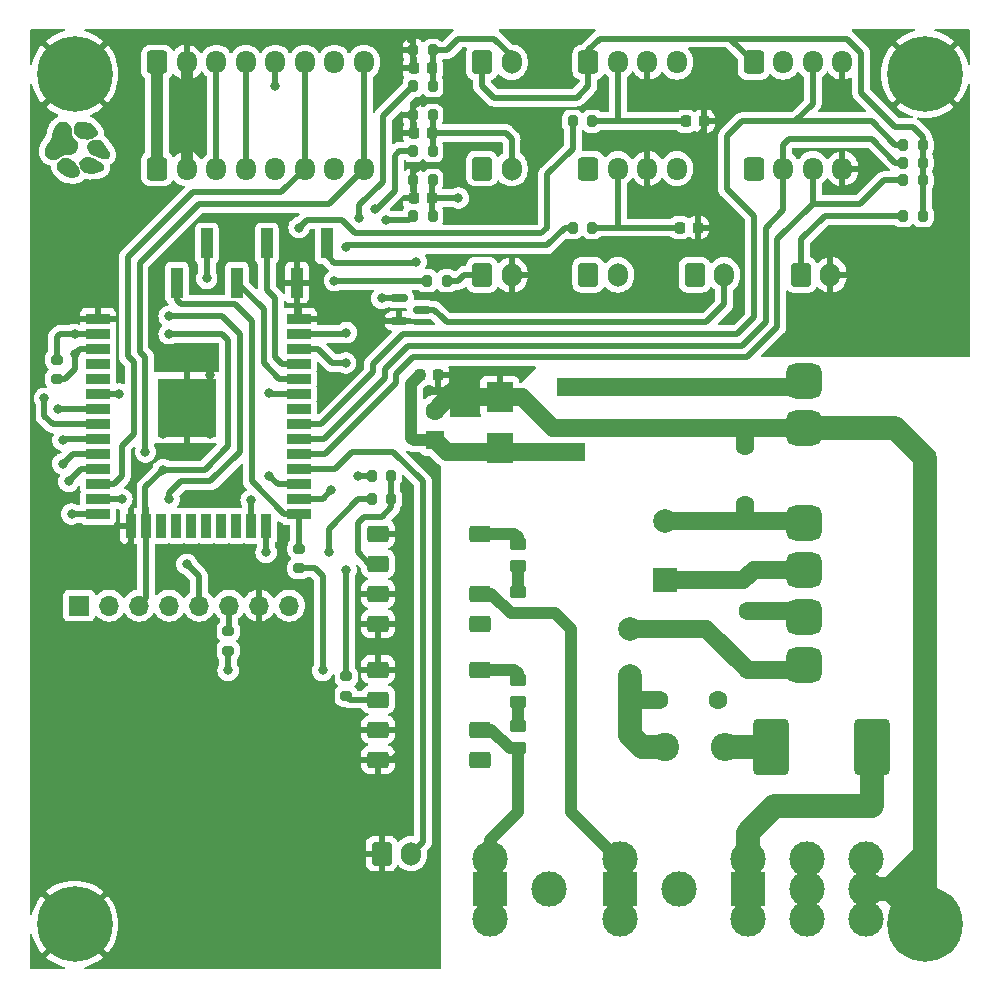
<source format=gbr>
%TF.GenerationSoftware,KiCad,Pcbnew,(6.0.9)*%
%TF.CreationDate,2023-06-24T22:02:27+12:00*%
%TF.ProjectId,lupa,6c757061-2e6b-4696-9361-645f70636258,rev?*%
%TF.SameCoordinates,Original*%
%TF.FileFunction,Copper,L1,Top*%
%TF.FilePolarity,Positive*%
%FSLAX46Y46*%
G04 Gerber Fmt 4.6, Leading zero omitted, Abs format (unit mm)*
G04 Created by KiCad (PCBNEW (6.0.9)) date 2023-06-24 22:02:27*
%MOMM*%
%LPD*%
G01*
G04 APERTURE LIST*
G04 Aperture macros list*
%AMRoundRect*
0 Rectangle with rounded corners*
0 $1 Rounding radius*
0 $2 $3 $4 $5 $6 $7 $8 $9 X,Y pos of 4 corners*
0 Add a 4 corners polygon primitive as box body*
4,1,4,$2,$3,$4,$5,$6,$7,$8,$9,$2,$3,0*
0 Add four circle primitives for the rounded corners*
1,1,$1+$1,$2,$3*
1,1,$1+$1,$4,$5*
1,1,$1+$1,$6,$7*
1,1,$1+$1,$8,$9*
0 Add four rect primitives between the rounded corners*
20,1,$1+$1,$2,$3,$4,$5,0*
20,1,$1+$1,$4,$5,$6,$7,0*
20,1,$1+$1,$6,$7,$8,$9,0*
20,1,$1+$1,$8,$9,$2,$3,0*%
G04 Aperture macros list end*
%TA.AperFunction,ComponentPad*%
%ADD10C,3.000000*%
%TD*%
%TA.AperFunction,SMDPad,CuDef*%
%ADD11RoundRect,0.225000X-0.225000X-0.250000X0.225000X-0.250000X0.225000X0.250000X-0.225000X0.250000X0*%
%TD*%
%TA.AperFunction,ComponentPad*%
%ADD12RoundRect,0.250000X-0.600000X-0.750000X0.600000X-0.750000X0.600000X0.750000X-0.600000X0.750000X0*%
%TD*%
%TA.AperFunction,ComponentPad*%
%ADD13O,1.700000X2.000000*%
%TD*%
%TA.AperFunction,SMDPad,CuDef*%
%ADD14R,1.000000X2.510000*%
%TD*%
%TA.AperFunction,SMDPad,CuDef*%
%ADD15R,2.000000X0.900000*%
%TD*%
%TA.AperFunction,SMDPad,CuDef*%
%ADD16R,0.900000X2.000000*%
%TD*%
%TA.AperFunction,SMDPad,CuDef*%
%ADD17R,5.000000X5.000000*%
%TD*%
%TA.AperFunction,SMDPad,CuDef*%
%ADD18RoundRect,0.200000X0.275000X-0.200000X0.275000X0.200000X-0.275000X0.200000X-0.275000X-0.200000X0*%
%TD*%
%TA.AperFunction,ComponentPad*%
%ADD19O,1.700000X1.950000*%
%TD*%
%TA.AperFunction,ComponentPad*%
%ADD20RoundRect,0.250000X-0.600000X-0.725000X0.600000X-0.725000X0.600000X0.725000X-0.600000X0.725000X0*%
%TD*%
%TA.AperFunction,ComponentPad*%
%ADD21C,6.400000*%
%TD*%
%TA.AperFunction,ComponentPad*%
%ADD22C,2.400000*%
%TD*%
%TA.AperFunction,ComponentPad*%
%ADD23O,2.400000X2.400000*%
%TD*%
%TA.AperFunction,SMDPad,CuDef*%
%ADD24RoundRect,0.200000X-0.200000X-0.275000X0.200000X-0.275000X0.200000X0.275000X-0.200000X0.275000X0*%
%TD*%
%TA.AperFunction,SMDPad,CuDef*%
%ADD25RoundRect,0.225000X0.225000X0.250000X-0.225000X0.250000X-0.225000X-0.250000X0.225000X-0.250000X0*%
%TD*%
%TA.AperFunction,SMDPad,CuDef*%
%ADD26RoundRect,0.250000X-0.450000X0.262500X-0.450000X-0.262500X0.450000X-0.262500X0.450000X0.262500X0*%
%TD*%
%TA.AperFunction,SMDPad,CuDef*%
%ADD27RoundRect,0.249999X-0.675001X-0.450001X0.675001X-0.450001X0.675001X0.450001X-0.675001X0.450001X0*%
%TD*%
%TA.AperFunction,SMDPad,CuDef*%
%ADD28R,2.300000X2.500000*%
%TD*%
%TA.AperFunction,ComponentPad*%
%ADD29R,3.000000X3.000000*%
%TD*%
%TA.AperFunction,SMDPad,CuDef*%
%ADD30RoundRect,0.200000X0.200000X0.275000X-0.200000X0.275000X-0.200000X-0.275000X0.200000X-0.275000X0*%
%TD*%
%TA.AperFunction,SMDPad,CuDef*%
%ADD31RoundRect,0.375000X-1.125000X-2.000000X1.125000X-2.000000X1.125000X2.000000X-1.125000X2.000000X0*%
%TD*%
%TA.AperFunction,ComponentPad*%
%ADD32RoundRect,0.750000X0.750000X-0.750000X0.750000X0.750000X-0.750000X0.750000X-0.750000X-0.750000X0*%
%TD*%
%TA.AperFunction,SMDPad,CuDef*%
%ADD33RoundRect,0.200000X-0.275000X0.200000X-0.275000X-0.200000X0.275000X-0.200000X0.275000X0.200000X0*%
%TD*%
%TA.AperFunction,ComponentPad*%
%ADD34R,1.600000X1.600000*%
%TD*%
%TA.AperFunction,ComponentPad*%
%ADD35C,1.600000*%
%TD*%
%TA.AperFunction,SMDPad,CuDef*%
%ADD36R,2.400000X1.500000*%
%TD*%
%TA.AperFunction,SMDPad,CuDef*%
%ADD37RoundRect,0.150000X-0.587500X-0.150000X0.587500X-0.150000X0.587500X0.150000X-0.587500X0.150000X0*%
%TD*%
%TA.AperFunction,ComponentPad*%
%ADD38R,2.000000X2.000000*%
%TD*%
%TA.AperFunction,ComponentPad*%
%ADD39C,2.000000*%
%TD*%
%TA.AperFunction,SMDPad,CuDef*%
%ADD40C,2.000000*%
%TD*%
%TA.AperFunction,ComponentPad*%
%ADD41R,1.700000X1.700000*%
%TD*%
%TA.AperFunction,ComponentPad*%
%ADD42O,1.700000X1.700000*%
%TD*%
%TA.AperFunction,ViaPad*%
%ADD43C,0.800000*%
%TD*%
%TA.AperFunction,Conductor*%
%ADD44C,2.000000*%
%TD*%
%TA.AperFunction,Conductor*%
%ADD45C,0.500000*%
%TD*%
%TA.AperFunction,Conductor*%
%ADD46C,1.000000*%
%TD*%
%TA.AperFunction,Conductor*%
%ADD47C,1.500000*%
%TD*%
G04 APERTURE END LIST*
%TO.C,LOGO2*%
G36*
X127405000Y-48133000D02*
G01*
X127640000Y-48218000D01*
X127842000Y-48326000D01*
X128014000Y-48453000D01*
X128156000Y-48600000D01*
X128272000Y-48771000D01*
X128363000Y-48966000D01*
X128426000Y-49194000D01*
X128435000Y-49398000D01*
X128392000Y-49566000D01*
X128298000Y-49688000D01*
X128152000Y-49747000D01*
X127932000Y-49774000D01*
X127676000Y-49770000D01*
X127425000Y-49736000D01*
X127216000Y-49671000D01*
X127065000Y-49585000D01*
X126910000Y-49466000D01*
X126763000Y-49325000D01*
X126637000Y-49176000D01*
X126544000Y-49031000D01*
X126494000Y-48868000D01*
X126485000Y-48688000D01*
X126521000Y-48534000D01*
X126580000Y-48437000D01*
X126662000Y-48337000D01*
X126822000Y-48204000D01*
X126998000Y-48126000D01*
X127192000Y-48103000D01*
X127405000Y-48133000D01*
G37*
G36*
X128977000Y-45056000D02*
G01*
X129178000Y-45109000D01*
X129350000Y-45186000D01*
X129521000Y-45307000D01*
X129690000Y-45464000D01*
X129839000Y-45634000D01*
X129948000Y-45797000D01*
X129998000Y-45929000D01*
X129977000Y-46083000D01*
X129881000Y-46231000D01*
X129719000Y-46364000D01*
X129499000Y-46471000D01*
X129280000Y-46535000D01*
X129066000Y-46558000D01*
X128851000Y-46540000D01*
X128630000Y-46481000D01*
X128396000Y-46380000D01*
X128183000Y-46261000D01*
X128066000Y-46145000D01*
X127966000Y-45978000D01*
X127914000Y-45794000D01*
X127909000Y-45601000D01*
X127953000Y-45406000D01*
X128014000Y-45279000D01*
X128118000Y-45178000D01*
X128235000Y-45104000D01*
X128354000Y-45055000D01*
X128548000Y-45027000D01*
X128761000Y-45027000D01*
X128977000Y-45056000D01*
G37*
G36*
X129338000Y-48052000D02*
G01*
X129562000Y-48113000D01*
X129793000Y-48206000D01*
X130024000Y-48328000D01*
X130260000Y-48488000D01*
X130421000Y-48643000D01*
X130507000Y-48794000D01*
X130520000Y-48942000D01*
X130457000Y-49110000D01*
X130326000Y-49237000D01*
X130119000Y-49329000D01*
X129828000Y-49390000D01*
X129518000Y-49425000D01*
X129262000Y-49431000D01*
X129052000Y-49407000D01*
X128878000Y-49350000D01*
X128733000Y-49259000D01*
X128605000Y-49132000D01*
X128487000Y-48952000D01*
X128424000Y-48766000D01*
X128414000Y-48581000D01*
X128459000Y-48405000D01*
X128558000Y-48244000D01*
X128726000Y-48103000D01*
X128945000Y-48033000D01*
X129129000Y-48025000D01*
X129338000Y-48052000D01*
G37*
G36*
X127129000Y-45033000D02*
G01*
X127291000Y-45090000D01*
X127454000Y-45187000D01*
X127583000Y-45318000D01*
X127679000Y-45486000D01*
X127744000Y-45694000D01*
X127779000Y-45944000D01*
X127814000Y-46169000D01*
X127890000Y-46339000D01*
X128027000Y-46496000D01*
X128211000Y-46694000D01*
X128299000Y-46867000D01*
X128323000Y-47078000D01*
X128307000Y-47236000D01*
X128243000Y-47408000D01*
X128151000Y-47575000D01*
X128021000Y-47701000D01*
X127867000Y-47802000D01*
X127705000Y-47846000D01*
X127502000Y-47844000D01*
X127287000Y-47832000D01*
X127127000Y-47852000D01*
X126980000Y-47917000D01*
X126806000Y-48037000D01*
X126612000Y-48162000D01*
X126422000Y-48241000D01*
X126235000Y-48275000D01*
X126052000Y-48264000D01*
X125873000Y-48207000D01*
X125724000Y-48124000D01*
X125617000Y-48008000D01*
X125530000Y-47851000D01*
X125482000Y-47672000D01*
X125477000Y-47484000D01*
X125502000Y-47333000D01*
X125553000Y-47184000D01*
X125638000Y-47019000D01*
X125765000Y-46821000D01*
X125886000Y-46637000D01*
X125977000Y-46477000D01*
X126048000Y-46320000D01*
X126110000Y-46145000D01*
X126172000Y-45931000D01*
X126254000Y-45651000D01*
X126328000Y-45476000D01*
X126420000Y-45346000D01*
X126596000Y-45173000D01*
X126775000Y-45070000D01*
X126972000Y-45028000D01*
X127129000Y-45033000D01*
G37*
G36*
X129952000Y-46563000D02*
G01*
X130145000Y-46624000D01*
X130281000Y-46697000D01*
X130398000Y-46793000D01*
X130525000Y-46941000D01*
X130689000Y-47167000D01*
X130858000Y-47428000D01*
X130958000Y-47630000D01*
X130996000Y-47797000D01*
X130982000Y-47951000D01*
X130912000Y-48100000D01*
X130788000Y-48194000D01*
X130611000Y-48232000D01*
X130382000Y-48215000D01*
X130101000Y-48142000D01*
X129887000Y-48060000D01*
X129689000Y-47962000D01*
X129511000Y-47851000D01*
X129359000Y-47730000D01*
X129235000Y-47602000D01*
X129146000Y-47471000D01*
X129089000Y-47293000D01*
X129087000Y-47097000D01*
X129137000Y-46910000D01*
X129235000Y-46761000D01*
X129385000Y-46648000D01*
X129561000Y-46576000D01*
X129753000Y-46547000D01*
X129952000Y-46563000D01*
G37*
%TO.C,NT1*%
G36*
X201000000Y-77500000D02*
G01*
X199000000Y-77500000D01*
X199000000Y-73500000D01*
X201000000Y-73500000D01*
X201000000Y-77500000D01*
G37*
%TD*%
D10*
%TO.P,J23,1,Pin_1*%
%TO.N,GNDPWR*%
X195000000Y-107500000D03*
X195000000Y-112500000D03*
%TD*%
%TO.P,J22,1,Pin_1*%
%TO.N,/N*%
X190000000Y-107500000D03*
X190000000Y-112500000D03*
%TD*%
%TO.P,J21,1,Pin_1*%
%TO.N,/L*%
X185000000Y-107500000D03*
X185000000Y-112500000D03*
%TD*%
%TO.P,J20,1,Pin_1*%
%TO.N,/PUMP*%
X174142500Y-107500000D03*
X174142500Y-112500000D03*
%TD*%
%TO.P,J15,1,Pin_1*%
%TO.N,/FILL*%
X163142500Y-107500000D03*
X163142500Y-112500000D03*
%TD*%
D11*
%TO.P,C9,1*%
%TO.N,+3.3V*%
X157225000Y-66500000D03*
%TO.P,C9,2*%
%TO.N,GND*%
X158775000Y-66500000D03*
%TD*%
D12*
%TO.P,J14,1,Pin_1*%
%TO.N,GND*%
X154000000Y-107000000D03*
D13*
%TO.P,J14,2,Pin_2*%
%TO.N,/OUT_HEAT*%
X156500000Y-107000000D03*
%TD*%
D14*
%TO.P,J13,6,Pin_6*%
%TO.N,/BOOT*%
X136650000Y-58655000D03*
%TO.P,J13,5,Pin_5*%
%TO.N,/EN*%
X139190000Y-55345000D03*
%TO.P,J13,4,Pin_4*%
%TO.N,/RX0*%
X141730000Y-58655000D03*
%TO.P,J13,3,Pin_3*%
%TO.N,/TX0*%
X144270000Y-55345000D03*
%TO.P,J13,2,Pin_2*%
%TO.N,GND*%
X146810000Y-58655000D03*
%TO.P,J13,1,Pin_1*%
%TO.N,+3.3V*%
X149350000Y-55345000D03*
%TD*%
D15*
%TO.P,U1,1,GND*%
%TO.N,GND*%
X130000000Y-61745000D03*
%TO.P,U1,2,VDD*%
%TO.N,+3.3V*%
X130000000Y-63015000D03*
%TO.P,U1,3,EN*%
%TO.N,/EN*%
X130000000Y-64285000D03*
%TO.P,U1,4,SENSOR_VP*%
%TO.N,unconnected-(U1-Pad4)*%
X130000000Y-65555000D03*
%TO.P,U1,5,SENSOR_VN*%
%TO.N,unconnected-(U1-Pad5)*%
X130000000Y-66825000D03*
%TO.P,U1,6,IO34*%
%TO.N,/IN_LOW_WATER*%
X130000000Y-68095000D03*
%TO.P,U1,7,IO35*%
%TO.N,/MAX_RDY*%
X130000000Y-69365000D03*
%TO.P,U1,8,IO32*%
%TO.N,/LCDR_CS*%
X130000000Y-70635000D03*
%TO.P,U1,9,IO33*%
%TO.N,/LCDL_CS*%
X130000000Y-71905000D03*
%TO.P,U1,10,IO25*%
%TO.N,/MAX_CS*%
X130000000Y-73175000D03*
%TO.P,U1,11,IO26*%
%TO.N,/LCD_BL*%
X130000000Y-74445000D03*
%TO.P,U1,12,IO27*%
%TO.N,/LCD_DC*%
X130000000Y-75715000D03*
%TO.P,U1,13,IO14*%
%TO.N,/SCLK*%
X130000000Y-76985000D03*
%TO.P,U1,14,IO12*%
%TO.N,/MISO*%
X130000000Y-78255000D03*
D16*
%TO.P,U1,15,GND*%
%TO.N,GND*%
X132785000Y-79255000D03*
%TO.P,U1,16,IO13*%
%TO.N,/MOSI*%
X134055000Y-79255000D03*
%TO.P,U1,17,SHD/SD2*%
%TO.N,unconnected-(U1-Pad17)*%
X135325000Y-79255000D03*
%TO.P,U1,18,SWP/SD3*%
%TO.N,unconnected-(U1-Pad18)*%
X136595000Y-79255000D03*
%TO.P,U1,19,SCS/CMD*%
%TO.N,unconnected-(U1-Pad19)*%
X137865000Y-79255000D03*
%TO.P,U1,20,SCK/CLK*%
%TO.N,unconnected-(U1-Pad20)*%
X139135000Y-79255000D03*
%TO.P,U1,21,SDO/SD0*%
%TO.N,unconnected-(U1-Pad21)*%
X140405000Y-79255000D03*
%TO.P,U1,22,SDI/SD1*%
%TO.N,unconnected-(U1-Pad22)*%
X141675000Y-79255000D03*
%TO.P,U1,23,IO15*%
%TO.N,/IN_FLOW1*%
X142945000Y-79255000D03*
%TO.P,U1,24,IO2*%
%TO.N,/OUT_PUMP*%
X144215000Y-79255000D03*
D15*
%TO.P,U1,25,IO0*%
%TO.N,/BOOT*%
X147000000Y-78255000D03*
%TO.P,U1,26,IO4*%
%TO.N,/IN_WATER_LEVEL*%
X147000000Y-76985000D03*
%TO.P,U1,27,IO16*%
%TO.N,/IN_FLOW2*%
X147000000Y-75715000D03*
%TO.P,U1,28,IO17*%
%TO.N,/OUT_HEAT*%
X147000000Y-74445000D03*
%TO.P,U1,29,IO5*%
%TO.N,/I2C_SCL2*%
X147000000Y-73175000D03*
%TO.P,U1,30,IO18*%
%TO.N,/I2C_SDA*%
X147000000Y-71905000D03*
%TO.P,U1,31,IO19*%
%TO.N,/I2C_SCL1*%
X147000000Y-70635000D03*
%TO.P,U1,32,NC*%
%TO.N,unconnected-(U1-Pad32)*%
X147000000Y-69365000D03*
%TO.P,U1,33,IO21*%
%TO.N,/IN_LEVER*%
X147000000Y-68095000D03*
%TO.P,U1,34,RXD0/IO3*%
%TO.N,/RX0*%
X147000000Y-66825000D03*
%TO.P,U1,35,TXD0/IO1*%
%TO.N,/TX0*%
X147000000Y-65555000D03*
%TO.P,U1,36,IO22*%
%TO.N,/OUT_FILL*%
X147000000Y-64285000D03*
%TO.P,U1,37,IO23*%
%TO.N,/IN_POWER_BTN*%
X147000000Y-63015000D03*
%TO.P,U1,38,GND*%
%TO.N,GND*%
X147000000Y-61745000D03*
D17*
%TO.P,U1,39,GND*%
X137500000Y-69245000D03*
%TD*%
D18*
%TO.P,FB1,1*%
%TO.N,+3.3V*%
X141000000Y-89825000D03*
%TO.P,FB1,2*%
%TO.N,Net-(FB1-Pad2)*%
X141000000Y-88175000D03*
%TD*%
D19*
%TO.P,J8,8,Pin_8*%
%TO.N,/LCD_BL*%
X152500000Y-49000000D03*
%TO.P,J8,7,Pin_7*%
%TO.N,unconnected-(J8-Pad7)*%
X150000000Y-49000000D03*
%TO.P,J8,6,Pin_6*%
%TO.N,/LCD_DC*%
X147500000Y-49000000D03*
%TO.P,J8,5,Pin_5*%
%TO.N,/LCDL_CS*%
X145000000Y-49000000D03*
%TO.P,J8,4,Pin_4*%
%TO.N,/SCLK*%
X142500000Y-49000000D03*
%TO.P,J8,3,Pin_3*%
%TO.N,/MOSI*%
X140000000Y-49000000D03*
%TO.P,J8,2,Pin_2*%
%TO.N,GND*%
X137500000Y-49000000D03*
D20*
%TO.P,J8,1,Pin_1*%
%TO.N,+3.3V*%
X135000000Y-49000000D03*
%TD*%
D18*
%TO.P,R18,1*%
%TO.N,+3.3V*%
X147000000Y-82825000D03*
%TO.P,R18,2*%
%TO.N,/BOOT*%
X147000000Y-81175000D03*
%TD*%
D19*
%TO.P,J5,4,Pin_4*%
%TO.N,unconnected-(J5-Pad4)*%
X179000000Y-49000000D03*
%TO.P,J5,3,Pin_3*%
%TO.N,GND*%
X176500000Y-49000000D03*
%TO.P,J5,2,Pin_2*%
%TO.N,Net-(C2-Pad1)*%
X174000000Y-49000000D03*
D20*
%TO.P,J5,1,Pin_1*%
%TO.N,/3.3V_IO*%
X171500000Y-49000000D03*
%TD*%
D19*
%TO.P,J4,4,Pin_4*%
%TO.N,unconnected-(J4-Pad4)*%
X179000000Y-40000000D03*
%TO.P,J4,3,Pin_3*%
%TO.N,GND*%
X176500000Y-40000000D03*
%TO.P,J4,2,Pin_2*%
%TO.N,Net-(C1-Pad1)*%
X174000000Y-40000000D03*
D20*
%TO.P,J4,1,Pin_1*%
%TO.N,/3.3V_IO*%
X171500000Y-40000000D03*
%TD*%
D21*
%TO.P,DRL3,1*%
%TO.N,GND*%
X200000000Y-41000000D03*
%TD*%
%TO.P,DRL2,1*%
%TO.N,GND*%
X128000000Y-41000000D03*
%TD*%
%TO.P,DRL1,1*%
%TO.N,GND*%
X128000000Y-113000000D03*
%TD*%
%TO.P,DRL4,1*%
%TO.N,GNDPWR*%
X200000000Y-113000000D03*
%TD*%
D12*
%TO.P,J3,1,Pin_1*%
%TO.N,/3.3V_IO*%
X162500000Y-49000000D03*
D13*
%TO.P,J3,2,Pin_2*%
%TO.N,Net-(C5-Pad1)*%
X165000000Y-49000000D03*
%TD*%
D22*
%TO.P,R16,1*%
%TO.N,Net-(L1-Pad2)*%
X178000000Y-98000000D03*
D23*
%TO.P,R16,2*%
%TO.N,/L_FUSED*%
X183080000Y-98000000D03*
%TD*%
D24*
%TO.P,R8,1*%
%TO.N,/IN_FLOW2*%
X170175000Y-54000000D03*
%TO.P,R8,2*%
%TO.N,Net-(C2-Pad1)*%
X171825000Y-54000000D03*
%TD*%
D25*
%TO.P,C3,1*%
%TO.N,Net-(C3-Pad1)*%
X158275000Y-40500000D03*
%TO.P,C3,2*%
%TO.N,GND*%
X156725000Y-40500000D03*
%TD*%
D19*
%TO.P,J9,8,Pin_8*%
%TO.N,/LCD_BL*%
X152500000Y-40000000D03*
%TO.P,J9,7,Pin_7*%
%TO.N,unconnected-(J9-Pad7)*%
X150000000Y-40000000D03*
%TO.P,J9,6,Pin_6*%
%TO.N,/LCD_DC*%
X147500000Y-40000000D03*
%TO.P,J9,5,Pin_5*%
%TO.N,/LCDR_CS*%
X145000000Y-40000000D03*
%TO.P,J9,4,Pin_4*%
%TO.N,/SCLK*%
X142500000Y-40000000D03*
%TO.P,J9,3,Pin_3*%
%TO.N,/MOSI*%
X140000000Y-40000000D03*
%TO.P,J9,2,Pin_2*%
%TO.N,GND*%
X137500000Y-40000000D03*
D20*
%TO.P,J9,1,Pin_1*%
%TO.N,+3.3V*%
X135000000Y-40000000D03*
%TD*%
D26*
%TO.P,R22,1*%
%TO.N,/L_FUSED*%
X165500000Y-92317500D03*
%TO.P,R22,2*%
%TO.N,Net-(C6-Pad1)*%
X165500000Y-94142500D03*
%TD*%
D12*
%TO.P,J1,1,Pin_1*%
%TO.N,/3.3V_IO*%
X162500000Y-40000000D03*
D13*
%TO.P,J1,2,Pin_2*%
%TO.N,Net-(C3-Pad1)*%
X165000000Y-40000000D03*
%TD*%
%TO.P,J10,2,Pin_2*%
%TO.N,Net-(J10-Pad2)*%
X183000000Y-58000000D03*
D12*
%TO.P,J10,1,Pin_1*%
%TO.N,+3.3V*%
X180500000Y-58000000D03*
%TD*%
D13*
%TO.P,J19,2,Pin_2*%
%TO.N,GND*%
X165000000Y-58000000D03*
D12*
%TO.P,J19,1,Pin_1*%
%TO.N,Net-(J19-Pad1)*%
X162500000Y-58000000D03*
%TD*%
D27*
%TO.P,U4,1*%
%TO.N,GND*%
X153700000Y-91420000D03*
%TO.P,U4,2*%
%TO.N,Net-(R15-Pad1)*%
X153700000Y-93960000D03*
%TO.P,U4,3*%
%TO.N,GND*%
X153700000Y-96500000D03*
%TO.P,U4,4*%
X153700000Y-99040000D03*
%TO.P,U4,5*%
%TO.N,unconnected-(U4-Pad5)*%
X162300000Y-99040000D03*
%TO.P,U4,6*%
%TO.N,/FILL*%
X162300000Y-96500000D03*
%TO.P,U4,8*%
%TO.N,/L_FUSED*%
X162300000Y-91420000D03*
%TD*%
D26*
%TO.P,C7,1*%
%TO.N,Net-(C7-Pad1)*%
X165500000Y-84817500D03*
%TO.P,C7,2*%
%TO.N,/PUMP*%
X165500000Y-86642500D03*
%TD*%
D12*
%TO.P,J12,1,Pin_1*%
%TO.N,+3.3V*%
X189500000Y-58000000D03*
D13*
%TO.P,J12,2,Pin_2*%
%TO.N,GND*%
X192000000Y-58000000D03*
%TD*%
D28*
%TO.P,D1,1,A1*%
%TO.N,+3.3V*%
X164000000Y-72650000D03*
%TO.P,D1,2,A2*%
%TO.N,GND*%
X164000000Y-68350000D03*
%TD*%
D29*
%TO.P,J17,1,Pin_1*%
%TO.N,/FILL*%
X163142500Y-110000000D03*
D10*
%TO.P,J17,2,Pin_2*%
%TO.N,/N*%
X168142500Y-110000000D03*
%TD*%
D30*
%TO.P,R7,1*%
%TO.N,/3.3V_IO*%
X199825000Y-47000000D03*
%TO.P,R7,2*%
%TO.N,/I2C_SCL1*%
X198175000Y-47000000D03*
%TD*%
D18*
%TO.P,R15,1*%
%TO.N,Net-(R15-Pad1)*%
X151000000Y-93650000D03*
%TO.P,R15,2*%
%TO.N,/OUT_FILL*%
X151000000Y-92000000D03*
%TD*%
D19*
%TO.P,J6,4,Pin_4*%
%TO.N,GND*%
X193000000Y-40000000D03*
%TO.P,J6,3,Pin_3*%
%TO.N,/I2C_SCL1*%
X190500000Y-40000000D03*
%TO.P,J6,2,Pin_2*%
%TO.N,/I2C_SDA*%
X188000000Y-40000000D03*
D20*
%TO.P,J6,1,Pin_1*%
%TO.N,/3.3V_IO*%
X185500000Y-40000000D03*
%TD*%
D11*
%TO.P,C2,1*%
%TO.N,Net-(C2-Pad1)*%
X179225000Y-54000000D03*
%TO.P,C2,2*%
%TO.N,GND*%
X180775000Y-54000000D03*
%TD*%
D24*
%TO.P,R11,1*%
%TO.N,/IN_FLOW1*%
X170175000Y-45000000D03*
%TO.P,R11,2*%
%TO.N,Net-(C1-Pad1)*%
X171825000Y-45000000D03*
%TD*%
D31*
%TO.P,F1,1*%
%TO.N,/L_FUSED*%
X187000000Y-98000000D03*
%TO.P,F1,2*%
%TO.N,/L*%
X195500000Y-98000000D03*
%TD*%
D32*
%TO.P,U2,6,+V*%
%TO.N,Net-(C8-Pad1)*%
X189750000Y-67000000D03*
%TO.P,U2,5,-V*%
%TO.N,GND*%
X189750000Y-71000000D03*
%TO.P,U2,4,E*%
%TO.N,Net-(C10-Pad2)*%
X189750000Y-79000000D03*
%TO.P,U2,3,Cap*%
%TO.N,Net-(C14-Pad1)*%
X189750000Y-83000000D03*
%TO.P,U2,2,N*%
%TO.N,/N*%
X189750000Y-87000000D03*
%TO.P,U2,1,L*%
%TO.N,Net-(C12-Pad1)*%
X189750000Y-91000000D03*
%TD*%
D33*
%TO.P,R17,1*%
%TO.N,+3.3V*%
X126500000Y-65175000D03*
%TO.P,R17,2*%
%TO.N,/EN*%
X126500000Y-66825000D03*
%TD*%
D24*
%TO.P,R4,2*%
%TO.N,Net-(C5-Pad1)*%
X158325000Y-44500000D03*
%TO.P,R4,1*%
%TO.N,GND*%
X156675000Y-44500000D03*
%TD*%
D26*
%TO.P,R23,1*%
%TO.N,/L_FUSED*%
X165500000Y-80817500D03*
%TO.P,R23,2*%
%TO.N,Net-(C7-Pad1)*%
X165500000Y-82642500D03*
%TD*%
D24*
%TO.P,R1,2*%
%TO.N,/3.3V_IO*%
X199825000Y-53000000D03*
%TO.P,R1,1*%
%TO.N,+3.3V*%
X198175000Y-53000000D03*
%TD*%
D34*
%TO.P,C13,1*%
%TO.N,+3.3V*%
X158500000Y-72000000D03*
D35*
%TO.P,C13,2*%
%TO.N,GND*%
X158500000Y-69500000D03*
%TD*%
D26*
%TO.P,C6,1*%
%TO.N,Net-(C6-Pad1)*%
X165500000Y-96230000D03*
%TO.P,C6,2*%
%TO.N,/FILL*%
X165500000Y-98055000D03*
%TD*%
D24*
%TO.P,R2,1*%
%TO.N,GND*%
X156675000Y-39000000D03*
%TO.P,R2,2*%
%TO.N,Net-(C3-Pad1)*%
X158325000Y-39000000D03*
%TD*%
D36*
%TO.P,L2,1*%
%TO.N,+3.3V*%
X170000000Y-73000000D03*
%TO.P,L2,2*%
%TO.N,Net-(C8-Pad1)*%
X170000000Y-67500000D03*
%TD*%
D37*
%TO.P,Q1,3,D*%
%TO.N,Net-(J10-Pad2)*%
X157375000Y-60950000D03*
%TO.P,Q1,2,S*%
%TO.N,GND*%
X155500000Y-61900000D03*
%TO.P,Q1,1,G*%
%TO.N,/LCD_BL*%
X155500000Y-60000000D03*
%TD*%
D27*
%TO.P,U3,1*%
%TO.N,GND*%
X153700000Y-79920000D03*
%TO.P,U3,2*%
%TO.N,Net-(R13-Pad1)*%
X153700000Y-82460000D03*
%TO.P,U3,3*%
%TO.N,GND*%
X153700000Y-85000000D03*
%TO.P,U3,4*%
X153700000Y-87540000D03*
%TO.P,U3,5*%
%TO.N,unconnected-(U3-Pad5)*%
X162300000Y-87540000D03*
%TO.P,U3,6*%
%TO.N,/PUMP*%
X162300000Y-85000000D03*
%TO.P,U3,8*%
%TO.N,/L_FUSED*%
X162300000Y-79920000D03*
%TD*%
D38*
%TO.P,C14,1*%
%TO.N,Net-(C14-Pad1)*%
X178000000Y-83867677D03*
D39*
%TO.P,C14,2*%
%TO.N,Net-(C10-Pad2)*%
X178000000Y-78867677D03*
%TD*%
%TO.P,L1,1*%
%TO.N,Net-(C12-Pad1)*%
X175000000Y-88000000D03*
%TO.P,L1,2*%
%TO.N,Net-(L1-Pad2)*%
X175000000Y-92000000D03*
%TD*%
D25*
%TO.P,C5,1*%
%TO.N,Net-(C5-Pad1)*%
X158275000Y-46000000D03*
%TO.P,C5,2*%
%TO.N,GND*%
X156725000Y-46000000D03*
%TD*%
D24*
%TO.P,R9,1*%
%TO.N,/IN_LOW_WATER*%
X156675000Y-47500000D03*
%TO.P,R9,2*%
%TO.N,Net-(C5-Pad1)*%
X158325000Y-47500000D03*
%TD*%
D30*
%TO.P,R26,2*%
%TO.N,/IN_WATER_LEVEL*%
X157850000Y-58500000D03*
%TO.P,R26,1*%
%TO.N,Net-(J19-Pad1)*%
X159500000Y-58500000D03*
%TD*%
%TO.P,R5,1*%
%TO.N,/3.3V_IO*%
X199825000Y-50000000D03*
%TO.P,R5,2*%
%TO.N,/I2C_SCL2*%
X198175000Y-50000000D03*
%TD*%
D40*
%TO.P,NT1,1,1*%
%TO.N,GND*%
X200000000Y-73500000D03*
%TO.P,NT1,2,2*%
%TO.N,GNDPWR*%
X200000000Y-77500000D03*
%TD*%
D30*
%TO.P,R13,1*%
%TO.N,Net-(R13-Pad1)*%
X154825000Y-75000000D03*
%TO.P,R13,2*%
%TO.N,/IN_LEVER*%
X153175000Y-75000000D03*
%TD*%
%TO.P,R6,2*%
%TO.N,/I2C_SDA*%
X198175000Y-48500000D03*
%TO.P,R6,1*%
%TO.N,/3.3V_IO*%
X199825000Y-48500000D03*
%TD*%
D35*
%TO.P,C12,1*%
%TO.N,Net-(C12-Pad1)*%
X185000000Y-91500000D03*
%TO.P,C12,2*%
%TO.N,/N*%
X185000000Y-86500000D03*
%TD*%
%TO.P,C8,2*%
%TO.N,GND*%
X178250000Y-71000000D03*
D34*
%TO.P,C8,1*%
%TO.N,Net-(C8-Pad1)*%
X178250000Y-67500000D03*
%TD*%
D11*
%TO.P,C1,1*%
%TO.N,Net-(C1-Pad1)*%
X179725000Y-45000000D03*
%TO.P,C1,2*%
%TO.N,GND*%
X181275000Y-45000000D03*
%TD*%
D24*
%TO.P,R10,2*%
%TO.N,Net-(C4-Pad1)*%
X158325000Y-53000000D03*
%TO.P,R10,1*%
%TO.N,/IN_POWER_BTN*%
X156675000Y-53000000D03*
%TD*%
D35*
%TO.P,C10,1*%
%TO.N,GND*%
X184750000Y-72500000D03*
%TO.P,C10,2*%
%TO.N,Net-(C10-Pad2)*%
X184750000Y-77500000D03*
%TD*%
D24*
%TO.P,R3,2*%
%TO.N,Net-(C4-Pad1)*%
X158325000Y-50000000D03*
%TO.P,R3,1*%
%TO.N,GND*%
X156675000Y-50000000D03*
%TD*%
D13*
%TO.P,J2,2,Pin_2*%
%TO.N,Net-(C4-Pad1)*%
X174000000Y-58000000D03*
D12*
%TO.P,J2,1,Pin_1*%
%TO.N,/3.3V_IO*%
X171500000Y-58000000D03*
%TD*%
D25*
%TO.P,C4,2*%
%TO.N,GND*%
X156725000Y-51500000D03*
%TO.P,C4,1*%
%TO.N,Net-(C4-Pad1)*%
X158275000Y-51500000D03*
%TD*%
D35*
%TO.P,RV1,1*%
%TO.N,Net-(L1-Pad2)*%
X177500000Y-94000000D03*
%TO.P,RV1,2*%
%TO.N,/N*%
X182500000Y-94000000D03*
%TD*%
D29*
%TO.P,J16,1,Pin_1*%
%TO.N,/L*%
X185000000Y-110000000D03*
D10*
%TO.P,J16,2,Pin_2*%
%TO.N,/N*%
X190000000Y-110000000D03*
%TO.P,J16,3,Pin_3*%
%TO.N,GNDPWR*%
X195000000Y-110000000D03*
%TD*%
D29*
%TO.P,J18,1,Pin_1*%
%TO.N,/PUMP*%
X174142500Y-110000000D03*
D10*
%TO.P,J18,2,Pin_2*%
%TO.N,/N*%
X179142500Y-110000000D03*
%TD*%
D24*
%TO.P,R12,1*%
%TO.N,/IN_LEVER*%
X156675000Y-42000000D03*
%TO.P,R12,2*%
%TO.N,Net-(C3-Pad1)*%
X158325000Y-42000000D03*
%TD*%
D41*
%TO.P,J11,1,Pin_1*%
%TO.N,/MAX_RDY*%
X128380000Y-86000000D03*
D42*
%TO.P,J11,2,Pin_2*%
%TO.N,/MAX_CS*%
X130920000Y-86000000D03*
%TO.P,J11,3,Pin_3*%
%TO.N,/MOSI*%
X133460000Y-86000000D03*
%TO.P,J11,4,Pin_4*%
%TO.N,/MISO*%
X136000000Y-86000000D03*
%TO.P,J11,5,Pin_5*%
%TO.N,/SCLK*%
X138540000Y-86000000D03*
%TO.P,J11,6,Pin_6*%
%TO.N,Net-(FB1-Pad2)*%
X141080000Y-86000000D03*
%TO.P,J11,7,Pin_7*%
%TO.N,GND*%
X143620000Y-86000000D03*
%TO.P,J11,8,Pin_8*%
%TO.N,unconnected-(J11-Pad8)*%
X146160000Y-86000000D03*
%TD*%
D19*
%TO.P,J7,4,Pin_4*%
%TO.N,GND*%
X193000000Y-49000000D03*
%TO.P,J7,3,Pin_3*%
%TO.N,/I2C_SCL2*%
X190500000Y-49000000D03*
%TO.P,J7,2,Pin_2*%
%TO.N,/I2C_SDA*%
X188000000Y-49000000D03*
D20*
%TO.P,J7,1,Pin_1*%
%TO.N,/3.3V_IO*%
X185500000Y-49000000D03*
%TD*%
D30*
%TO.P,R14,1*%
%TO.N,Net-(R13-Pad1)*%
X154825000Y-77000000D03*
%TO.P,R14,2*%
%TO.N,/OUT_PUMP*%
X153175000Y-77000000D03*
%TD*%
D43*
%TO.N,/IN_LOW_WATER*%
X131755500Y-68095000D03*
%TO.N,GND*%
X160000000Y-66500000D03*
X135500000Y-71500000D03*
X141500000Y-54000000D03*
X182000000Y-46500000D03*
X168500000Y-46500000D03*
X177500000Y-58000000D03*
X189000000Y-64000000D03*
X202500000Y-64000000D03*
X202500000Y-49500000D03*
X196000000Y-40000000D03*
X182000000Y-40000000D03*
X168000000Y-40000000D03*
X141000000Y-115500000D03*
X153500000Y-102000000D03*
X152500000Y-64000000D03*
X136000000Y-65000000D03*
X131500000Y-50000000D03*
X125000000Y-50000000D03*
X125000000Y-99500000D03*
X125000000Y-82500000D03*
X139500000Y-77000000D03*
X139500000Y-71500000D03*
X139500000Y-66500000D03*
%TO.N,/OUT_FILL*%
X151000000Y-83000000D03*
X150957360Y-65457360D03*
%TO.N,/IN_POWER_BTN*%
X154350500Y-53350500D03*
%TO.N,/IN_LOW_WATER*%
X153431613Y-52431613D03*
%TO.N,/IN_LEVER*%
X152118070Y-53232430D03*
X152000000Y-75000000D03*
%TO.N,/OUT_PUMP*%
X144215000Y-81500000D03*
X149500000Y-81500000D03*
%TO.N,/IN_POWER_BTN*%
X151000000Y-62894500D03*
%TO.N,/IN_FLOW2*%
X144500000Y-75000000D03*
%TO.N,+3.3V*%
X149000000Y-91500000D03*
%TO.N,/IN_FLOW1*%
X142937180Y-77062820D03*
%TO.N,/IN_LEVER*%
X144500000Y-68000000D03*
%TO.N,GND*%
X154000000Y-61850500D03*
%TO.N,/IN_WATER_LEVEL*%
X149750000Y-76250000D03*
X150000000Y-58500000D03*
%TO.N,/LCD_BL*%
X154000000Y-60000000D03*
%TO.N,+3.3V*%
X156916034Y-56906346D03*
%TO.N,/IN_FLOW2*%
X150999500Y-55650000D03*
%TO.N,/IN_FLOW1*%
X147000000Y-54000000D03*
%TO.N,GND*%
X156500000Y-38000000D03*
X159147115Y-43318427D03*
X159432978Y-48763321D03*
%TO.N,/EN*%
X139190000Y-58310000D03*
%TO.N,/LCD_BL*%
X127500000Y-75500000D03*
X134000000Y-73000000D03*
%TO.N,/LCDL_CS*%
X127000000Y-72000000D03*
%TO.N,GND*%
X132000000Y-81500000D03*
X137500000Y-69245000D03*
%TO.N,/MOSI*%
X136000000Y-63000000D03*
%TO.N,/SCLK*%
X136000000Y-61500000D03*
%TO.N,/LCDR_CS*%
X125450212Y-68450212D03*
%TO.N,/MAX_CS*%
X127000000Y-74000000D03*
%TO.N,/SCLK*%
X136000000Y-77000000D03*
%TO.N,/MOSI*%
X135500000Y-74500000D03*
%TO.N,GND*%
X130000000Y-60000000D03*
%TO.N,/SCLK*%
X132000000Y-77000000D03*
X137500000Y-82500000D03*
%TO.N,/MISO*%
X127745000Y-78255000D03*
%TO.N,+3.3V*%
X141000000Y-91500000D03*
X135000000Y-45000000D03*
X156500000Y-67500000D03*
%TO.N,/MAX_RDY*%
X126600500Y-69365000D03*
%TO.N,+3.3V*%
X128002702Y-63044417D03*
%TO.N,/EN*%
X128053878Y-64684626D03*
%TO.N,Net-(C4-Pad1)*%
X160500000Y-51500000D03*
%TO.N,/LCDR_CS*%
X145000000Y-42000000D03*
%TO.N,/L_FUSED*%
X165190000Y-79920000D03*
%TO.N,GND*%
X156000000Y-80500000D03*
%TO.N,/L_FUSED*%
X165190000Y-91420000D03*
%TD*%
D44*
%TO.N,/L*%
X187250000Y-103000000D02*
X195500000Y-103000000D01*
X195500000Y-103000000D02*
X195500000Y-98000000D01*
X185000000Y-105250000D02*
X187250000Y-103000000D01*
X185000000Y-110000000D02*
X185000000Y-105250000D01*
D45*
%TO.N,/IN_LOW_WATER*%
X131755500Y-68095000D02*
X130000000Y-68095000D01*
%TO.N,+3.3V*%
X126500000Y-63245000D02*
X126500000Y-65175000D01*
%TO.N,/EN*%
X127175000Y-66825000D02*
X126500000Y-66825000D01*
X128053878Y-65946122D02*
X127175000Y-66825000D01*
X128053878Y-64684626D02*
X128053878Y-65946122D01*
%TO.N,GND*%
X158775000Y-66500000D02*
X160000000Y-66500000D01*
D46*
%TO.N,+3.3V*%
X156500000Y-67225000D02*
X157225000Y-66500000D01*
X156500000Y-67500000D02*
X156500000Y-67225000D01*
D45*
%TO.N,/MAX_RDY*%
X126600500Y-69365000D02*
X130000000Y-69365000D01*
%TO.N,/LCDR_CS*%
X126135000Y-70635000D02*
X130000000Y-70635000D01*
X125450212Y-68450212D02*
X125450212Y-69950212D01*
X125450212Y-69950212D02*
X126135000Y-70635000D01*
%TO.N,/OUT_PUMP*%
X149500000Y-79500000D02*
X152000000Y-77000000D01*
X152000000Y-77000000D02*
X153175000Y-77000000D01*
X149500000Y-81500000D02*
X149500000Y-79500000D01*
X144215000Y-81500000D02*
X144215000Y-79255000D01*
%TO.N,Net-(J19-Pad1)*%
X162500000Y-58000000D02*
X161000000Y-58000000D01*
X161000000Y-58000000D02*
X160500000Y-58500000D01*
X159500000Y-58500000D02*
X160500000Y-58500000D01*
%TO.N,/IN_WATER_LEVEL*%
X157000000Y-58500000D02*
X157850000Y-58500000D01*
%TO.N,/I2C_SCL2*%
X156616117Y-65000000D02*
X184914214Y-65000000D01*
X184914214Y-65000000D02*
X187500001Y-62414213D01*
X187500001Y-62414213D02*
X187500000Y-55000000D01*
X187500000Y-55000000D02*
X190500000Y-52000000D01*
X155250000Y-67164214D02*
X155250000Y-66366117D01*
X155250000Y-66366117D02*
X156616117Y-65000000D01*
X149239214Y-73175000D02*
X155250000Y-67164214D01*
X147000000Y-73175000D02*
X149239214Y-73175000D01*
%TO.N,/EN*%
X128453504Y-64285000D02*
X130000000Y-64285000D01*
X128053878Y-64684626D02*
X128453504Y-64285000D01*
%TO.N,/MISO*%
X127745000Y-78255000D02*
X130000000Y-78255000D01*
%TO.N,/LCD_DC*%
X145500000Y-51000000D02*
X147500000Y-49000000D01*
X138000000Y-51000000D02*
X145500000Y-51000000D01*
X132500000Y-56500000D02*
X138000000Y-51000000D01*
X132500000Y-64914214D02*
X132500000Y-56500000D01*
X133000000Y-65414214D02*
X132500000Y-64914214D01*
X132000000Y-72500000D02*
X133000000Y-71500000D01*
X131355000Y-75715000D02*
X132000000Y-75070000D01*
X132000000Y-75070000D02*
X132000000Y-72500000D01*
X130000000Y-75715000D02*
X131355000Y-75715000D01*
X133000000Y-71500000D02*
X133000000Y-65414214D01*
%TO.N,/SCLK*%
X139500000Y-75500000D02*
X137000000Y-75500000D01*
X136000000Y-76500000D02*
X136000000Y-77000000D01*
X142000000Y-63000000D02*
X142000000Y-73000000D01*
X140500000Y-61500000D02*
X142000000Y-63000000D01*
X142000000Y-73000000D02*
X139500000Y-75500000D01*
X137000000Y-75500000D02*
X136000000Y-76500000D01*
X136000000Y-61500000D02*
X140500000Y-61500000D01*
%TO.N,/I2C_SCL1*%
X148865000Y-70635000D02*
X147000000Y-70635000D01*
X153249999Y-66249999D02*
X148865000Y-70635000D01*
X155787689Y-63000000D02*
X153249999Y-65537690D01*
X184085786Y-63000000D02*
X155787689Y-63000000D01*
X183250000Y-46250000D02*
X183250000Y-50750000D01*
X183250000Y-50750000D02*
X185500000Y-53000000D01*
X153249999Y-65537690D02*
X153249999Y-66249999D01*
X184500000Y-45000000D02*
X183250000Y-46250000D01*
X185500000Y-53000000D02*
X185500000Y-61585786D01*
X189000000Y-45000000D02*
X184500000Y-45000000D01*
X185500000Y-61585786D02*
X184085786Y-63000000D01*
%TO.N,/I2C_SDA*%
X149095000Y-71905000D02*
X147000000Y-71905000D01*
X154249999Y-66750001D02*
X149095000Y-71905000D01*
X154249999Y-65951904D02*
X154249999Y-66750001D01*
X156201903Y-64000000D02*
X154249999Y-65951904D01*
X184500000Y-64000000D02*
X156201903Y-64000000D01*
X186500000Y-62000000D02*
X184500000Y-64000000D01*
X188000000Y-52500000D02*
X186500000Y-54000000D01*
X186500000Y-54000000D02*
X186500000Y-62000000D01*
X188000000Y-49000000D02*
X188000000Y-52500000D01*
%TO.N,/OUT_FILL*%
X150957360Y-65457360D02*
X149807860Y-65457360D01*
X149807860Y-65457360D02*
X148635500Y-64285000D01*
X148635500Y-64285000D02*
X147000000Y-64285000D01*
%TO.N,/IN_POWER_BTN*%
X150879500Y-63015000D02*
X147000000Y-63015000D01*
X151000000Y-62894500D02*
X150879500Y-63015000D01*
%TO.N,/LCD_BL*%
X133500000Y-64500000D02*
X134000000Y-65000000D01*
X133500000Y-57000000D02*
X133500000Y-64500000D01*
X134000000Y-65000000D02*
X134000000Y-73000000D01*
X138500000Y-52000000D02*
X133500000Y-57000000D01*
X149500000Y-52000000D02*
X138500000Y-52000000D01*
X152500000Y-49000000D02*
X149500000Y-52000000D01*
%TO.N,/IN_LEVER*%
X154100000Y-44575000D02*
X156675000Y-42000000D01*
X154100000Y-50136880D02*
X154100000Y-44575000D01*
X152118070Y-53232430D02*
X152118070Y-52118810D01*
X152118070Y-52118810D02*
X154100000Y-50136880D01*
%TO.N,/IN_FLOW1*%
X168000000Y-49500000D02*
X170175000Y-47325000D01*
X147000000Y-54000000D02*
X147660000Y-53340000D01*
X147660000Y-53340000D02*
X150600000Y-53340000D01*
X167500000Y-54500000D02*
X168000000Y-54000000D01*
X150600000Y-53340000D02*
X151760000Y-54500000D01*
X151760000Y-54500000D02*
X167500000Y-54500000D01*
X170175000Y-47325000D02*
X170175000Y-45000000D01*
X168000000Y-54000000D02*
X168000000Y-49500000D01*
%TO.N,/IN_FLOW2*%
X150999500Y-55650000D02*
X151149500Y-55500000D01*
X151149500Y-55500000D02*
X168000000Y-55500000D01*
X168000000Y-55500000D02*
X169500000Y-54000000D01*
X169500000Y-54000000D02*
X170175000Y-54000000D01*
%TO.N,/OUT_HEAT*%
X157500000Y-106000000D02*
X156500000Y-107000000D01*
X157500000Y-75500000D02*
X157500000Y-106000000D01*
X155000000Y-73000000D02*
X157500000Y-75500000D01*
X151500000Y-73000000D02*
X155000000Y-73000000D01*
X150055000Y-74445000D02*
X151500000Y-73000000D01*
X147000000Y-74445000D02*
X150055000Y-74445000D01*
%TO.N,/IN_WATER_LEVEL*%
X149015000Y-76985000D02*
X147000000Y-76985000D01*
X149750000Y-76250000D02*
X149015000Y-76985000D01*
%TO.N,/IN_FLOW1*%
X142945000Y-77070640D02*
X142945000Y-79255000D01*
X142937180Y-77062820D02*
X142945000Y-77070640D01*
%TO.N,/IN_LEVER*%
X152000000Y-75000000D02*
X153175000Y-75000000D01*
D46*
%TO.N,+3.3V*%
X156500000Y-71800000D02*
X156700000Y-72000000D01*
X156500000Y-67500000D02*
X156500000Y-71800000D01*
D45*
%TO.N,/OUT_FILL*%
X151000000Y-92000000D02*
X151000000Y-83000000D01*
%TO.N,Net-(R15-Pad1)*%
X151310000Y-93960000D02*
X151000000Y-93650000D01*
X153700000Y-93960000D02*
X151310000Y-93960000D01*
%TO.N,Net-(R13-Pad1)*%
X152000000Y-81500000D02*
X152960000Y-82460000D01*
X152530000Y-78470000D02*
X152000000Y-79000000D01*
X154825000Y-77675000D02*
X154030000Y-78470000D01*
X152000000Y-79000000D02*
X152000000Y-81500000D01*
X154825000Y-77000000D02*
X154825000Y-77675000D01*
X154030000Y-78470000D02*
X152530000Y-78470000D01*
X152960000Y-82460000D02*
X153700000Y-82460000D01*
X154825000Y-75000000D02*
X154825000Y-77000000D01*
%TO.N,GND*%
X146810000Y-61555000D02*
X147000000Y-61745000D01*
X146810000Y-58655000D02*
X146810000Y-61555000D01*
%TO.N,/IN_POWER_BTN*%
X154350500Y-53350500D02*
X156324500Y-53350500D01*
X156324500Y-53350500D02*
X156675000Y-53000000D01*
%TO.N,/IN_FLOW2*%
X145215000Y-75715000D02*
X147000000Y-75715000D01*
X144500000Y-75000000D02*
X145215000Y-75715000D01*
%TO.N,GND*%
X154000000Y-105000000D02*
X154000000Y-107000000D01*
X156000000Y-103000000D02*
X154000000Y-105000000D01*
X155420000Y-79920000D02*
X156000000Y-80500000D01*
X153700000Y-79920000D02*
X155420000Y-79920000D01*
%TO.N,+3.3V*%
X148325000Y-82825000D02*
X149000000Y-83500000D01*
X149000000Y-83500000D02*
X149000000Y-91500000D01*
X147000000Y-82825000D02*
X148325000Y-82825000D01*
%TO.N,/BOOT*%
X147000000Y-81175000D02*
X147000000Y-78255000D01*
%TO.N,/IN_LEVER*%
X144595000Y-68095000D02*
X144500000Y-68000000D01*
X147000000Y-68095000D02*
X144595000Y-68095000D01*
%TO.N,/LCD_BL*%
X154000000Y-60000000D02*
X155500000Y-60000000D01*
%TO.N,GND*%
X154049500Y-61900000D02*
X155500000Y-61900000D01*
X154000000Y-61850500D02*
X153894500Y-61745000D01*
X153894500Y-61745000D02*
X147000000Y-61745000D01*
X154000000Y-61850500D02*
X154049500Y-61900000D01*
%TO.N,/IN_WATER_LEVEL*%
X150000000Y-58500000D02*
X157000000Y-58500000D01*
X154000000Y-58500000D02*
X157000000Y-58500000D01*
%TO.N,Net-(J10-Pad2)*%
X158450000Y-60950000D02*
X159500000Y-62000000D01*
X157375000Y-60950000D02*
X158450000Y-60950000D01*
%TO.N,+3.3V*%
X156822380Y-57000000D02*
X156916034Y-56906346D01*
X149350000Y-56350000D02*
X150000000Y-57000000D01*
X150000000Y-57000000D02*
X156822380Y-57000000D01*
X149350000Y-55345000D02*
X149350000Y-56350000D01*
%TO.N,GND*%
X156675000Y-38175000D02*
X156500000Y-38000000D01*
X156675000Y-39000000D02*
X156675000Y-38175000D01*
X159053688Y-43225000D02*
X159147115Y-43318427D01*
X158275000Y-43225000D02*
X159053688Y-43225000D01*
X157275000Y-43225000D02*
X158275000Y-43225000D01*
X157000000Y-43500000D02*
X157275000Y-43225000D01*
X156675000Y-43825000D02*
X157000000Y-43500000D01*
X156675000Y-44500000D02*
X156675000Y-43825000D01*
X159394657Y-48725000D02*
X159432978Y-48763321D01*
X157275000Y-48725000D02*
X159394657Y-48725000D01*
X157000000Y-49000000D02*
X157275000Y-48725000D01*
X156675000Y-49325000D02*
X157000000Y-49000000D01*
X156675000Y-50000000D02*
X156675000Y-49325000D01*
X156725000Y-50050000D02*
X156675000Y-50000000D01*
X156725000Y-51500000D02*
X156725000Y-50050000D01*
%TO.N,/IN_LOW_WATER*%
X155100001Y-50899999D02*
X153500000Y-52500000D01*
X155100001Y-50814213D02*
X155100001Y-50899999D01*
%TO.N,/BOOT*%
X137000000Y-60500000D02*
X139500000Y-60500000D01*
X141585786Y-60500000D02*
X139500000Y-60500000D01*
X136650000Y-60150000D02*
X137000000Y-60500000D01*
X136650000Y-58655000D02*
X136650000Y-60150000D01*
%TO.N,/EN*%
X139190000Y-58310000D02*
X139190000Y-55345000D01*
%TO.N,/RX0*%
X144000000Y-60925000D02*
X144000000Y-62500000D01*
X144000000Y-65500000D02*
X144000000Y-62500000D01*
X141730000Y-58655000D02*
X144000000Y-60925000D01*
%TO.N,/TX0*%
X145000000Y-60000000D02*
X145000000Y-65000000D01*
X145000000Y-65000000D02*
X145555000Y-65555000D01*
X145555000Y-65555000D02*
X147000000Y-65555000D01*
X144270000Y-55345000D02*
X144270000Y-59270000D01*
X144270000Y-59270000D02*
X145000000Y-60000000D01*
%TO.N,/LCD_BL*%
X128555000Y-74445000D02*
X127500000Y-75500000D01*
X130000000Y-74445000D02*
X128555000Y-74445000D01*
%TO.N,/LCDL_CS*%
X127095000Y-71905000D02*
X127000000Y-72000000D01*
X130000000Y-71905000D02*
X127095000Y-71905000D01*
%TO.N,GND*%
X132785000Y-80715000D02*
X132000000Y-81500000D01*
X132785000Y-79255000D02*
X132785000Y-80715000D01*
%TO.N,/BOOT*%
X143000000Y-61914214D02*
X141585786Y-60500000D01*
X143000000Y-75500000D02*
X143000000Y-61914214D01*
X147000000Y-78255000D02*
X145755000Y-78255000D01*
X145755000Y-78255000D02*
X143000000Y-75500000D01*
%TO.N,/RX0*%
X145325000Y-66825000D02*
X147000000Y-66825000D01*
X144000000Y-65500000D02*
X145325000Y-66825000D01*
%TO.N,/MOSI*%
X140500000Y-63000000D02*
X141000000Y-63500000D01*
X136000000Y-63000000D02*
X140500000Y-63000000D01*
%TO.N,GND*%
X130000000Y-60000000D02*
X130000000Y-61745000D01*
%TO.N,/MAX_CS*%
X127825000Y-73175000D02*
X127000000Y-74000000D01*
X130000000Y-73175000D02*
X127825000Y-73175000D01*
%TO.N,/MOSI*%
X139000000Y-74500000D02*
X135500000Y-74500000D01*
X141000000Y-72500000D02*
X139000000Y-74500000D01*
X141000000Y-63500000D02*
X141000000Y-72500000D01*
X134000000Y-76000000D02*
X135500000Y-74500000D01*
X134000000Y-77500000D02*
X134000000Y-79200000D01*
X134000000Y-77500000D02*
X134000000Y-76000000D01*
%TO.N,/SCLK*%
X130015000Y-77000000D02*
X130000000Y-76985000D01*
X132000000Y-77000000D02*
X130015000Y-77000000D01*
X138540000Y-83540000D02*
X137500000Y-82500000D01*
X138540000Y-86000000D02*
X138540000Y-83540000D01*
%TO.N,/MOSI*%
X134055000Y-77755000D02*
X134055000Y-85405000D01*
X134055000Y-85405000D02*
X133460000Y-86000000D01*
%TO.N,+3.3V*%
X141000000Y-89825000D02*
X141000000Y-91500000D01*
%TO.N,Net-(FB1-Pad2)*%
X141080000Y-88095000D02*
X141000000Y-88175000D01*
X141080000Y-86000000D02*
X141080000Y-88095000D01*
D46*
%TO.N,+3.3V*%
X156700000Y-72000000D02*
X158500000Y-72000000D01*
X135000000Y-40000000D02*
X135000000Y-49000000D01*
%TO.N,GND*%
X137500000Y-49000000D02*
X137500000Y-40000000D01*
D45*
%TO.N,/MOSI*%
X134000000Y-79200000D02*
X134055000Y-79255000D01*
%TO.N,+3.3V*%
X189500000Y-55000000D02*
X189500000Y-58000000D01*
X191500000Y-53000000D02*
X189500000Y-55000000D01*
X198175000Y-53000000D02*
X191500000Y-53000000D01*
%TO.N,/I2C_SCL2*%
X194500000Y-52000000D02*
X196500000Y-50000000D01*
X196500000Y-50000000D02*
X198175000Y-50000000D01*
X190500000Y-52000000D02*
X194500000Y-52000000D01*
%TO.N,/3.3V_IO*%
X199825000Y-50000000D02*
X199825000Y-53000000D01*
X199000000Y-45500000D02*
X199825000Y-46325000D01*
X194600000Y-42600000D02*
X197500000Y-45500000D01*
X197500000Y-45500000D02*
X199000000Y-45500000D01*
X199825000Y-46325000D02*
X199825000Y-47000000D01*
X194600000Y-39212258D02*
X194600000Y-42600000D01*
X193387742Y-38000000D02*
X194600000Y-39212258D01*
X183500000Y-38000000D02*
X193387742Y-38000000D01*
%TO.N,/I2C_SDA*%
X188500000Y-46500000D02*
X188000000Y-47000000D01*
X188000000Y-47000000D02*
X188000000Y-49000000D01*
X197500000Y-48500000D02*
X195500000Y-46500000D01*
X195500000Y-46500000D02*
X188500000Y-46500000D01*
X198175000Y-48500000D02*
X197500000Y-48500000D01*
%TO.N,/3.3V_IO*%
X199825000Y-50000000D02*
X199825000Y-47000000D01*
%TO.N,GND*%
X128000000Y-61745000D02*
X130000000Y-61745000D01*
X127225000Y-60970000D02*
X128000000Y-61745000D01*
X126500000Y-60970000D02*
X127225000Y-60970000D01*
%TO.N,+3.3V*%
X126730000Y-63015000D02*
X126500000Y-63245000D01*
X130000000Y-63015000D02*
X126730000Y-63015000D01*
%TO.N,GND*%
X156675000Y-40450000D02*
X156725000Y-40500000D01*
X156675000Y-39000000D02*
X156675000Y-40450000D01*
X156675000Y-45950000D02*
X156725000Y-46000000D01*
X156675000Y-44500000D02*
X156675000Y-45950000D01*
%TO.N,Net-(C4-Pad1)*%
X160500000Y-51500000D02*
X158325000Y-51500000D01*
%TO.N,/IN_LOW_WATER*%
X155100000Y-47900000D02*
X155100001Y-50814213D01*
X156675000Y-47500000D02*
X155500000Y-47500000D01*
X155500000Y-47500000D02*
X155100000Y-47900000D01*
%TO.N,Net-(C2-Pad1)*%
X174000000Y-49000000D02*
X174000000Y-54000000D01*
X174000000Y-54000000D02*
X171825000Y-54000000D01*
X179225000Y-54000000D02*
X174000000Y-54000000D01*
%TO.N,Net-(C5-Pad1)*%
X164500000Y-46000000D02*
X158275000Y-46000000D01*
X165000000Y-46500000D02*
X164500000Y-46000000D01*
X165000000Y-49000000D02*
X165000000Y-46500000D01*
%TO.N,Net-(C4-Pad1)*%
X158275000Y-50050000D02*
X158325000Y-50000000D01*
X158275000Y-53000000D02*
X158275000Y-50050000D01*
%TO.N,Net-(C5-Pad1)*%
X158325000Y-44500000D02*
X158325000Y-47500000D01*
%TO.N,Net-(C3-Pad1)*%
X158325000Y-39000000D02*
X158325000Y-42000000D01*
X159500000Y-39000000D02*
X158325000Y-39000000D01*
%TO.N,GND*%
X180775000Y-52775000D02*
X180775000Y-54000000D01*
X179500000Y-51500000D02*
X180775000Y-52775000D01*
X177500000Y-51500000D02*
X179500000Y-51500000D01*
X176500000Y-50500000D02*
X177500000Y-51500000D01*
X176500000Y-49000000D02*
X176500000Y-50500000D01*
X176500000Y-47000000D02*
X176500000Y-49000000D01*
X177000000Y-46500000D02*
X176500000Y-47000000D01*
X180500000Y-46500000D02*
X177000000Y-46500000D01*
X181275000Y-45725000D02*
X180500000Y-46500000D01*
X181275000Y-45000000D02*
X181275000Y-45725000D01*
%TO.N,Net-(C1-Pad1)*%
X174000000Y-40000000D02*
X174000000Y-45000000D01*
X174000000Y-45000000D02*
X179725000Y-45000000D01*
X171825000Y-45000000D02*
X174000000Y-45000000D01*
%TO.N,/I2C_SCL1*%
X190500000Y-43500000D02*
X189000000Y-45000000D01*
X190500000Y-40000000D02*
X190500000Y-43500000D01*
X193500000Y-45000000D02*
X189000000Y-45000000D01*
X195500000Y-45000000D02*
X193500000Y-45000000D01*
X197500000Y-47000000D02*
X195500000Y-45000000D01*
X198175000Y-47000000D02*
X197500000Y-47000000D01*
%TO.N,/MOSI*%
X140000000Y-49000000D02*
X140000000Y-49500000D01*
%TO.N,/LCD_DC*%
X147500000Y-49000000D02*
X147500000Y-40000000D01*
%TO.N,Net-(J10-Pad2)*%
X158937500Y-61437500D02*
X159500000Y-62000000D01*
%TO.N,/I2C_SCL2*%
X190500000Y-49000000D02*
X190500000Y-52000000D01*
%TO.N,Net-(J10-Pad2)*%
X181500000Y-62000000D02*
X159500000Y-62000000D01*
X183000000Y-58000000D02*
X183000000Y-60500000D01*
X183000000Y-60500000D02*
X181500000Y-62000000D01*
%TO.N,Net-(C3-Pad1)*%
X160500000Y-38000000D02*
X159500000Y-39000000D01*
X163500000Y-38000000D02*
X160500000Y-38000000D01*
X165000000Y-39500000D02*
X163500000Y-38000000D01*
X165000000Y-40000000D02*
X165000000Y-39500000D01*
%TO.N,/3.3V_IO*%
X172500000Y-38000000D02*
X171500000Y-39000000D01*
X171500000Y-39000000D02*
X171500000Y-40000000D01*
X183500000Y-38000000D02*
X172500000Y-38000000D01*
D44*
%TO.N,GNDPWR*%
X199000000Y-110000000D02*
X200000000Y-109000000D01*
X195000000Y-110000000D02*
X199000000Y-110000000D01*
X200000000Y-113000000D02*
X200000000Y-109000000D01*
X200000000Y-109000000D02*
X200000000Y-107000000D01*
X200000000Y-107000000D02*
X197000000Y-110000000D01*
X200000000Y-107000000D02*
X200000000Y-77500000D01*
X195000000Y-110000000D02*
X197000000Y-110000000D01*
X197000000Y-110000000D02*
X200000000Y-113000000D01*
%TO.N,GND*%
X197500000Y-71000000D02*
X200000000Y-73500000D01*
X189750000Y-71000000D02*
X197500000Y-71000000D01*
D45*
%TO.N,/LCDR_CS*%
X145000000Y-41000000D02*
X145000000Y-42000000D01*
%TO.N,/LCD_BL*%
X152500000Y-40000000D02*
X152500000Y-49000000D01*
%TO.N,/LCDR_CS*%
X145000000Y-40000000D02*
X145000000Y-41000000D01*
%TO.N,/SCLK*%
X142500000Y-40000000D02*
X142500000Y-49000000D01*
%TO.N,/MOSI*%
X140000000Y-40000000D02*
X140000000Y-49000000D01*
%TO.N,/3.3V_IO*%
X183500000Y-38000000D02*
X185500000Y-40000000D01*
X163500000Y-43000000D02*
X170500000Y-43000000D01*
X162500000Y-42000000D02*
X163500000Y-43000000D01*
X162500000Y-40000000D02*
X162500000Y-42000000D01*
X171500000Y-42000000D02*
X171500000Y-40000000D01*
X170500000Y-43000000D02*
X171500000Y-42000000D01*
%TO.N,GND*%
X156000000Y-82500000D02*
X156000000Y-80500000D01*
X156000000Y-97000000D02*
X156000000Y-103000000D01*
X156000000Y-97000000D02*
X156000000Y-96000000D01*
X156000000Y-98000000D02*
X156000000Y-97000000D01*
X155500000Y-96500000D02*
X156000000Y-96000000D01*
X153700000Y-96500000D02*
X155500000Y-96500000D01*
X156000000Y-96000000D02*
X156000000Y-91000000D01*
X155580000Y-91420000D02*
X156000000Y-91000000D01*
X153700000Y-91420000D02*
X155580000Y-91420000D01*
X156000000Y-91000000D02*
X156000000Y-88000000D01*
X153700000Y-87540000D02*
X155540000Y-87540000D01*
X156000000Y-88000000D02*
X156000000Y-85000000D01*
X155540000Y-87540000D02*
X156000000Y-88000000D01*
X153700000Y-85000000D02*
X156000000Y-85000000D01*
X156000000Y-85000000D02*
X156000000Y-81000000D01*
X153740000Y-99000000D02*
X155000000Y-99000000D01*
X155000000Y-99000000D02*
X156000000Y-98000000D01*
X153700000Y-99040000D02*
X153740000Y-99000000D01*
D47*
X164000000Y-68350000D02*
X159650000Y-68350000D01*
X178250000Y-71000000D02*
X168500000Y-71000000D01*
X184750000Y-72500000D02*
X184750000Y-71250000D01*
X168500000Y-71000000D02*
X165850000Y-68350000D01*
X184750000Y-71250000D02*
X185000000Y-71000000D01*
X189750000Y-71000000D02*
X185000000Y-71000000D01*
X185000000Y-71000000D02*
X178250000Y-71000000D01*
X165850000Y-68350000D02*
X164000000Y-68350000D01*
X159650000Y-68350000D02*
X158500000Y-69500000D01*
D46*
%TO.N,/L_FUSED*%
X165500000Y-80230000D02*
X165190000Y-79920000D01*
D47*
%TO.N,+3.3V*%
X170000000Y-73000000D02*
X159500000Y-73000000D01*
X159500000Y-73000000D02*
X158500000Y-72000000D01*
D46*
%TO.N,Net-(C6-Pad1)*%
X165500000Y-94142500D02*
X165500000Y-96230000D01*
%TO.N,Net-(C7-Pad1)*%
X165500000Y-84817500D02*
X165500000Y-82642500D01*
D47*
%TO.N,/N*%
X185000000Y-86500000D02*
X189250000Y-86500000D01*
X189250000Y-86500000D02*
X189750000Y-87000000D01*
D46*
%TO.N,/FILL*%
X165500000Y-98055000D02*
X165500000Y-103500000D01*
X163270000Y-96500000D02*
X164825000Y-98055000D01*
X162300000Y-96500000D02*
X163270000Y-96500000D01*
X165500000Y-103500000D02*
X163142500Y-105857500D01*
X163142500Y-105857500D02*
X163142500Y-110000000D01*
X164825000Y-98055000D02*
X165500000Y-98055000D01*
%TO.N,/PUMP*%
X168642500Y-86642500D02*
X170000000Y-88000000D01*
X170000000Y-103500000D02*
X174142500Y-107642500D01*
X163270000Y-85000000D02*
X164912500Y-86642500D01*
X165500000Y-86642500D02*
X168642500Y-86642500D01*
X164912500Y-86642500D02*
X165500000Y-86642500D01*
X174142500Y-107642500D02*
X174142500Y-110000000D01*
X162300000Y-85000000D02*
X163270000Y-85000000D01*
X170000000Y-88000000D02*
X170000000Y-103500000D01*
D47*
%TO.N,Net-(C12-Pad1)*%
X175000000Y-88000000D02*
X181500000Y-88000000D01*
X185000000Y-91500000D02*
X189250000Y-91500000D01*
X181500000Y-88000000D02*
X185000000Y-91500000D01*
X189250000Y-91500000D02*
X189750000Y-91000000D01*
D44*
%TO.N,Net-(L1-Pad2)*%
X176000000Y-98000000D02*
X175000000Y-97000000D01*
X175000000Y-94000000D02*
X175000000Y-92000000D01*
X178000000Y-98000000D02*
X176000000Y-98000000D01*
X175000000Y-97000000D02*
X175000000Y-94000000D01*
D47*
X177500000Y-94000000D02*
X175000000Y-94000000D01*
%TO.N,Net-(C8-Pad1)*%
X178250000Y-67500000D02*
X170000000Y-67500000D01*
X178250000Y-67500000D02*
X189250000Y-67500000D01*
X189250000Y-67500000D02*
X189750000Y-67000000D01*
%TO.N,Net-(C10-Pad2)*%
X184750000Y-77500000D02*
X184750000Y-78485354D01*
X189617677Y-78867677D02*
X189750000Y-79000000D01*
X185132323Y-78867677D02*
X189617677Y-78867677D01*
X184750000Y-78485354D02*
X185132323Y-78867677D01*
X178000000Y-78867677D02*
X185132323Y-78867677D01*
%TO.N,Net-(C14-Pad1)*%
X185500000Y-83000000D02*
X184632323Y-83867677D01*
X189750000Y-83000000D02*
X185500000Y-83000000D01*
X184632323Y-83867677D02*
X178000000Y-83867677D01*
D46*
%TO.N,/L_FUSED*%
X162300000Y-79920000D02*
X165190000Y-79920000D01*
X165500000Y-91730000D02*
X165190000Y-91420000D01*
D44*
X187000000Y-98000000D02*
X183080000Y-98000000D01*
D46*
X162300000Y-91420000D02*
X165190000Y-91420000D01*
%TD*%
%TA.AperFunction,Conductor*%
%TO.N,GND*%
G36*
X127159524Y-37219407D02*
G01*
X127195488Y-37268907D01*
X127195488Y-37330093D01*
X127159524Y-37379593D01*
X127126956Y-37395127D01*
X126855093Y-37467973D01*
X126850175Y-37469571D01*
X126492166Y-37606997D01*
X126487446Y-37609099D01*
X126145764Y-37783195D01*
X126141278Y-37785785D01*
X125819682Y-37994631D01*
X125815482Y-37997683D01*
X125574274Y-38193010D01*
X125567009Y-38204197D01*
X125567139Y-38206685D01*
X125569444Y-38210234D01*
X127988914Y-40629704D01*
X128000797Y-40635758D01*
X128005828Y-40634962D01*
X130426826Y-38213964D01*
X130432880Y-38202081D01*
X130432491Y-38199621D01*
X130429826Y-38196330D01*
X130184518Y-37997683D01*
X130180318Y-37994631D01*
X129858723Y-37785785D01*
X129854237Y-37783195D01*
X129512554Y-37609099D01*
X129507834Y-37606997D01*
X129149825Y-37469571D01*
X129144907Y-37467973D01*
X128873044Y-37395127D01*
X128821729Y-37361803D01*
X128799803Y-37304681D01*
X128815639Y-37245581D01*
X128863189Y-37207075D01*
X128898667Y-37200500D01*
X160016823Y-37200500D01*
X160075014Y-37219407D01*
X160110978Y-37268907D01*
X160110978Y-37330093D01*
X160075014Y-37379593D01*
X160068183Y-37384135D01*
X160035841Y-37403761D01*
X160027548Y-37411084D01*
X160027394Y-37410909D01*
X160024377Y-37413291D01*
X160024536Y-37413481D01*
X160020123Y-37417171D01*
X160015315Y-37420323D01*
X160011362Y-37424496D01*
X159962418Y-37476162D01*
X159960551Y-37478081D01*
X159218129Y-38220504D01*
X159163612Y-38248281D01*
X159148125Y-38249500D01*
X159081213Y-38249500D01*
X159023022Y-38230593D01*
X159011209Y-38220504D01*
X158960408Y-38169703D01*
X158815383Y-38081873D01*
X158809690Y-38080089D01*
X158809688Y-38080088D01*
X158731513Y-38055589D01*
X158653594Y-38031171D01*
X158580993Y-38024500D01*
X158325057Y-38024500D01*
X158069008Y-38024501D01*
X158029472Y-38028133D01*
X158001640Y-38030690D01*
X158001639Y-38030690D01*
X157996406Y-38031171D01*
X157904369Y-38060014D01*
X157840312Y-38080088D01*
X157840310Y-38080089D01*
X157834617Y-38081873D01*
X157689592Y-38169703D01*
X157685374Y-38173921D01*
X157685369Y-38173925D01*
X157575308Y-38283987D01*
X157520791Y-38311765D01*
X157460359Y-38302194D01*
X157435300Y-38283988D01*
X157319288Y-38167976D01*
X157309965Y-38160667D01*
X157173597Y-38078079D01*
X157162797Y-38073202D01*
X157009979Y-38025313D01*
X156999743Y-38023263D01*
X156941794Y-38017938D01*
X156931995Y-38021122D01*
X156929000Y-38025243D01*
X156929000Y-39461320D01*
X156933122Y-39474006D01*
X156938190Y-39477688D01*
X156974154Y-39527188D01*
X156979000Y-39557781D01*
X156979000Y-40655000D01*
X156960093Y-40713191D01*
X156910593Y-40749155D01*
X156880000Y-40754000D01*
X155782680Y-40754000D01*
X155769995Y-40758122D01*
X155767000Y-40762243D01*
X155767000Y-40796135D01*
X155767265Y-40801262D01*
X155777047Y-40895525D01*
X155779320Y-40906054D01*
X155829879Y-41057600D01*
X155834726Y-41067947D01*
X155913620Y-41195437D01*
X155928163Y-41254868D01*
X155914116Y-41298816D01*
X155835344Y-41428885D01*
X155831873Y-41434617D01*
X155830089Y-41440310D01*
X155830088Y-41440312D01*
X155810090Y-41504126D01*
X155781171Y-41596406D01*
X155774500Y-41669007D01*
X155774500Y-41798125D01*
X155755593Y-41856316D01*
X155745504Y-41868129D01*
X153614863Y-43998770D01*
X153603538Y-44008501D01*
X153589313Y-44018970D01*
X153589310Y-44018973D01*
X153584676Y-44022383D01*
X153580953Y-44026765D01*
X153580951Y-44026767D01*
X153550159Y-44063012D01*
X153544715Y-44068918D01*
X153538330Y-44075303D01*
X153520585Y-44097732D01*
X153518454Y-44100331D01*
X153471368Y-44155755D01*
X153468755Y-44160873D01*
X153465558Y-44165666D01*
X153465454Y-44165597D01*
X153463605Y-44168476D01*
X153463712Y-44168542D01*
X153460688Y-44173439D01*
X153457119Y-44177949D01*
X153454683Y-44183161D01*
X153439188Y-44216315D01*
X153397421Y-44261027D01*
X153337349Y-44272650D01*
X153281919Y-44246743D01*
X153252303Y-44193204D01*
X153250500Y-44174398D01*
X153250500Y-41299686D01*
X153269407Y-41241495D01*
X153292717Y-41218590D01*
X153367856Y-41165978D01*
X153367862Y-41165973D01*
X153371401Y-41163495D01*
X153538495Y-40996401D01*
X153674035Y-40802829D01*
X153773903Y-40588663D01*
X153835063Y-40360408D01*
X153846422Y-40230575D01*
X153846444Y-40230320D01*
X155767000Y-40230320D01*
X155771122Y-40243005D01*
X155775243Y-40246000D01*
X156455320Y-40246000D01*
X156468005Y-40241878D01*
X156471000Y-40237757D01*
X156471000Y-40038680D01*
X156466878Y-40025994D01*
X156461810Y-40022312D01*
X156425846Y-39972812D01*
X156421000Y-39942219D01*
X156421000Y-39269680D01*
X156416878Y-39256995D01*
X156412757Y-39254000D01*
X155782681Y-39254000D01*
X155769996Y-39258122D01*
X155767001Y-39262243D01*
X155767001Y-39329327D01*
X155767208Y-39333837D01*
X155773263Y-39399744D01*
X155775312Y-39409978D01*
X155823202Y-39562797D01*
X155828079Y-39573597D01*
X155909621Y-39708239D01*
X155923593Y-39767808D01*
X155909216Y-39811472D01*
X155834170Y-39933218D01*
X155829344Y-39943568D01*
X155779044Y-40095217D01*
X155776792Y-40105723D01*
X155767259Y-40198771D01*
X155767000Y-40203830D01*
X155767000Y-40230320D01*
X153846444Y-40230320D01*
X153850311Y-40186130D01*
X153850311Y-40186122D01*
X153850500Y-40183966D01*
X153850500Y-39816034D01*
X153848124Y-39788870D01*
X153838752Y-39681762D01*
X153835063Y-39639592D01*
X153773903Y-39411337D01*
X153674035Y-39197171D01*
X153634899Y-39141278D01*
X153603735Y-39096772D01*
X153538495Y-39003599D01*
X153371401Y-38836505D01*
X153228796Y-38736652D01*
X153219753Y-38730320D01*
X155767000Y-38730320D01*
X155771122Y-38743005D01*
X155775243Y-38746000D01*
X156405320Y-38746000D01*
X156418005Y-38741878D01*
X156421000Y-38737757D01*
X156421000Y-38032681D01*
X156416878Y-38019996D01*
X156413391Y-38017462D01*
X156350256Y-38023263D01*
X156340022Y-38025312D01*
X156187203Y-38073202D01*
X156176403Y-38078079D01*
X156040035Y-38160667D01*
X156030712Y-38167976D01*
X155917976Y-38280712D01*
X155910667Y-38290035D01*
X155828079Y-38426403D01*
X155823202Y-38437203D01*
X155775313Y-38590021D01*
X155773263Y-38600257D01*
X155767207Y-38666163D01*
X155767000Y-38670672D01*
X155767000Y-38730320D01*
X153219753Y-38730320D01*
X153181375Y-38703447D01*
X153181373Y-38703446D01*
X153177830Y-38700965D01*
X152963663Y-38601097D01*
X152735408Y-38539937D01*
X152500000Y-38519341D01*
X152264592Y-38539937D01*
X152036337Y-38601097D01*
X151822171Y-38700965D01*
X151818628Y-38703446D01*
X151818626Y-38703447D01*
X151771754Y-38736267D01*
X151628599Y-38836505D01*
X151461505Y-39003599D01*
X151396265Y-39096772D01*
X151331096Y-39189843D01*
X151282231Y-39226665D01*
X151221055Y-39227733D01*
X151168904Y-39189843D01*
X151103735Y-39096772D01*
X151038495Y-39003599D01*
X150871401Y-38836505D01*
X150728796Y-38736652D01*
X150681375Y-38703447D01*
X150681373Y-38703446D01*
X150677830Y-38700965D01*
X150463663Y-38601097D01*
X150235408Y-38539937D01*
X150000000Y-38519341D01*
X149764592Y-38539937D01*
X149536337Y-38601097D01*
X149322171Y-38700965D01*
X149318628Y-38703446D01*
X149318626Y-38703447D01*
X149271754Y-38736267D01*
X149128599Y-38836505D01*
X148961505Y-39003599D01*
X148896265Y-39096772D01*
X148831096Y-39189843D01*
X148782231Y-39226665D01*
X148721055Y-39227733D01*
X148668904Y-39189843D01*
X148603735Y-39096772D01*
X148538495Y-39003599D01*
X148371401Y-38836505D01*
X148228796Y-38736652D01*
X148181375Y-38703447D01*
X148181373Y-38703446D01*
X148177830Y-38700965D01*
X147963663Y-38601097D01*
X147735408Y-38539937D01*
X147500000Y-38519341D01*
X147264592Y-38539937D01*
X147036337Y-38601097D01*
X146822171Y-38700965D01*
X146818628Y-38703446D01*
X146818626Y-38703447D01*
X146771754Y-38736267D01*
X146628599Y-38836505D01*
X146461505Y-39003599D01*
X146396265Y-39096772D01*
X146331096Y-39189843D01*
X146282231Y-39226665D01*
X146221055Y-39227733D01*
X146168904Y-39189843D01*
X146103735Y-39096772D01*
X146038495Y-39003599D01*
X145871401Y-38836505D01*
X145728796Y-38736652D01*
X145681375Y-38703447D01*
X145681373Y-38703446D01*
X145677830Y-38700965D01*
X145463663Y-38601097D01*
X145235408Y-38539937D01*
X145000000Y-38519341D01*
X144764592Y-38539937D01*
X144536337Y-38601097D01*
X144322171Y-38700965D01*
X144318628Y-38703446D01*
X144318626Y-38703447D01*
X144271754Y-38736267D01*
X144128599Y-38836505D01*
X143961505Y-39003599D01*
X143896265Y-39096772D01*
X143831096Y-39189843D01*
X143782231Y-39226665D01*
X143721055Y-39227733D01*
X143668904Y-39189843D01*
X143603735Y-39096772D01*
X143538495Y-39003599D01*
X143371401Y-38836505D01*
X143228796Y-38736652D01*
X143181375Y-38703447D01*
X143181373Y-38703446D01*
X143177830Y-38700965D01*
X142963663Y-38601097D01*
X142735408Y-38539937D01*
X142500000Y-38519341D01*
X142264592Y-38539937D01*
X142036337Y-38601097D01*
X141822171Y-38700965D01*
X141818628Y-38703446D01*
X141818626Y-38703447D01*
X141771754Y-38736267D01*
X141628599Y-38836505D01*
X141461505Y-39003599D01*
X141396265Y-39096772D01*
X141331096Y-39189843D01*
X141282231Y-39226665D01*
X141221055Y-39227733D01*
X141168904Y-39189843D01*
X141103735Y-39096772D01*
X141038495Y-39003599D01*
X140871401Y-38836505D01*
X140728796Y-38736652D01*
X140681375Y-38703447D01*
X140681373Y-38703446D01*
X140677830Y-38700965D01*
X140463663Y-38601097D01*
X140235408Y-38539937D01*
X140000000Y-38519341D01*
X139764592Y-38539937D01*
X139536337Y-38601097D01*
X139322171Y-38700965D01*
X139318628Y-38703446D01*
X139318626Y-38703447D01*
X139271754Y-38736267D01*
X139128599Y-38836505D01*
X138961505Y-39003599D01*
X138896265Y-39096772D01*
X138834643Y-39184777D01*
X138785778Y-39221599D01*
X138724602Y-39222667D01*
X138671424Y-39183281D01*
X138564515Y-39024481D01*
X138559268Y-39017955D01*
X138405986Y-38857276D01*
X138399727Y-38851738D01*
X138221561Y-38719179D01*
X138214452Y-38714771D01*
X138016495Y-38614124D01*
X138008757Y-38610982D01*
X137796673Y-38545128D01*
X137788509Y-38543333D01*
X137769544Y-38540819D01*
X137756427Y-38543239D01*
X137755206Y-38544523D01*
X137754000Y-38549843D01*
X137754000Y-41443627D01*
X137758079Y-41456181D01*
X137766693Y-41456644D01*
X137887537Y-41431288D01*
X137895550Y-41428885D01*
X138102105Y-41347312D01*
X138109578Y-41343603D01*
X138299439Y-41228391D01*
X138306186Y-41223471D01*
X138473917Y-41077922D01*
X138479746Y-41071928D01*
X138620546Y-40900210D01*
X138625289Y-40893308D01*
X138666287Y-40821285D01*
X138711505Y-40780067D01*
X138772315Y-40773299D01*
X138825489Y-40803568D01*
X138833420Y-40813476D01*
X138961505Y-40996401D01*
X139128599Y-41163495D01*
X139179348Y-41199030D01*
X139207284Y-41218591D01*
X139244106Y-41267456D01*
X139249500Y-41299687D01*
X139249500Y-47700314D01*
X139230593Y-47758505D01*
X139207283Y-47781410D01*
X139132144Y-47834022D01*
X139132139Y-47834026D01*
X139128599Y-47836505D01*
X138961505Y-48003599D01*
X138897286Y-48095314D01*
X138834643Y-48184777D01*
X138785778Y-48221599D01*
X138724602Y-48222667D01*
X138671424Y-48183281D01*
X138564515Y-48024481D01*
X138559268Y-48017955D01*
X138405986Y-47857276D01*
X138399727Y-47851738D01*
X138221561Y-47719179D01*
X138214452Y-47714771D01*
X138016495Y-47614124D01*
X138008757Y-47610982D01*
X137796673Y-47545128D01*
X137788509Y-47543333D01*
X137769544Y-47540819D01*
X137756427Y-47543239D01*
X137755206Y-47544523D01*
X137754000Y-47549843D01*
X137754000Y-49155000D01*
X137735093Y-49213191D01*
X137685593Y-49249155D01*
X137655000Y-49254000D01*
X137345000Y-49254000D01*
X137286809Y-49235093D01*
X137250845Y-49185593D01*
X137246000Y-49155000D01*
X137246000Y-47556373D01*
X137241921Y-47543819D01*
X137233307Y-47543356D01*
X137112463Y-47568712D01*
X137104450Y-47571115D01*
X136897895Y-47652688D01*
X136890422Y-47656397D01*
X136700561Y-47771609D01*
X136693814Y-47776529D01*
X136526083Y-47922078D01*
X136520256Y-47928070D01*
X136459960Y-48001607D01*
X136408443Y-48034617D01*
X136347362Y-48031042D01*
X136300048Y-47992247D01*
X136289493Y-47970169D01*
X136286997Y-47962688D01*
X136284256Y-47954471D01*
X136281232Y-47949584D01*
X136281230Y-47949580D01*
X136213146Y-47839559D01*
X136192166Y-47805655D01*
X136167878Y-47781409D01*
X136072381Y-47686078D01*
X136072377Y-47686075D01*
X136068311Y-47682016D01*
X136063419Y-47679000D01*
X136063417Y-47678999D01*
X136047552Y-47669220D01*
X136007937Y-47622590D01*
X136000500Y-47584944D01*
X136000500Y-41414929D01*
X136019407Y-41356738D01*
X136047403Y-41330745D01*
X136064453Y-41320194D01*
X136064457Y-41320191D01*
X136069345Y-41317166D01*
X136086795Y-41299686D01*
X136188922Y-41197381D01*
X136188925Y-41197377D01*
X136192984Y-41193311D01*
X136204184Y-41175142D01*
X136270259Y-41067947D01*
X136284814Y-41044334D01*
X136288498Y-41033227D01*
X136324762Y-40983946D01*
X136383067Y-40965393D01*
X136441142Y-40984654D01*
X136454098Y-40996056D01*
X136594014Y-41142724D01*
X136600273Y-41148262D01*
X136778439Y-41280821D01*
X136785548Y-41285229D01*
X136983505Y-41385876D01*
X136991243Y-41389018D01*
X137203327Y-41454872D01*
X137211491Y-41456667D01*
X137230456Y-41459181D01*
X137243573Y-41456761D01*
X137244794Y-41455477D01*
X137246000Y-41450157D01*
X137246000Y-38556373D01*
X137241921Y-38543819D01*
X137233307Y-38543356D01*
X137112463Y-38568712D01*
X137104450Y-38571115D01*
X136897895Y-38652688D01*
X136890422Y-38656397D01*
X136700561Y-38771609D01*
X136693814Y-38776529D01*
X136526083Y-38922078D01*
X136520256Y-38928070D01*
X136459960Y-39001607D01*
X136408443Y-39034617D01*
X136347362Y-39031042D01*
X136300048Y-38992247D01*
X136289493Y-38970169D01*
X136288383Y-38966841D01*
X136284256Y-38954471D01*
X136281232Y-38949584D01*
X136281230Y-38949580D01*
X136213146Y-38839559D01*
X136192166Y-38805655D01*
X136168158Y-38781689D01*
X136072381Y-38686078D01*
X136072377Y-38686075D01*
X136068311Y-38682016D01*
X136063419Y-38679000D01*
X136063417Y-38678999D01*
X135958169Y-38614124D01*
X135919334Y-38590186D01*
X135913880Y-38588377D01*
X135913878Y-38588376D01*
X135781667Y-38544523D01*
X135753228Y-38535090D01*
X135649866Y-38524500D01*
X134350134Y-38524500D01*
X134347584Y-38524765D01*
X134347576Y-38524765D01*
X134250873Y-38534799D01*
X134250868Y-38534800D01*
X134245481Y-38535359D01*
X134240338Y-38537075D01*
X134240337Y-38537075D01*
X134117894Y-38577925D01*
X134079471Y-38590744D01*
X134074584Y-38593768D01*
X134074580Y-38593770D01*
X134041689Y-38614124D01*
X133930655Y-38682834D01*
X133926593Y-38686903D01*
X133811078Y-38802619D01*
X133811075Y-38802623D01*
X133807016Y-38806689D01*
X133804000Y-38811581D01*
X133803999Y-38811583D01*
X133778998Y-38852143D01*
X133715186Y-38955666D01*
X133713377Y-38961120D01*
X133713376Y-38961122D01*
X133687860Y-39038050D01*
X133660090Y-39121772D01*
X133649500Y-39225134D01*
X133649500Y-40774866D01*
X133649765Y-40777416D01*
X133649765Y-40777424D01*
X133659799Y-40874127D01*
X133659800Y-40874132D01*
X133660359Y-40879519D01*
X133662075Y-40884662D01*
X133662075Y-40884663D01*
X133709545Y-41026947D01*
X133715744Y-41045529D01*
X133718768Y-41050416D01*
X133718770Y-41050420D01*
X133731214Y-41070529D01*
X133807834Y-41194345D01*
X133811903Y-41198407D01*
X133927619Y-41313922D01*
X133927623Y-41313925D01*
X133931689Y-41317984D01*
X133936581Y-41321000D01*
X133936583Y-41321001D01*
X133952448Y-41330780D01*
X133992063Y-41377410D01*
X133999500Y-41415056D01*
X133999500Y-47585071D01*
X133980593Y-47643262D01*
X133952597Y-47669255D01*
X133935547Y-47679806D01*
X133935543Y-47679809D01*
X133930655Y-47682834D01*
X133926591Y-47686905D01*
X133811078Y-47802619D01*
X133811075Y-47802623D01*
X133807016Y-47806689D01*
X133804000Y-47811581D01*
X133803999Y-47811583D01*
X133775834Y-47857276D01*
X133715186Y-47955666D01*
X133713377Y-47961120D01*
X133713376Y-47961122D01*
X133688651Y-48035665D01*
X133660090Y-48121772D01*
X133649500Y-48225134D01*
X133649500Y-49774866D01*
X133649765Y-49777416D01*
X133649765Y-49777424D01*
X133659799Y-49874127D01*
X133659800Y-49874132D01*
X133660359Y-49879519D01*
X133662075Y-49884662D01*
X133662075Y-49884663D01*
X133701525Y-50002909D01*
X133715744Y-50045529D01*
X133718768Y-50050416D01*
X133718770Y-50050420D01*
X133751596Y-50103465D01*
X133807834Y-50194345D01*
X133811903Y-50198407D01*
X133927619Y-50313922D01*
X133927623Y-50313925D01*
X133931689Y-50317984D01*
X133936581Y-50321000D01*
X133936583Y-50321001D01*
X133965657Y-50338922D01*
X134080666Y-50409814D01*
X134086120Y-50411623D01*
X134086122Y-50411624D01*
X134146941Y-50431797D01*
X134246772Y-50464910D01*
X134350134Y-50475500D01*
X135649866Y-50475500D01*
X135652416Y-50475235D01*
X135652424Y-50475235D01*
X135749127Y-50465201D01*
X135749132Y-50465200D01*
X135754519Y-50464641D01*
X135762505Y-50461977D01*
X135915071Y-50411077D01*
X135915072Y-50411077D01*
X135920529Y-50409256D01*
X135925416Y-50406232D01*
X135925420Y-50406230D01*
X136010842Y-50353369D01*
X136069345Y-50317166D01*
X136086795Y-50299686D01*
X136188922Y-50197381D01*
X136188925Y-50197377D01*
X136192984Y-50193311D01*
X136200516Y-50181093D01*
X136262257Y-50080928D01*
X136284814Y-50044334D01*
X136288498Y-50033227D01*
X136324762Y-49983946D01*
X136383067Y-49965393D01*
X136441142Y-49984654D01*
X136454098Y-49996056D01*
X136594014Y-50142724D01*
X136600273Y-50148262D01*
X136778439Y-50280821D01*
X136785548Y-50285229D01*
X136983505Y-50385876D01*
X136991243Y-50389018D01*
X137203332Y-50454873D01*
X137211488Y-50456666D01*
X137251518Y-50461972D01*
X137306720Y-50488361D01*
X137335868Y-50542158D01*
X137327829Y-50602812D01*
X137308514Y-50630118D01*
X132014863Y-55923770D01*
X132003538Y-55933501D01*
X131989313Y-55943970D01*
X131989310Y-55943973D01*
X131984676Y-55947383D01*
X131980953Y-55951765D01*
X131980951Y-55951767D01*
X131950159Y-55988012D01*
X131944715Y-55993918D01*
X131938330Y-56000303D01*
X131920585Y-56022732D01*
X131918454Y-56025331D01*
X131871368Y-56080755D01*
X131868755Y-56085873D01*
X131865558Y-56090666D01*
X131865454Y-56090597D01*
X131863605Y-56093476D01*
X131863712Y-56093542D01*
X131860688Y-56098439D01*
X131857119Y-56102949D01*
X131854683Y-56108161D01*
X131826345Y-56168794D01*
X131824827Y-56171899D01*
X131805667Y-56209422D01*
X131791781Y-56236616D01*
X131790413Y-56242205D01*
X131788409Y-56247595D01*
X131788291Y-56247551D01*
X131787152Y-56250786D01*
X131787272Y-56250826D01*
X131785458Y-56256279D01*
X131783021Y-56261493D01*
X131781849Y-56267126D01*
X131781849Y-56267127D01*
X131768225Y-56332626D01*
X131767463Y-56335996D01*
X131750185Y-56406606D01*
X131749500Y-56417648D01*
X131749261Y-56417633D01*
X131748815Y-56421450D01*
X131749065Y-56421472D01*
X131748554Y-56427196D01*
X131747382Y-56432831D01*
X131749057Y-56494718D01*
X131749464Y-56509770D01*
X131749500Y-56512448D01*
X131749500Y-64849803D01*
X131748374Y-64864692D01*
X131747505Y-64870407D01*
X131744852Y-64887844D01*
X131747571Y-64921268D01*
X131749174Y-64940983D01*
X131749500Y-64949009D01*
X131749500Y-64958036D01*
X131749832Y-64960882D01*
X131752810Y-64986425D01*
X131753150Y-64989865D01*
X131756582Y-65032060D01*
X131759039Y-65062273D01*
X131760811Y-65067744D01*
X131761939Y-65073388D01*
X131761815Y-65073413D01*
X131762545Y-65076760D01*
X131762668Y-65076731D01*
X131763990Y-65082324D01*
X131764657Y-65088042D01*
X131766622Y-65093455D01*
X131766622Y-65093456D01*
X131789456Y-65156364D01*
X131790578Y-65159631D01*
X131812973Y-65228760D01*
X131815956Y-65233675D01*
X131818352Y-65238909D01*
X131818238Y-65238961D01*
X131819717Y-65242049D01*
X131819830Y-65241993D01*
X131822406Y-65247138D01*
X131824369Y-65252545D01*
X131864234Y-65313349D01*
X131866052Y-65316232D01*
X131903761Y-65378374D01*
X131906679Y-65381678D01*
X131906680Y-65381679D01*
X131911085Y-65386666D01*
X131910866Y-65386859D01*
X131913259Y-65389864D01*
X131913481Y-65389678D01*
X131917172Y-65394093D01*
X131920323Y-65398899D01*
X131924492Y-65402848D01*
X131924495Y-65402852D01*
X131976197Y-65451829D01*
X131978116Y-65453697D01*
X132220504Y-65696086D01*
X132248281Y-65750602D01*
X132249500Y-65766089D01*
X132249500Y-67176776D01*
X132230593Y-67234967D01*
X132181093Y-67270931D01*
X132119907Y-67270931D01*
X132110233Y-67267217D01*
X132040041Y-67235965D01*
X132040037Y-67235964D01*
X132035303Y-67233856D01*
X132030233Y-67232778D01*
X132030232Y-67232778D01*
X131992890Y-67224841D01*
X131850146Y-67194500D01*
X131660854Y-67194500D01*
X131620083Y-67203166D01*
X131559233Y-67196770D01*
X131513763Y-67155829D01*
X131500500Y-67106329D01*
X131500499Y-66330301D01*
X131500499Y-66327624D01*
X131500210Y-66324962D01*
X131494522Y-66272595D01*
X131494522Y-66272593D01*
X131493851Y-66266420D01*
X131478230Y-66224750D01*
X131475507Y-66163627D01*
X131478226Y-66155262D01*
X131493851Y-66113580D01*
X131500500Y-66052377D01*
X131500499Y-65057624D01*
X131493851Y-64996420D01*
X131478230Y-64954750D01*
X131475507Y-64893627D01*
X131478226Y-64885262D01*
X131493851Y-64843580D01*
X131500500Y-64782377D01*
X131500499Y-63787624D01*
X131500210Y-63784962D01*
X131494522Y-63732595D01*
X131494522Y-63732593D01*
X131493851Y-63726420D01*
X131478230Y-63684750D01*
X131475507Y-63623627D01*
X131478226Y-63615262D01*
X131493851Y-63573580D01*
X131500500Y-63512377D01*
X131500499Y-62517624D01*
X131497799Y-62492764D01*
X131494522Y-62462595D01*
X131494522Y-62462593D01*
X131493851Y-62456420D01*
X131482235Y-62425434D01*
X131479514Y-62364311D01*
X131482236Y-62355934D01*
X131499071Y-62311025D01*
X131501923Y-62299033D01*
X131507711Y-62245748D01*
X131508000Y-62240414D01*
X131508000Y-62014680D01*
X131503878Y-62001995D01*
X131499757Y-61999000D01*
X128507681Y-61999000D01*
X128494996Y-62003122D01*
X128492001Y-62007243D01*
X128492001Y-62124100D01*
X128473094Y-62182291D01*
X128423594Y-62218255D01*
X128362408Y-62218255D01*
X128352734Y-62214541D01*
X128287243Y-62185382D01*
X128287239Y-62185381D01*
X128282505Y-62183273D01*
X128277435Y-62182195D01*
X128277434Y-62182195D01*
X128233647Y-62172888D01*
X128097348Y-62143917D01*
X127908056Y-62143917D01*
X127771757Y-62172888D01*
X127727970Y-62182195D01*
X127727969Y-62182195D01*
X127722899Y-62183273D01*
X127718163Y-62185382D01*
X127718162Y-62185382D01*
X127559686Y-62255941D01*
X127519419Y-62264500D01*
X126794411Y-62264500D01*
X126779522Y-62263374D01*
X126762059Y-62260717D01*
X126762055Y-62260717D01*
X126756370Y-62259852D01*
X126704505Y-62264070D01*
X126703231Y-62264174D01*
X126695205Y-62264500D01*
X126686178Y-62264500D01*
X126657781Y-62267811D01*
X126654357Y-62268149D01*
X126637651Y-62269508D01*
X126587678Y-62273572D01*
X126587675Y-62273573D01*
X126581941Y-62274039D01*
X126576470Y-62275811D01*
X126570826Y-62276939D01*
X126570801Y-62276815D01*
X126567454Y-62277545D01*
X126567483Y-62277668D01*
X126561890Y-62278990D01*
X126556172Y-62279657D01*
X126550759Y-62281622D01*
X126550758Y-62281622D01*
X126487850Y-62304456D01*
X126484583Y-62305578D01*
X126433348Y-62322176D01*
X126415454Y-62327973D01*
X126410539Y-62330956D01*
X126405305Y-62333352D01*
X126405253Y-62333238D01*
X126402165Y-62334717D01*
X126402221Y-62334830D01*
X126397076Y-62337406D01*
X126391669Y-62339369D01*
X126330865Y-62379234D01*
X126327982Y-62381052D01*
X126265840Y-62418761D01*
X126257548Y-62426085D01*
X126257355Y-62425866D01*
X126254350Y-62428259D01*
X126254536Y-62428481D01*
X126250121Y-62432172D01*
X126245315Y-62435323D01*
X126241366Y-62439492D01*
X126241362Y-62439495D01*
X126192401Y-62491180D01*
X126190534Y-62493099D01*
X126014863Y-62668770D01*
X126003538Y-62678501D01*
X125989313Y-62688970D01*
X125989310Y-62688973D01*
X125984676Y-62692383D01*
X125980953Y-62696765D01*
X125980951Y-62696767D01*
X125950159Y-62733012D01*
X125944715Y-62738918D01*
X125938330Y-62745303D01*
X125920585Y-62767732D01*
X125918454Y-62770331D01*
X125871368Y-62825755D01*
X125868755Y-62830873D01*
X125865558Y-62835666D01*
X125865454Y-62835597D01*
X125863605Y-62838476D01*
X125863712Y-62838542D01*
X125860688Y-62843439D01*
X125857119Y-62847949D01*
X125854683Y-62853161D01*
X125826345Y-62913794D01*
X125824827Y-62916899D01*
X125791781Y-62981616D01*
X125790413Y-62987205D01*
X125788409Y-62992595D01*
X125788291Y-62992551D01*
X125787152Y-62995786D01*
X125787272Y-62995826D01*
X125785458Y-63001279D01*
X125783021Y-63006493D01*
X125781849Y-63012126D01*
X125781849Y-63012127D01*
X125768225Y-63077626D01*
X125767463Y-63080996D01*
X125765826Y-63087688D01*
X125750185Y-63151606D01*
X125749500Y-63162648D01*
X125749261Y-63162633D01*
X125748815Y-63166450D01*
X125749065Y-63166472D01*
X125748554Y-63172196D01*
X125747382Y-63177831D01*
X125747538Y-63183581D01*
X125749464Y-63254770D01*
X125749500Y-63257448D01*
X125749500Y-64418787D01*
X125730593Y-64476978D01*
X125720504Y-64488791D01*
X125669703Y-64539592D01*
X125581873Y-64684617D01*
X125531171Y-64846406D01*
X125524500Y-64919007D01*
X125524501Y-65430992D01*
X125531171Y-65503594D01*
X125581873Y-65665383D01*
X125669703Y-65810408D01*
X125789291Y-65929996D01*
X125817068Y-65984513D01*
X125807497Y-66044945D01*
X125789291Y-66070004D01*
X125669703Y-66189592D01*
X125581873Y-66334617D01*
X125531171Y-66496406D01*
X125524500Y-66569007D01*
X125524501Y-67080992D01*
X125531171Y-67153594D01*
X125546706Y-67203166D01*
X125566779Y-67267217D01*
X125581873Y-67315383D01*
X125584967Y-67320491D01*
X125584967Y-67320492D01*
X125632991Y-67399791D01*
X125646963Y-67459360D01*
X125623252Y-67515764D01*
X125570916Y-67547459D01*
X125544858Y-67549098D01*
X125544858Y-67549712D01*
X125355566Y-67549712D01*
X125250751Y-67571991D01*
X125175480Y-67587990D01*
X125175479Y-67587990D01*
X125170409Y-67589068D01*
X125165673Y-67591177D01*
X125165672Y-67591177D01*
X125002216Y-67663953D01*
X125002214Y-67663954D01*
X124997482Y-67666061D01*
X124844341Y-67777324D01*
X124840875Y-67781174D01*
X124840871Y-67781177D01*
X124812994Y-67812138D01*
X124717679Y-67917996D01*
X124715087Y-67922486D01*
X124715086Y-67922487D01*
X124684144Y-67976081D01*
X124623033Y-68081928D01*
X124621432Y-68086857D01*
X124621431Y-68086858D01*
X124566140Y-68257024D01*
X124566139Y-68257029D01*
X124564538Y-68261956D01*
X124544752Y-68450212D01*
X124564538Y-68638468D01*
X124566139Y-68643395D01*
X124566140Y-68643400D01*
X124621431Y-68813566D01*
X124623033Y-68818496D01*
X124625624Y-68822984D01*
X124625625Y-68822986D01*
X124686449Y-68928336D01*
X124699712Y-68977836D01*
X124699712Y-69885801D01*
X124698586Y-69900690D01*
X124695064Y-69923842D01*
X124698432Y-69965248D01*
X124699386Y-69976981D01*
X124699712Y-69985007D01*
X124699712Y-69994034D01*
X124700044Y-69996880D01*
X124703022Y-70022423D01*
X124703361Y-70025855D01*
X124709251Y-70098271D01*
X124711023Y-70103742D01*
X124712151Y-70109386D01*
X124712027Y-70109411D01*
X124712757Y-70112758D01*
X124712880Y-70112729D01*
X124714202Y-70118322D01*
X124714869Y-70124040D01*
X124716834Y-70129453D01*
X124716834Y-70129454D01*
X124739668Y-70192362D01*
X124740790Y-70195629D01*
X124763185Y-70264758D01*
X124766168Y-70269673D01*
X124768564Y-70274907D01*
X124768450Y-70274959D01*
X124769929Y-70278047D01*
X124770042Y-70277991D01*
X124772618Y-70283136D01*
X124774581Y-70288543D01*
X124814446Y-70349347D01*
X124816264Y-70352230D01*
X124853973Y-70414372D01*
X124856891Y-70417676D01*
X124856892Y-70417677D01*
X124861297Y-70422664D01*
X124861078Y-70422857D01*
X124863471Y-70425862D01*
X124863693Y-70425676D01*
X124867384Y-70430091D01*
X124870535Y-70434897D01*
X124874704Y-70438846D01*
X124874707Y-70438850D01*
X124926392Y-70487811D01*
X124928311Y-70489678D01*
X125558770Y-71120137D01*
X125568501Y-71131462D01*
X125578970Y-71145687D01*
X125578973Y-71145690D01*
X125582383Y-71150324D01*
X125586765Y-71154047D01*
X125586767Y-71154049D01*
X125623012Y-71184841D01*
X125628918Y-71190285D01*
X125635303Y-71196670D01*
X125657732Y-71214415D01*
X125660331Y-71216546D01*
X125715755Y-71263632D01*
X125720873Y-71266245D01*
X125725666Y-71269442D01*
X125725597Y-71269546D01*
X125728476Y-71271395D01*
X125728542Y-71271288D01*
X125733439Y-71274312D01*
X125737949Y-71277881D01*
X125743161Y-71280317D01*
X125803794Y-71308655D01*
X125806899Y-71310173D01*
X125871616Y-71343219D01*
X125877205Y-71344587D01*
X125882595Y-71346591D01*
X125882551Y-71346709D01*
X125885786Y-71347848D01*
X125885826Y-71347728D01*
X125891280Y-71349543D01*
X125896493Y-71351979D01*
X125967687Y-71366788D01*
X125970958Y-71367528D01*
X126041606Y-71384815D01*
X126046007Y-71385088D01*
X126052648Y-71385500D01*
X126052633Y-71385744D01*
X126056447Y-71386189D01*
X126056470Y-71385935D01*
X126062204Y-71386447D01*
X126067830Y-71387617D01*
X126073572Y-71387462D01*
X126073576Y-71387462D01*
X126140761Y-71385644D01*
X126199442Y-71402971D01*
X126236731Y-71451480D01*
X126238385Y-71512643D01*
X126229175Y-71534107D01*
X126172821Y-71631716D01*
X126171220Y-71636645D01*
X126171219Y-71636646D01*
X126115928Y-71806812D01*
X126115927Y-71806817D01*
X126114326Y-71811744D01*
X126094540Y-72000000D01*
X126114326Y-72188256D01*
X126115927Y-72193183D01*
X126115928Y-72193188D01*
X126168402Y-72354683D01*
X126172821Y-72368284D01*
X126175412Y-72372772D01*
X126175413Y-72372774D01*
X126240020Y-72484676D01*
X126267467Y-72532216D01*
X126270939Y-72536072D01*
X126390659Y-72669035D01*
X126390663Y-72669038D01*
X126394129Y-72672888D01*
X126547270Y-72784151D01*
X126552002Y-72786258D01*
X126552004Y-72786259D01*
X126699379Y-72851875D01*
X126720197Y-72861144D01*
X126725267Y-72862222D01*
X126725268Y-72862222D01*
X126836505Y-72885866D01*
X126889493Y-72916459D01*
X126914380Y-72972355D01*
X126901659Y-73032203D01*
X126885926Y-73052707D01*
X126841994Y-73096639D01*
X126792573Y-73123472D01*
X126725268Y-73137778D01*
X126725267Y-73137778D01*
X126720197Y-73138856D01*
X126715461Y-73140965D01*
X126715460Y-73140965D01*
X126552004Y-73213741D01*
X126552002Y-73213742D01*
X126547270Y-73215849D01*
X126394129Y-73327112D01*
X126390663Y-73330962D01*
X126390659Y-73330965D01*
X126275956Y-73458356D01*
X126267467Y-73467784D01*
X126172821Y-73631716D01*
X126171220Y-73636645D01*
X126171219Y-73636646D01*
X126115928Y-73806812D01*
X126115927Y-73806817D01*
X126114326Y-73811744D01*
X126094540Y-74000000D01*
X126114326Y-74188256D01*
X126115927Y-74193183D01*
X126115928Y-74193188D01*
X126165957Y-74347160D01*
X126172821Y-74368284D01*
X126175412Y-74372772D01*
X126175413Y-74372774D01*
X126245465Y-74494108D01*
X126267467Y-74532216D01*
X126270939Y-74536072D01*
X126390659Y-74669035D01*
X126390663Y-74669038D01*
X126394129Y-74672888D01*
X126547270Y-74784151D01*
X126552002Y-74786258D01*
X126552004Y-74786259D01*
X126706334Y-74854972D01*
X126751804Y-74895914D01*
X126764525Y-74955762D01*
X126751804Y-74994913D01*
X126676611Y-75125152D01*
X126672821Y-75131716D01*
X126671220Y-75136645D01*
X126671219Y-75136646D01*
X126615928Y-75306812D01*
X126615927Y-75306817D01*
X126614326Y-75311744D01*
X126594540Y-75500000D01*
X126614326Y-75688256D01*
X126615927Y-75693183D01*
X126615928Y-75693188D01*
X126664427Y-75842451D01*
X126672821Y-75868284D01*
X126675412Y-75872772D01*
X126675413Y-75872774D01*
X126763012Y-76024500D01*
X126767467Y-76032216D01*
X126770939Y-76036072D01*
X126890659Y-76169035D01*
X126890663Y-76169038D01*
X126894129Y-76172888D01*
X127047270Y-76284151D01*
X127052002Y-76286258D01*
X127052004Y-76286259D01*
X127156145Y-76332626D01*
X127220197Y-76361144D01*
X127225267Y-76362222D01*
X127225268Y-76362222D01*
X127259189Y-76369432D01*
X127405354Y-76400500D01*
X127594646Y-76400500D01*
X127740811Y-76369432D01*
X127774732Y-76362222D01*
X127774733Y-76362222D01*
X127779803Y-76361144D01*
X127843855Y-76332626D01*
X127947996Y-76286259D01*
X127947998Y-76286258D01*
X127952730Y-76284151D01*
X128105871Y-76172888D01*
X128109337Y-76169038D01*
X128109341Y-76169035D01*
X128229061Y-76036072D01*
X128232533Y-76032216D01*
X128235126Y-76027725D01*
X128235131Y-76027718D01*
X128314765Y-75889788D01*
X128360234Y-75848847D01*
X128421084Y-75842451D01*
X128474072Y-75873044D01*
X128498959Y-75928940D01*
X128499501Y-75939280D01*
X128499501Y-76212376D01*
X128499790Y-76215035D01*
X128499790Y-76215038D01*
X128504964Y-76262668D01*
X128506149Y-76273580D01*
X128521770Y-76315250D01*
X128524493Y-76376373D01*
X128521774Y-76384738D01*
X128506149Y-76426420D01*
X128499500Y-76487623D01*
X128499501Y-76980104D01*
X128499501Y-77405500D01*
X128480594Y-77463691D01*
X128431094Y-77499655D01*
X128400501Y-77504500D01*
X128276214Y-77504500D01*
X128218026Y-77485595D01*
X128197730Y-77470849D01*
X128192994Y-77468741D01*
X128192990Y-77468738D01*
X128029540Y-77395965D01*
X128029539Y-77395965D01*
X128024803Y-77393856D01*
X128019733Y-77392778D01*
X128019732Y-77392778D01*
X127982390Y-77384841D01*
X127839646Y-77354500D01*
X127650354Y-77354500D01*
X127507610Y-77384841D01*
X127470268Y-77392778D01*
X127470267Y-77392778D01*
X127465197Y-77393856D01*
X127460461Y-77395965D01*
X127460460Y-77395965D01*
X127297004Y-77468741D01*
X127297002Y-77468742D01*
X127292270Y-77470849D01*
X127139129Y-77582112D01*
X127135663Y-77585962D01*
X127135659Y-77585965D01*
X127038004Y-77694422D01*
X127012467Y-77722784D01*
X127009875Y-77727274D01*
X127009874Y-77727275D01*
X126921397Y-77880523D01*
X126917821Y-77886716D01*
X126916220Y-77891645D01*
X126916219Y-77891646D01*
X126860928Y-78061812D01*
X126860927Y-78061817D01*
X126859326Y-78066744D01*
X126839540Y-78255000D01*
X126859326Y-78443256D01*
X126860927Y-78448183D01*
X126860928Y-78448188D01*
X126905560Y-78585548D01*
X126917821Y-78623284D01*
X126920412Y-78627772D01*
X126920413Y-78627774D01*
X126988342Y-78745430D01*
X127012467Y-78787216D01*
X127015939Y-78791072D01*
X127135659Y-78924035D01*
X127135663Y-78924038D01*
X127139129Y-78927888D01*
X127292270Y-79039151D01*
X127297002Y-79041258D01*
X127297004Y-79041259D01*
X127435561Y-79102949D01*
X127465197Y-79116144D01*
X127470267Y-79117222D01*
X127470268Y-79117222D01*
X127490249Y-79121469D01*
X127650354Y-79155500D01*
X127839646Y-79155500D01*
X127999751Y-79121469D01*
X128019732Y-79117222D01*
X128019733Y-79117222D01*
X128024803Y-79116144D01*
X128054439Y-79102949D01*
X128192990Y-79041262D01*
X128192994Y-79041259D01*
X128197730Y-79039151D01*
X128218026Y-79024405D01*
X128276214Y-79005500D01*
X128550179Y-79005500D01*
X128608370Y-79024407D01*
X128629399Y-79045127D01*
X128642454Y-79062546D01*
X128757176Y-79148526D01*
X128763782Y-79151003D01*
X128763785Y-79151004D01*
X128811242Y-79168794D01*
X128891420Y-79198851D01*
X128952623Y-79205500D01*
X129999608Y-79205500D01*
X131047376Y-79205499D01*
X131050035Y-79205210D01*
X131050038Y-79205210D01*
X131102405Y-79199522D01*
X131102407Y-79199522D01*
X131108580Y-79198851D01*
X131184597Y-79170354D01*
X131236215Y-79151004D01*
X131236218Y-79151003D01*
X131242824Y-79148526D01*
X131357546Y-79062546D01*
X131443526Y-78947824D01*
X131448896Y-78933501D01*
X131472340Y-78870962D01*
X131493851Y-78813580D01*
X131500500Y-78752377D01*
X131500499Y-77915774D01*
X131519406Y-77857583D01*
X131568906Y-77821619D01*
X131630092Y-77821619D01*
X131639754Y-77825328D01*
X131720197Y-77861144D01*
X131725267Y-77862222D01*
X131725268Y-77862222D01*
X131744566Y-77866324D01*
X131811372Y-77880524D01*
X131864359Y-77911116D01*
X131889246Y-77967011D01*
X131883488Y-78012112D01*
X131835928Y-78138978D01*
X131833077Y-78150967D01*
X131827289Y-78204252D01*
X131827000Y-78209586D01*
X131827000Y-78985320D01*
X131831122Y-78998005D01*
X131835243Y-79001000D01*
X132515320Y-79001000D01*
X132528005Y-78996878D01*
X132531000Y-78992757D01*
X132531000Y-77777728D01*
X132549907Y-77719537D01*
X132571810Y-77697635D01*
X132601674Y-77675938D01*
X132601678Y-77675934D01*
X132605871Y-77672888D01*
X132609337Y-77669038D01*
X132609341Y-77669035D01*
X132729061Y-77536072D01*
X132732533Y-77532216D01*
X132803901Y-77408603D01*
X132824587Y-77372774D01*
X132824588Y-77372772D01*
X132827179Y-77368284D01*
X132839296Y-77330993D01*
X132884072Y-77193188D01*
X132884073Y-77193183D01*
X132885674Y-77188256D01*
X132905460Y-77000000D01*
X132885674Y-76811744D01*
X132884073Y-76806817D01*
X132884072Y-76806812D01*
X132828781Y-76636646D01*
X132828780Y-76636645D01*
X132827179Y-76631716D01*
X132822017Y-76622774D01*
X132735126Y-76472275D01*
X132735125Y-76472274D01*
X132732533Y-76467784D01*
X132702669Y-76434617D01*
X132609341Y-76330965D01*
X132609337Y-76330962D01*
X132605871Y-76327112D01*
X132452730Y-76215849D01*
X132447998Y-76213742D01*
X132447996Y-76213741D01*
X132284540Y-76140965D01*
X132284539Y-76140965D01*
X132279803Y-76138856D01*
X132274733Y-76137778D01*
X132274732Y-76137778D01*
X132255723Y-76133738D01*
X132221223Y-76126405D01*
X132168236Y-76095812D01*
X132143349Y-76039917D01*
X132156070Y-75980068D01*
X132171803Y-75959564D01*
X132258593Y-75872774D01*
X132485147Y-75646221D01*
X132496459Y-75636500D01*
X132515324Y-75622617D01*
X132549835Y-75581995D01*
X132555279Y-75576089D01*
X132561671Y-75569697D01*
X132579405Y-75547282D01*
X132581558Y-75544654D01*
X132628632Y-75489245D01*
X132631246Y-75484126D01*
X132634440Y-75479337D01*
X132634544Y-75479406D01*
X132636397Y-75476519D01*
X132636291Y-75476454D01*
X132639313Y-75471561D01*
X132642881Y-75467051D01*
X132673666Y-75401183D01*
X132675183Y-75398081D01*
X132704432Y-75340801D01*
X132708219Y-75333384D01*
X132709587Y-75327795D01*
X132711591Y-75322405D01*
X132711708Y-75322449D01*
X132712847Y-75319216D01*
X132712728Y-75319176D01*
X132714542Y-75313723D01*
X132716980Y-75308507D01*
X132731794Y-75237288D01*
X132732534Y-75234017D01*
X132749815Y-75163394D01*
X132750500Y-75152352D01*
X132750721Y-75152366D01*
X132751172Y-75148550D01*
X132750936Y-75148529D01*
X132751448Y-75142795D01*
X132752618Y-75137169D01*
X132752337Y-75126762D01*
X132750536Y-75060230D01*
X132750500Y-75057552D01*
X132750500Y-72851875D01*
X132769407Y-72793684D01*
X132779496Y-72781871D01*
X132998272Y-72563095D01*
X133052789Y-72535318D01*
X133113221Y-72544889D01*
X133156486Y-72588154D01*
X133166057Y-72648586D01*
X133162431Y-72663692D01*
X133115928Y-72806812D01*
X133115927Y-72806817D01*
X133114326Y-72811744D01*
X133113784Y-72816902D01*
X133095616Y-72989767D01*
X133094540Y-73000000D01*
X133114326Y-73188256D01*
X133115927Y-73193183D01*
X133115928Y-73193188D01*
X133159443Y-73327112D01*
X133172821Y-73368284D01*
X133267467Y-73532216D01*
X133270939Y-73536072D01*
X133390659Y-73669035D01*
X133390663Y-73669038D01*
X133394129Y-73672888D01*
X133547270Y-73784151D01*
X133552002Y-73786258D01*
X133552004Y-73786259D01*
X133701501Y-73852820D01*
X133720197Y-73861144D01*
X133725267Y-73862222D01*
X133725268Y-73862222D01*
X133762610Y-73870159D01*
X133905354Y-73900500D01*
X134094646Y-73900500D01*
X134237390Y-73870159D01*
X134274732Y-73862222D01*
X134274733Y-73862222D01*
X134279803Y-73861144D01*
X134298499Y-73852820D01*
X134447996Y-73786259D01*
X134447998Y-73786258D01*
X134452730Y-73784151D01*
X134605871Y-73672888D01*
X134609337Y-73669038D01*
X134609341Y-73669035D01*
X134729061Y-73536072D01*
X134732533Y-73532216D01*
X134827179Y-73368284D01*
X134840557Y-73327112D01*
X134884072Y-73193188D01*
X134884073Y-73193183D01*
X134885674Y-73188256D01*
X134905460Y-73000000D01*
X134904385Y-72989767D01*
X134886216Y-72816902D01*
X134885674Y-72811744D01*
X134884073Y-72806817D01*
X134884072Y-72806812D01*
X134828781Y-72636646D01*
X134828780Y-72636645D01*
X134827179Y-72631716D01*
X134802029Y-72588154D01*
X134763763Y-72521876D01*
X134750500Y-72472376D01*
X134750500Y-72336875D01*
X134769407Y-72278684D01*
X134818907Y-72242720D01*
X134877613Y-72244026D01*
X134877943Y-72242637D01*
X134895967Y-72246923D01*
X134949252Y-72252711D01*
X134954586Y-72253000D01*
X137230320Y-72253000D01*
X137243005Y-72248878D01*
X137246000Y-72244757D01*
X137246000Y-66252681D01*
X137241878Y-66239996D01*
X137237757Y-66237001D01*
X134954589Y-66237001D01*
X134949249Y-66237290D01*
X134895965Y-66243078D01*
X134877941Y-66247363D01*
X134877645Y-66246120D01*
X134823124Y-66248547D01*
X134772074Y-66214819D01*
X134750500Y-66153125D01*
X134750500Y-65064412D01*
X134751626Y-65049524D01*
X134754283Y-65032060D01*
X134754283Y-65032055D01*
X134755148Y-65026370D01*
X134750826Y-64973231D01*
X134750500Y-64965205D01*
X134750500Y-64956178D01*
X134747189Y-64927781D01*
X134746850Y-64924349D01*
X134746600Y-64921268D01*
X134744951Y-64901000D01*
X134741428Y-64857678D01*
X134741427Y-64857675D01*
X134740961Y-64851941D01*
X134739189Y-64846470D01*
X134738061Y-64840826D01*
X134738185Y-64840801D01*
X134737455Y-64837454D01*
X134737332Y-64837483D01*
X134736010Y-64831890D01*
X134735343Y-64826172D01*
X134733378Y-64820758D01*
X134710544Y-64757850D01*
X134709422Y-64754583D01*
X134688799Y-64690924D01*
X134687027Y-64685454D01*
X134684044Y-64680539D01*
X134681648Y-64675305D01*
X134681762Y-64675253D01*
X134680283Y-64672165D01*
X134680170Y-64672221D01*
X134677594Y-64667076D01*
X134675631Y-64661669D01*
X134635766Y-64600865D01*
X134633948Y-64597982D01*
X134598527Y-64539610D01*
X134598525Y-64539608D01*
X134596239Y-64535840D01*
X134588915Y-64527548D01*
X134589134Y-64527355D01*
X134586741Y-64524350D01*
X134586519Y-64524536D01*
X134582828Y-64520121D01*
X134579677Y-64515315D01*
X134575508Y-64511366D01*
X134575505Y-64511362D01*
X134523820Y-64462401D01*
X134521901Y-64460534D01*
X134279496Y-64218129D01*
X134251719Y-64163612D01*
X134250500Y-64148125D01*
X134250500Y-57351875D01*
X134269407Y-57293684D01*
X134279496Y-57281871D01*
X137518745Y-54042623D01*
X138189500Y-54042623D01*
X138189501Y-56647376D01*
X138189790Y-56650035D01*
X138189790Y-56650038D01*
X138192408Y-56674135D01*
X138196149Y-56708580D01*
X138198330Y-56714397D01*
X138242520Y-56832276D01*
X138246474Y-56842824D01*
X138332454Y-56957546D01*
X138338102Y-56961779D01*
X138399873Y-57008074D01*
X138435098Y-57058102D01*
X138439500Y-57087294D01*
X138439500Y-57782376D01*
X138426237Y-57831876D01*
X138362821Y-57941716D01*
X138361220Y-57946645D01*
X138361219Y-57946646D01*
X138305928Y-58116812D01*
X138305927Y-58116817D01*
X138304326Y-58121744D01*
X138284540Y-58310000D01*
X138304326Y-58498256D01*
X138305927Y-58503183D01*
X138305928Y-58503188D01*
X138361219Y-58673354D01*
X138362821Y-58678284D01*
X138365412Y-58682772D01*
X138365413Y-58682774D01*
X138449161Y-58827829D01*
X138457467Y-58842216D01*
X138460939Y-58846072D01*
X138580659Y-58979035D01*
X138580663Y-58979038D01*
X138584129Y-58982888D01*
X138737270Y-59094151D01*
X138742002Y-59096258D01*
X138742004Y-59096259D01*
X138905460Y-59169035D01*
X138910197Y-59171144D01*
X138915267Y-59172222D01*
X138915268Y-59172222D01*
X138932732Y-59175934D01*
X139095354Y-59210500D01*
X139284646Y-59210500D01*
X139447268Y-59175934D01*
X139464732Y-59172222D01*
X139464733Y-59172222D01*
X139469803Y-59171144D01*
X139474540Y-59169035D01*
X139637996Y-59096259D01*
X139637998Y-59096258D01*
X139642730Y-59094151D01*
X139795871Y-58982888D01*
X139799337Y-58979038D01*
X139799341Y-58979035D01*
X139919061Y-58846072D01*
X139922533Y-58842216D01*
X139930839Y-58827829D01*
X140014587Y-58682774D01*
X140014588Y-58682772D01*
X140017179Y-58678284D01*
X140018781Y-58673354D01*
X140074072Y-58503188D01*
X140074073Y-58503183D01*
X140075674Y-58498256D01*
X140095460Y-58310000D01*
X140075674Y-58121744D01*
X140074073Y-58116817D01*
X140074072Y-58116812D01*
X140018781Y-57946646D01*
X140018780Y-57946645D01*
X140017179Y-57941716D01*
X139953763Y-57831876D01*
X139940500Y-57782376D01*
X139940500Y-57087294D01*
X139959407Y-57029103D01*
X139980127Y-57008074D01*
X140041898Y-56961779D01*
X140047546Y-56957546D01*
X140133526Y-56842824D01*
X140137481Y-56832276D01*
X140167750Y-56751529D01*
X140183851Y-56708580D01*
X140190500Y-56647377D01*
X140190499Y-54042624D01*
X140190210Y-54039962D01*
X140184522Y-53987595D01*
X140184522Y-53987593D01*
X140183851Y-53981420D01*
X140133526Y-53847176D01*
X140047546Y-53732454D01*
X139932824Y-53646474D01*
X139926218Y-53643997D01*
X139926215Y-53643996D01*
X139861955Y-53619907D01*
X139798580Y-53596149D01*
X139737377Y-53589500D01*
X139190205Y-53589500D01*
X138642624Y-53589501D01*
X138639965Y-53589790D01*
X138639962Y-53589790D01*
X138587595Y-53595478D01*
X138587593Y-53595478D01*
X138581420Y-53596149D01*
X138544064Y-53610153D01*
X138453785Y-53643996D01*
X138453782Y-53643997D01*
X138447176Y-53646474D01*
X138332454Y-53732454D01*
X138246474Y-53847176D01*
X138243997Y-53853782D01*
X138243996Y-53853785D01*
X138198329Y-53975604D01*
X138196149Y-53981420D01*
X138189500Y-54042623D01*
X137518745Y-54042623D01*
X138781872Y-52779496D01*
X138836389Y-52751719D01*
X138851876Y-52750500D01*
X146949125Y-52750500D01*
X147007316Y-52769407D01*
X147043280Y-52818907D01*
X147043280Y-52880093D01*
X147019129Y-52919504D01*
X146841994Y-53096639D01*
X146792573Y-53123472D01*
X146725268Y-53137778D01*
X146725267Y-53137778D01*
X146720197Y-53138856D01*
X146715461Y-53140965D01*
X146715460Y-53140965D01*
X146552004Y-53213741D01*
X146552002Y-53213742D01*
X146547270Y-53215849D01*
X146394129Y-53327112D01*
X146390663Y-53330962D01*
X146390659Y-53330965D01*
X146299639Y-53432053D01*
X146267467Y-53467784D01*
X146264875Y-53472274D01*
X146264874Y-53472275D01*
X146188549Y-53604475D01*
X146172821Y-53631716D01*
X146171220Y-53636645D01*
X146171219Y-53636646D01*
X146115928Y-53806812D01*
X146115927Y-53806817D01*
X146114326Y-53811744D01*
X146094540Y-54000000D01*
X146114326Y-54188256D01*
X146115927Y-54193183D01*
X146115928Y-54193188D01*
X146137027Y-54258122D01*
X146172821Y-54368284D01*
X146175412Y-54372772D01*
X146175413Y-54372774D01*
X146264874Y-54527725D01*
X146267467Y-54532216D01*
X146270939Y-54536072D01*
X146390659Y-54669035D01*
X146390663Y-54669038D01*
X146394129Y-54672888D01*
X146547270Y-54784151D01*
X146552002Y-54786258D01*
X146552004Y-54786259D01*
X146715460Y-54859035D01*
X146720197Y-54861144D01*
X146725267Y-54862222D01*
X146725268Y-54862222D01*
X146732415Y-54863741D01*
X146905354Y-54900500D01*
X147094646Y-54900500D01*
X147267585Y-54863741D01*
X147274732Y-54862222D01*
X147274733Y-54862222D01*
X147279803Y-54861144D01*
X147284540Y-54859035D01*
X147447996Y-54786259D01*
X147447998Y-54786258D01*
X147452730Y-54784151D01*
X147605871Y-54672888D01*
X147609337Y-54669038D01*
X147609341Y-54669035D01*
X147729061Y-54536072D01*
X147732533Y-54532216D01*
X147735126Y-54527725D01*
X147824587Y-54372774D01*
X147824588Y-54372772D01*
X147827179Y-54368284D01*
X147884377Y-54192249D01*
X147908526Y-54152841D01*
X147941873Y-54119494D01*
X147996389Y-54091719D01*
X148011875Y-54090500D01*
X148250500Y-54090500D01*
X148308691Y-54109407D01*
X148344655Y-54158907D01*
X148349500Y-54189500D01*
X148349501Y-56647376D01*
X148349790Y-56650035D01*
X148349790Y-56650038D01*
X148352408Y-56674135D01*
X148356149Y-56708580D01*
X148358330Y-56714397D01*
X148402520Y-56832276D01*
X148406474Y-56842824D01*
X148492454Y-56957546D01*
X148607176Y-57043526D01*
X148613782Y-57046003D01*
X148613785Y-57046004D01*
X148646058Y-57058102D01*
X148741420Y-57093851D01*
X148802623Y-57100500D01*
X148998124Y-57100500D01*
X149056315Y-57119407D01*
X149068128Y-57129496D01*
X149423776Y-57485144D01*
X149433502Y-57496463D01*
X149447383Y-57515324D01*
X149485990Y-57548123D01*
X149488005Y-57549835D01*
X149493911Y-57555279D01*
X149500303Y-57561671D01*
X149502558Y-57563455D01*
X149502559Y-57563456D01*
X149521994Y-57578833D01*
X149555897Y-57629766D01*
X149553387Y-57690900D01*
X149518758Y-57736564D01*
X149494311Y-57754326D01*
X149394129Y-57827112D01*
X149390663Y-57830962D01*
X149390659Y-57830965D01*
X149389839Y-57831876D01*
X149267467Y-57967784D01*
X149172821Y-58131716D01*
X149171220Y-58136645D01*
X149171219Y-58136646D01*
X149115928Y-58306812D01*
X149115927Y-58306817D01*
X149114326Y-58311744D01*
X149094540Y-58500000D01*
X149114326Y-58688256D01*
X149115927Y-58693183D01*
X149115928Y-58693188D01*
X149171219Y-58863354D01*
X149172821Y-58868284D01*
X149175412Y-58872772D01*
X149175413Y-58872774D01*
X149262986Y-59024455D01*
X149267467Y-59032216D01*
X149270939Y-59036072D01*
X149390659Y-59169035D01*
X149390663Y-59169038D01*
X149394129Y-59172888D01*
X149547270Y-59284151D01*
X149552002Y-59286258D01*
X149552004Y-59286259D01*
X149715460Y-59359035D01*
X149720197Y-59361144D01*
X149725267Y-59362222D01*
X149725268Y-59362222D01*
X149738277Y-59364987D01*
X149905354Y-59400500D01*
X150094646Y-59400500D01*
X150261723Y-59364987D01*
X150274732Y-59362222D01*
X150274733Y-59362222D01*
X150279803Y-59361144D01*
X150284540Y-59359035D01*
X150447990Y-59286262D01*
X150447994Y-59286259D01*
X150452730Y-59284151D01*
X150473026Y-59269405D01*
X150531214Y-59250500D01*
X153240753Y-59250500D01*
X153298944Y-59269407D01*
X153334908Y-59318907D01*
X153334908Y-59380093D01*
X153314324Y-59415744D01*
X153310571Y-59419912D01*
X153267467Y-59467784D01*
X153264875Y-59472274D01*
X153264874Y-59472275D01*
X153191449Y-59599452D01*
X153172821Y-59631716D01*
X153171220Y-59636645D01*
X153171219Y-59636646D01*
X153115928Y-59806812D01*
X153115927Y-59806817D01*
X153114326Y-59811744D01*
X153094540Y-60000000D01*
X153114326Y-60188256D01*
X153115927Y-60193183D01*
X153115928Y-60193188D01*
X153155089Y-60313712D01*
X153172821Y-60368284D01*
X153175412Y-60372772D01*
X153175413Y-60372774D01*
X153241694Y-60487576D01*
X153267467Y-60532216D01*
X153270939Y-60536072D01*
X153390659Y-60669035D01*
X153390663Y-60669038D01*
X153394129Y-60672888D01*
X153547270Y-60784151D01*
X153552002Y-60786258D01*
X153552004Y-60786259D01*
X153693054Y-60849059D01*
X153720197Y-60861144D01*
X153725267Y-60862222D01*
X153725268Y-60862222D01*
X153756719Y-60868907D01*
X153905354Y-60900500D01*
X154094646Y-60900500D01*
X154243281Y-60868907D01*
X154274732Y-60862222D01*
X154274733Y-60862222D01*
X154279803Y-60861144D01*
X154306946Y-60849059D01*
X154447990Y-60786262D01*
X154447994Y-60786259D01*
X154452730Y-60784151D01*
X154473026Y-60769405D01*
X154531214Y-60750500D01*
X154633731Y-60750500D01*
X154661351Y-60754431D01*
X154805073Y-60796187D01*
X154805077Y-60796188D01*
X154809931Y-60797598D01*
X154814971Y-60797995D01*
X154814973Y-60797995D01*
X154831339Y-60799283D01*
X154846806Y-60800500D01*
X156038000Y-60800500D01*
X156096191Y-60819407D01*
X156132155Y-60868907D01*
X156137000Y-60899500D01*
X156137000Y-60993000D01*
X156118093Y-61051191D01*
X156068593Y-61087155D01*
X156038000Y-61092000D01*
X155769680Y-61092000D01*
X155756995Y-61096122D01*
X155754000Y-61100243D01*
X155754000Y-61630320D01*
X155758122Y-61643005D01*
X155762243Y-61646000D01*
X156405762Y-61646000D01*
X156456156Y-61659787D01*
X156527102Y-61701744D01*
X156533084Y-61703482D01*
X156680073Y-61746187D01*
X156680077Y-61746188D01*
X156684931Y-61747598D01*
X156689971Y-61747995D01*
X156689973Y-61747995D01*
X156706339Y-61749283D01*
X156721806Y-61750500D01*
X158028194Y-61750500D01*
X158039633Y-61749600D01*
X158060029Y-61747995D01*
X158060032Y-61747994D01*
X158065069Y-61747598D01*
X158102730Y-61736656D01*
X158163883Y-61738577D01*
X158200354Y-61761721D01*
X158519129Y-62080496D01*
X158546906Y-62135013D01*
X158537335Y-62195445D01*
X158494070Y-62238710D01*
X158449125Y-62249500D01*
X156836584Y-62249500D01*
X156778393Y-62230593D01*
X156742429Y-62181093D01*
X156738274Y-62157281D01*
X156727608Y-62154000D01*
X154273187Y-62154000D01*
X154261826Y-62157691D01*
X154261660Y-62168293D01*
X154302081Y-62307421D01*
X154306987Y-62318759D01*
X154385276Y-62451140D01*
X154392846Y-62460899D01*
X154501601Y-62569654D01*
X154511360Y-62577224D01*
X154643741Y-62655513D01*
X154655079Y-62660419D01*
X154808748Y-62705065D01*
X154808381Y-62706329D01*
X154857029Y-62732576D01*
X154883517Y-62787730D01*
X154872527Y-62847921D01*
X154855403Y-62870918D01*
X152764862Y-64961460D01*
X152753537Y-64971191D01*
X152739312Y-64981660D01*
X152739309Y-64981663D01*
X152734675Y-64985073D01*
X152730952Y-64989455D01*
X152730950Y-64989457D01*
X152700158Y-65025702D01*
X152694714Y-65031608D01*
X152688329Y-65037993D01*
X152670584Y-65060422D01*
X152668453Y-65063021D01*
X152621367Y-65118445D01*
X152618754Y-65123563D01*
X152615557Y-65128356D01*
X152615453Y-65128287D01*
X152613604Y-65131166D01*
X152613711Y-65131232D01*
X152610687Y-65136129D01*
X152607118Y-65140639D01*
X152604682Y-65145851D01*
X152576344Y-65206484D01*
X152574826Y-65209589D01*
X152541780Y-65274306D01*
X152540412Y-65279895D01*
X152538408Y-65285285D01*
X152538290Y-65285241D01*
X152537151Y-65288476D01*
X152537271Y-65288516D01*
X152535457Y-65293969D01*
X152533020Y-65299183D01*
X152531848Y-65304816D01*
X152531848Y-65304817D01*
X152518224Y-65370316D01*
X152517462Y-65373686D01*
X152502889Y-65433243D01*
X152500184Y-65444296D01*
X152499499Y-65455338D01*
X152499260Y-65455323D01*
X152498814Y-65459140D01*
X152499064Y-65459162D01*
X152498553Y-65464886D01*
X152497381Y-65470521D01*
X152498276Y-65503594D01*
X152499463Y-65547460D01*
X152499499Y-65550138D01*
X152499499Y-65898124D01*
X152480592Y-65956315D01*
X152470503Y-65968128D01*
X150547888Y-67890744D01*
X148669504Y-69769128D01*
X148614987Y-69796905D01*
X148554555Y-69787334D01*
X148511290Y-69744069D01*
X148500500Y-69699124D01*
X148500499Y-68870301D01*
X148500499Y-68867624D01*
X148497494Y-68839957D01*
X148494522Y-68812595D01*
X148494522Y-68812593D01*
X148493851Y-68806420D01*
X148478230Y-68764750D01*
X148475507Y-68703627D01*
X148478226Y-68695262D01*
X148493851Y-68653580D01*
X148500500Y-68592377D01*
X148500499Y-67597624D01*
X148497833Y-67573078D01*
X148494522Y-67542595D01*
X148494522Y-67542593D01*
X148493851Y-67536420D01*
X148478230Y-67494750D01*
X148475507Y-67433627D01*
X148478226Y-67425262D01*
X148493851Y-67383580D01*
X148500500Y-67322377D01*
X148500499Y-66327624D01*
X148500210Y-66324962D01*
X148494522Y-66272595D01*
X148494522Y-66272593D01*
X148493851Y-66266420D01*
X148478230Y-66224750D01*
X148475507Y-66163627D01*
X148478226Y-66155262D01*
X148493851Y-66113580D01*
X148500500Y-66052377D01*
X148500499Y-65450373D01*
X148519406Y-65392183D01*
X148568906Y-65356219D01*
X148630092Y-65356219D01*
X148669503Y-65380370D01*
X149231630Y-65942497D01*
X149241361Y-65953822D01*
X149251830Y-65968047D01*
X149251833Y-65968050D01*
X149255243Y-65972684D01*
X149259625Y-65976407D01*
X149259627Y-65976409D01*
X149295872Y-66007201D01*
X149301778Y-66012645D01*
X149308163Y-66019030D01*
X149330592Y-66036775D01*
X149333191Y-66038906D01*
X149388615Y-66085992D01*
X149393733Y-66088605D01*
X149398526Y-66091802D01*
X149398457Y-66091906D01*
X149401336Y-66093755D01*
X149401402Y-66093648D01*
X149406299Y-66096672D01*
X149410809Y-66100241D01*
X149416021Y-66102677D01*
X149476654Y-66131015D01*
X149479759Y-66132533D01*
X149544476Y-66165579D01*
X149550065Y-66166947D01*
X149555455Y-66168951D01*
X149555411Y-66169069D01*
X149558646Y-66170208D01*
X149558686Y-66170088D01*
X149564140Y-66171903D01*
X149569353Y-66174339D01*
X149640547Y-66189148D01*
X149643818Y-66189888D01*
X149714466Y-66207175D01*
X149718867Y-66207448D01*
X149725508Y-66207860D01*
X149725493Y-66208104D01*
X149729307Y-66208549D01*
X149729330Y-66208295D01*
X149735064Y-66208807D01*
X149740690Y-66209977D01*
X149746432Y-66209822D01*
X149746436Y-66209822D01*
X149817607Y-66207896D01*
X149820284Y-66207860D01*
X150426146Y-66207860D01*
X150484334Y-66226765D01*
X150504630Y-66241511D01*
X150509366Y-66243619D01*
X150509370Y-66243622D01*
X150662650Y-66311867D01*
X150677557Y-66318504D01*
X150682627Y-66319582D01*
X150682628Y-66319582D01*
X150707940Y-66324962D01*
X150862714Y-66357860D01*
X151052006Y-66357860D01*
X151206780Y-66324962D01*
X151232092Y-66319582D01*
X151232093Y-66319582D01*
X151237163Y-66318504D01*
X151252070Y-66311867D01*
X151405356Y-66243619D01*
X151405358Y-66243618D01*
X151410090Y-66241511D01*
X151563231Y-66130248D01*
X151566697Y-66126398D01*
X151566701Y-66126395D01*
X151686421Y-65993432D01*
X151689893Y-65989576D01*
X151724118Y-65930297D01*
X151781947Y-65830134D01*
X151781948Y-65830132D01*
X151784539Y-65825644D01*
X151810095Y-65746991D01*
X151841432Y-65650548D01*
X151841433Y-65650543D01*
X151843034Y-65645616D01*
X151862820Y-65457360D01*
X151843034Y-65269104D01*
X151841433Y-65264177D01*
X151841432Y-65264172D01*
X151786141Y-65094006D01*
X151786140Y-65094005D01*
X151784539Y-65089076D01*
X151777429Y-65076760D01*
X151692486Y-64929635D01*
X151692485Y-64929634D01*
X151689893Y-64925144D01*
X151656308Y-64887844D01*
X151566701Y-64788325D01*
X151566697Y-64788322D01*
X151563231Y-64784472D01*
X151410090Y-64673209D01*
X151405358Y-64671102D01*
X151405356Y-64671101D01*
X151241900Y-64598325D01*
X151241899Y-64598325D01*
X151237163Y-64596216D01*
X151232093Y-64595138D01*
X151232092Y-64595138D01*
X151194750Y-64587201D01*
X151052006Y-64556860D01*
X150862714Y-64556860D01*
X150719970Y-64587201D01*
X150682628Y-64595138D01*
X150682627Y-64595138D01*
X150677557Y-64596216D01*
X150672821Y-64598325D01*
X150672820Y-64598325D01*
X150509370Y-64671098D01*
X150509366Y-64671101D01*
X150504630Y-64673209D01*
X150484334Y-64687955D01*
X150426146Y-64706860D01*
X150159735Y-64706860D01*
X150101544Y-64687953D01*
X150089731Y-64677864D01*
X149346371Y-63934504D01*
X149318594Y-63879987D01*
X149328165Y-63819555D01*
X149371430Y-63776290D01*
X149416375Y-63765500D01*
X150756159Y-63765500D01*
X150776742Y-63767663D01*
X150905354Y-63795000D01*
X151094646Y-63795000D01*
X151237390Y-63764659D01*
X151274732Y-63756722D01*
X151274733Y-63756722D01*
X151279803Y-63755644D01*
X151284540Y-63753535D01*
X151447996Y-63680759D01*
X151447998Y-63680758D01*
X151452730Y-63678651D01*
X151605871Y-63567388D01*
X151609337Y-63563538D01*
X151609341Y-63563535D01*
X151729061Y-63430572D01*
X151732533Y-63426716D01*
X151735126Y-63422225D01*
X151824587Y-63267274D01*
X151824588Y-63267272D01*
X151827179Y-63262784D01*
X151829783Y-63254770D01*
X151884072Y-63087688D01*
X151884073Y-63087683D01*
X151885674Y-63082756D01*
X151905460Y-62894500D01*
X151904865Y-62888834D01*
X151888487Y-62733012D01*
X151885674Y-62706244D01*
X151884073Y-62701317D01*
X151884072Y-62701312D01*
X151828781Y-62531146D01*
X151828780Y-62531145D01*
X151827179Y-62526216D01*
X151822219Y-62517624D01*
X151735126Y-62366775D01*
X151735125Y-62366774D01*
X151732533Y-62362284D01*
X151711900Y-62339369D01*
X151609341Y-62225465D01*
X151609337Y-62225462D01*
X151605871Y-62221612D01*
X151452730Y-62110349D01*
X151447998Y-62108242D01*
X151447996Y-62108241D01*
X151284540Y-62035465D01*
X151284539Y-62035465D01*
X151279803Y-62033356D01*
X151274733Y-62032278D01*
X151274732Y-62032278D01*
X151237390Y-62024341D01*
X151094646Y-61994000D01*
X150905354Y-61994000D01*
X150762610Y-62024341D01*
X150725268Y-62032278D01*
X150725267Y-62032278D01*
X150720197Y-62033356D01*
X150715461Y-62035465D01*
X150715460Y-62035465D01*
X150552004Y-62108241D01*
X150552002Y-62108242D01*
X150547270Y-62110349D01*
X150394129Y-62221612D01*
X150390660Y-62225465D01*
X150390659Y-62225466D01*
X150385006Y-62231744D01*
X150332018Y-62262337D01*
X150311435Y-62264500D01*
X148607000Y-62264500D01*
X148548809Y-62245593D01*
X148512845Y-62196093D01*
X148508000Y-62165500D01*
X148508000Y-62014680D01*
X148503878Y-62001995D01*
X148499757Y-61999000D01*
X146845000Y-61999000D01*
X146786809Y-61980093D01*
X146750845Y-61930593D01*
X146746000Y-61900000D01*
X146746000Y-61630943D01*
X154261882Y-61630943D01*
X154262257Y-61642882D01*
X154272392Y-61646000D01*
X155230320Y-61646000D01*
X155243005Y-61641878D01*
X155246000Y-61637757D01*
X155246000Y-61107681D01*
X155241878Y-61094996D01*
X155237757Y-61092001D01*
X154847995Y-61092001D01*
X154844098Y-61092154D01*
X154813796Y-61094538D01*
X154803886Y-61096347D01*
X154655079Y-61139581D01*
X154643741Y-61144487D01*
X154511360Y-61222776D01*
X154501601Y-61230346D01*
X154392846Y-61339101D01*
X154385276Y-61348860D01*
X154306987Y-61481241D01*
X154302081Y-61492579D01*
X154261882Y-61630943D01*
X146746000Y-61630943D01*
X146746000Y-61475320D01*
X147254000Y-61475320D01*
X147258122Y-61488005D01*
X147262243Y-61491000D01*
X148492319Y-61491000D01*
X148505004Y-61486878D01*
X148507999Y-61482757D01*
X148507999Y-61249589D01*
X148507710Y-61244249D01*
X148501922Y-61190965D01*
X148499073Y-61178980D01*
X148452649Y-61055145D01*
X148445941Y-61042892D01*
X148367137Y-60937744D01*
X148357256Y-60927863D01*
X148252108Y-60849059D01*
X148239855Y-60842351D01*
X148116022Y-60795928D01*
X148104033Y-60793077D01*
X148050748Y-60787289D01*
X148045414Y-60787000D01*
X147269680Y-60787000D01*
X147256995Y-60791122D01*
X147254000Y-60795243D01*
X147254000Y-61475320D01*
X146746000Y-61475320D01*
X146746000Y-60802681D01*
X146741878Y-60789996D01*
X146737757Y-60787001D01*
X145954589Y-60787001D01*
X145949249Y-60787290D01*
X145895965Y-60793078D01*
X145877941Y-60797363D01*
X145877645Y-60796120D01*
X145823124Y-60798547D01*
X145772074Y-60764819D01*
X145750500Y-60703125D01*
X145750500Y-60307758D01*
X145769407Y-60249567D01*
X145818907Y-60213603D01*
X145880093Y-60213603D01*
X145928721Y-60248386D01*
X145942863Y-60267256D01*
X145952744Y-60277137D01*
X146057892Y-60355941D01*
X146070145Y-60362649D01*
X146193978Y-60409072D01*
X146205967Y-60411923D01*
X146259252Y-60417711D01*
X146264586Y-60418000D01*
X146540320Y-60418000D01*
X146553005Y-60413878D01*
X146556000Y-60409757D01*
X146556000Y-60402319D01*
X147064000Y-60402319D01*
X147068122Y-60415004D01*
X147072243Y-60417999D01*
X147355411Y-60417999D01*
X147360751Y-60417710D01*
X147414035Y-60411922D01*
X147426020Y-60409073D01*
X147549855Y-60362649D01*
X147562108Y-60355941D01*
X147667256Y-60277137D01*
X147677137Y-60267256D01*
X147755941Y-60162108D01*
X147762649Y-60149855D01*
X147809072Y-60026022D01*
X147811923Y-60014033D01*
X147817711Y-59960748D01*
X147818000Y-59955414D01*
X147818000Y-58924680D01*
X147813878Y-58911995D01*
X147809757Y-58909000D01*
X147079680Y-58909000D01*
X147066995Y-58913122D01*
X147064000Y-58917243D01*
X147064000Y-60402319D01*
X146556000Y-60402319D01*
X146556000Y-58924680D01*
X146551878Y-58911995D01*
X146547757Y-58909000D01*
X145817681Y-58909000D01*
X145804996Y-58913122D01*
X145802001Y-58917243D01*
X145802001Y-59520943D01*
X145783094Y-59579134D01*
X145733594Y-59615098D01*
X145672408Y-59615098D01*
X145622908Y-59579134D01*
X145618365Y-59572302D01*
X145598527Y-59539611D01*
X145596239Y-59535840D01*
X145588915Y-59527548D01*
X145589134Y-59527355D01*
X145586741Y-59524350D01*
X145586519Y-59524536D01*
X145582828Y-59520121D01*
X145579677Y-59515315D01*
X145575508Y-59511366D01*
X145575505Y-59511362D01*
X145523820Y-59462401D01*
X145521901Y-59460534D01*
X145049496Y-58988129D01*
X145021719Y-58933612D01*
X145020500Y-58918125D01*
X145020500Y-58385320D01*
X145802000Y-58385320D01*
X145806122Y-58398005D01*
X145810243Y-58401000D01*
X146540320Y-58401000D01*
X146553005Y-58396878D01*
X146556000Y-58392757D01*
X146556000Y-58385320D01*
X147064000Y-58385320D01*
X147068122Y-58398005D01*
X147072243Y-58401000D01*
X147802319Y-58401000D01*
X147815004Y-58396878D01*
X147817999Y-58392757D01*
X147817999Y-57354589D01*
X147817710Y-57349249D01*
X147811922Y-57295965D01*
X147809073Y-57283980D01*
X147762649Y-57160145D01*
X147755941Y-57147892D01*
X147677137Y-57042744D01*
X147667256Y-57032863D01*
X147562108Y-56954059D01*
X147549855Y-56947351D01*
X147426022Y-56900928D01*
X147414033Y-56898077D01*
X147360748Y-56892289D01*
X147355414Y-56892000D01*
X147079680Y-56892000D01*
X147066995Y-56896122D01*
X147064000Y-56900243D01*
X147064000Y-58385320D01*
X146556000Y-58385320D01*
X146556000Y-56907681D01*
X146551878Y-56894996D01*
X146547757Y-56892001D01*
X146264589Y-56892001D01*
X146259249Y-56892290D01*
X146205965Y-56898078D01*
X146193980Y-56900927D01*
X146070145Y-56947351D01*
X146057892Y-56954059D01*
X145952744Y-57032863D01*
X145942863Y-57042744D01*
X145864059Y-57147892D01*
X145857351Y-57160145D01*
X145810928Y-57283978D01*
X145808077Y-57295967D01*
X145802289Y-57349252D01*
X145802000Y-57354586D01*
X145802000Y-58385320D01*
X145020500Y-58385320D01*
X145020500Y-57087294D01*
X145039407Y-57029103D01*
X145060127Y-57008074D01*
X145121898Y-56961779D01*
X145127546Y-56957546D01*
X145213526Y-56842824D01*
X145217481Y-56832276D01*
X145247750Y-56751529D01*
X145263851Y-56708580D01*
X145270500Y-56647377D01*
X145270499Y-54042624D01*
X145270210Y-54039962D01*
X145264522Y-53987595D01*
X145264522Y-53987593D01*
X145263851Y-53981420D01*
X145213526Y-53847176D01*
X145127546Y-53732454D01*
X145012824Y-53646474D01*
X145006218Y-53643997D01*
X145006215Y-53643996D01*
X144941955Y-53619907D01*
X144878580Y-53596149D01*
X144817377Y-53589500D01*
X144270205Y-53589500D01*
X143722624Y-53589501D01*
X143719965Y-53589790D01*
X143719962Y-53589790D01*
X143667595Y-53595478D01*
X143667593Y-53595478D01*
X143661420Y-53596149D01*
X143624064Y-53610153D01*
X143533785Y-53643996D01*
X143533782Y-53643997D01*
X143527176Y-53646474D01*
X143412454Y-53732454D01*
X143326474Y-53847176D01*
X143323997Y-53853782D01*
X143323996Y-53853785D01*
X143278329Y-53975604D01*
X143276149Y-53981420D01*
X143269500Y-54042623D01*
X143269501Y-56647376D01*
X143269790Y-56650035D01*
X143269790Y-56650038D01*
X143272408Y-56674135D01*
X143276149Y-56708580D01*
X143278330Y-56714397D01*
X143322520Y-56832276D01*
X143326474Y-56842824D01*
X143412454Y-56957546D01*
X143418102Y-56961779D01*
X143479873Y-57008074D01*
X143515098Y-57058102D01*
X143519500Y-57087294D01*
X143519500Y-59144125D01*
X143500593Y-59202316D01*
X143451093Y-59238280D01*
X143389907Y-59238280D01*
X143350496Y-59214129D01*
X142759495Y-58623128D01*
X142731718Y-58568611D01*
X142730499Y-58553124D01*
X142730499Y-57352624D01*
X142730133Y-57349252D01*
X142724522Y-57297595D01*
X142724522Y-57297593D01*
X142723851Y-57291420D01*
X142701697Y-57232322D01*
X142676004Y-57163785D01*
X142676003Y-57163782D01*
X142673526Y-57157176D01*
X142587546Y-57042454D01*
X142472824Y-56956474D01*
X142466218Y-56953997D01*
X142466215Y-56953996D01*
X142387745Y-56924580D01*
X142338580Y-56906149D01*
X142277377Y-56899500D01*
X141730205Y-56899500D01*
X141182624Y-56899501D01*
X141179965Y-56899790D01*
X141179962Y-56899790D01*
X141127595Y-56905478D01*
X141127593Y-56905478D01*
X141121420Y-56906149D01*
X141072255Y-56924580D01*
X140993785Y-56953996D01*
X140993782Y-56953997D01*
X140987176Y-56956474D01*
X140872454Y-57042454D01*
X140786474Y-57157176D01*
X140783997Y-57163782D01*
X140783996Y-57163785D01*
X140764541Y-57215683D01*
X140736149Y-57291420D01*
X140729500Y-57352623D01*
X140729501Y-58508985D01*
X140729501Y-59650500D01*
X140710594Y-59708691D01*
X140661094Y-59744655D01*
X140630501Y-59749500D01*
X137749500Y-59749500D01*
X137691309Y-59730593D01*
X137655345Y-59681093D01*
X137650500Y-59650500D01*
X137650499Y-57355301D01*
X137650499Y-57352624D01*
X137650133Y-57349252D01*
X137644522Y-57297595D01*
X137644522Y-57297593D01*
X137643851Y-57291420D01*
X137621697Y-57232322D01*
X137596004Y-57163785D01*
X137596003Y-57163782D01*
X137593526Y-57157176D01*
X137507546Y-57042454D01*
X137392824Y-56956474D01*
X137386218Y-56953997D01*
X137386215Y-56953996D01*
X137307745Y-56924580D01*
X137258580Y-56906149D01*
X137197377Y-56899500D01*
X136650205Y-56899500D01*
X136102624Y-56899501D01*
X136099965Y-56899790D01*
X136099962Y-56899790D01*
X136047595Y-56905478D01*
X136047593Y-56905478D01*
X136041420Y-56906149D01*
X135992255Y-56924580D01*
X135913785Y-56953996D01*
X135913782Y-56953997D01*
X135907176Y-56956474D01*
X135792454Y-57042454D01*
X135706474Y-57157176D01*
X135703997Y-57163782D01*
X135703996Y-57163785D01*
X135684541Y-57215683D01*
X135656149Y-57291420D01*
X135649500Y-57352623D01*
X135649501Y-59957376D01*
X135649790Y-59960035D01*
X135649790Y-59960038D01*
X135653571Y-59994843D01*
X135656149Y-60018580D01*
X135706474Y-60152824D01*
X135792454Y-60267546D01*
X135798102Y-60271779D01*
X135907176Y-60353526D01*
X135905322Y-60356000D01*
X135938272Y-60390947D01*
X135942960Y-60402768D01*
X135962973Y-60464546D01*
X135963592Y-60465567D01*
X135970430Y-60524650D01*
X135940395Y-60577956D01*
X135893967Y-60601920D01*
X135765796Y-60629164D01*
X135725268Y-60637778D01*
X135725267Y-60637778D01*
X135720197Y-60638856D01*
X135715461Y-60640965D01*
X135715460Y-60640965D01*
X135552004Y-60713741D01*
X135552002Y-60713742D01*
X135547270Y-60715849D01*
X135394129Y-60827112D01*
X135390663Y-60830962D01*
X135390659Y-60830965D01*
X135303412Y-60927863D01*
X135267467Y-60967784D01*
X135264875Y-60972274D01*
X135264874Y-60972275D01*
X135186698Y-61107681D01*
X135172821Y-61131716D01*
X135171220Y-61136645D01*
X135171219Y-61136646D01*
X135115928Y-61306812D01*
X135115927Y-61306817D01*
X135114326Y-61311744D01*
X135094540Y-61500000D01*
X135114326Y-61688256D01*
X135115927Y-61693183D01*
X135115928Y-61693188D01*
X135134550Y-61750500D01*
X135172821Y-61868284D01*
X135175412Y-61872772D01*
X135175413Y-61872774D01*
X135264874Y-62027725D01*
X135267467Y-62032216D01*
X135270939Y-62036072D01*
X135390660Y-62169036D01*
X135390663Y-62169039D01*
X135394129Y-62172888D01*
X135398319Y-62175932D01*
X135398874Y-62176432D01*
X135429465Y-62229421D01*
X135423066Y-62290271D01*
X135398874Y-62323568D01*
X135398319Y-62324068D01*
X135394129Y-62327112D01*
X135390663Y-62330961D01*
X135390660Y-62330964D01*
X135302856Y-62428481D01*
X135267467Y-62467784D01*
X135264875Y-62472274D01*
X135264874Y-62472275D01*
X135201772Y-62581572D01*
X135172821Y-62631716D01*
X135171220Y-62636645D01*
X135171219Y-62636646D01*
X135115928Y-62806812D01*
X135115927Y-62806817D01*
X135114326Y-62811744D01*
X135094540Y-63000000D01*
X135114326Y-63188256D01*
X135115927Y-63193183D01*
X135115928Y-63193188D01*
X135171219Y-63363354D01*
X135172821Y-63368284D01*
X135175412Y-63372772D01*
X135175413Y-63372774D01*
X135256013Y-63512377D01*
X135267467Y-63532216D01*
X135270939Y-63536072D01*
X135390659Y-63669035D01*
X135390663Y-63669038D01*
X135394129Y-63672888D01*
X135547270Y-63784151D01*
X135552002Y-63786258D01*
X135552004Y-63786259D01*
X135647031Y-63828568D01*
X135720197Y-63861144D01*
X135725267Y-63862222D01*
X135725268Y-63862222D01*
X135762610Y-63870159D01*
X135905354Y-63900500D01*
X136094646Y-63900500D01*
X136237390Y-63870159D01*
X136274732Y-63862222D01*
X136274733Y-63862222D01*
X136279803Y-63861144D01*
X136299177Y-63852518D01*
X136447990Y-63786262D01*
X136447994Y-63786259D01*
X136452730Y-63784151D01*
X136473026Y-63769405D01*
X136531214Y-63750500D01*
X140148126Y-63750500D01*
X140206317Y-63769407D01*
X140218144Y-63779511D01*
X140220518Y-63781886D01*
X140248284Y-63836409D01*
X140249500Y-63851875D01*
X140249500Y-66153125D01*
X140230593Y-66211316D01*
X140181093Y-66247280D01*
X140122387Y-66245974D01*
X140122057Y-66247363D01*
X140104033Y-66243077D01*
X140050748Y-66237289D01*
X140045414Y-66237000D01*
X137769680Y-66237000D01*
X137756995Y-66241122D01*
X137754000Y-66245243D01*
X137754000Y-72237319D01*
X137758122Y-72250004D01*
X137762243Y-72252999D01*
X139946626Y-72252999D01*
X140004817Y-72271906D01*
X140040781Y-72321406D01*
X140040781Y-72382592D01*
X140016630Y-72422003D01*
X138718129Y-73720504D01*
X138663612Y-73748281D01*
X138648125Y-73749500D01*
X136031214Y-73749500D01*
X135973026Y-73730595D01*
X135952730Y-73715849D01*
X135947994Y-73713741D01*
X135947990Y-73713738D01*
X135784540Y-73640965D01*
X135784539Y-73640965D01*
X135779803Y-73638856D01*
X135774733Y-73637778D01*
X135774732Y-73637778D01*
X135737390Y-73629841D01*
X135594646Y-73599500D01*
X135405354Y-73599500D01*
X135262610Y-73629841D01*
X135225268Y-73637778D01*
X135225267Y-73637778D01*
X135220197Y-73638856D01*
X135215461Y-73640965D01*
X135215460Y-73640965D01*
X135052004Y-73713741D01*
X135052002Y-73713742D01*
X135047270Y-73715849D01*
X134894129Y-73827112D01*
X134890663Y-73830962D01*
X134890659Y-73830965D01*
X134780693Y-73953095D01*
X134767467Y-73967784D01*
X134764875Y-73972274D01*
X134764874Y-73972275D01*
X134680332Y-74118707D01*
X134672821Y-74131716D01*
X134671220Y-74136645D01*
X134671219Y-74136646D01*
X134615624Y-74307749D01*
X134591473Y-74347160D01*
X133514863Y-75423770D01*
X133503538Y-75433501D01*
X133489313Y-75443970D01*
X133489310Y-75443973D01*
X133484676Y-75447383D01*
X133480953Y-75451765D01*
X133480951Y-75451767D01*
X133450159Y-75488012D01*
X133444715Y-75493918D01*
X133438330Y-75500303D01*
X133420585Y-75522732D01*
X133418454Y-75525331D01*
X133371368Y-75580755D01*
X133368755Y-75585873D01*
X133365558Y-75590666D01*
X133365454Y-75590597D01*
X133363605Y-75593476D01*
X133363712Y-75593542D01*
X133360688Y-75598439D01*
X133357119Y-75602949D01*
X133354683Y-75608161D01*
X133326345Y-75668794D01*
X133324827Y-75671899D01*
X133291781Y-75736616D01*
X133290413Y-75742205D01*
X133288409Y-75747595D01*
X133288291Y-75747551D01*
X133287152Y-75750786D01*
X133287272Y-75750826D01*
X133285458Y-75756279D01*
X133283021Y-75761493D01*
X133281849Y-75767126D01*
X133281849Y-75767127D01*
X133268225Y-75832626D01*
X133267463Y-75835996D01*
X133251308Y-75902018D01*
X133250185Y-75906606D01*
X133249500Y-75917648D01*
X133249261Y-75917633D01*
X133248815Y-75921450D01*
X133249065Y-75921472D01*
X133248554Y-75927196D01*
X133247382Y-75932831D01*
X133248536Y-75975464D01*
X133249464Y-76009770D01*
X133249500Y-76012448D01*
X133249500Y-77648000D01*
X133230593Y-77706191D01*
X133181093Y-77742155D01*
X133150500Y-77747000D01*
X133054680Y-77747000D01*
X133041995Y-77751122D01*
X133039000Y-77755243D01*
X133039000Y-80747319D01*
X133043122Y-80760004D01*
X133047243Y-80762999D01*
X133205500Y-80762999D01*
X133263691Y-80781906D01*
X133299655Y-80831406D01*
X133304500Y-80861999D01*
X133304500Y-84568159D01*
X133285593Y-84626350D01*
X133236093Y-84662314D01*
X133226096Y-84664805D01*
X133224592Y-84664937D01*
X132996337Y-84726097D01*
X132782171Y-84825965D01*
X132778628Y-84828446D01*
X132778626Y-84828447D01*
X132737071Y-84857544D01*
X132588599Y-84961505D01*
X132421505Y-85128599D01*
X132285965Y-85322171D01*
X132279723Y-85335557D01*
X132237996Y-85380303D01*
X132177935Y-85391978D01*
X132122482Y-85366120D01*
X132100278Y-85335559D01*
X132094035Y-85322171D01*
X131958495Y-85128599D01*
X131791401Y-84961505D01*
X131645157Y-84859104D01*
X131601375Y-84828447D01*
X131601373Y-84828446D01*
X131597830Y-84825965D01*
X131383663Y-84726097D01*
X131155408Y-84664937D01*
X130920000Y-84644341D01*
X130684592Y-84664937D01*
X130456337Y-84726097D01*
X130242171Y-84825965D01*
X130238628Y-84828446D01*
X130238626Y-84828447D01*
X130197071Y-84857544D01*
X130048599Y-84961505D01*
X129893951Y-85116153D01*
X129839434Y-85143930D01*
X129779002Y-85134359D01*
X129735737Y-85091094D01*
X129725526Y-85056840D01*
X129724522Y-85047595D01*
X129724522Y-85047593D01*
X129723851Y-85041420D01*
X129693893Y-84961505D01*
X129676004Y-84913785D01*
X129676003Y-84913782D01*
X129673526Y-84907176D01*
X129611290Y-84824135D01*
X129591779Y-84798102D01*
X129587546Y-84792454D01*
X129472824Y-84706474D01*
X129466218Y-84703997D01*
X129466215Y-84703996D01*
X129403983Y-84680667D01*
X129338580Y-84656149D01*
X129277377Y-84649500D01*
X128380336Y-84649500D01*
X127482624Y-84649501D01*
X127479965Y-84649790D01*
X127479962Y-84649790D01*
X127427595Y-84655478D01*
X127427593Y-84655478D01*
X127421420Y-84656149D01*
X127383464Y-84670378D01*
X127293785Y-84703996D01*
X127293782Y-84703997D01*
X127287176Y-84706474D01*
X127172454Y-84792454D01*
X127168221Y-84798102D01*
X127148710Y-84824135D01*
X127086474Y-84907176D01*
X127083997Y-84913782D01*
X127083996Y-84913785D01*
X127070608Y-84949500D01*
X127036149Y-85041420D01*
X127029500Y-85102623D01*
X127029501Y-86897376D01*
X127029790Y-86900035D01*
X127029790Y-86900038D01*
X127034058Y-86939327D01*
X127036149Y-86958580D01*
X127046394Y-86985909D01*
X127073194Y-87057398D01*
X127086474Y-87092824D01*
X127172454Y-87207546D01*
X127287176Y-87293526D01*
X127293782Y-87296003D01*
X127293785Y-87296004D01*
X127345683Y-87315459D01*
X127421420Y-87343851D01*
X127482623Y-87350500D01*
X128379664Y-87350500D01*
X129277376Y-87350499D01*
X129280035Y-87350210D01*
X129280038Y-87350210D01*
X129332405Y-87344522D01*
X129332407Y-87344522D01*
X129338580Y-87343851D01*
X129402668Y-87319826D01*
X129466215Y-87296004D01*
X129466218Y-87296003D01*
X129472824Y-87293526D01*
X129587546Y-87207546D01*
X129673526Y-87092824D01*
X129686807Y-87057398D01*
X129713606Y-86985909D01*
X129723851Y-86958580D01*
X129725526Y-86943161D01*
X129750606Y-86887352D01*
X129803700Y-86856943D01*
X129864528Y-86863550D01*
X129893951Y-86883847D01*
X130048599Y-87038495D01*
X130101762Y-87075720D01*
X130233700Y-87168104D01*
X130242170Y-87174035D01*
X130456337Y-87273903D01*
X130684592Y-87335063D01*
X130920000Y-87355659D01*
X131155408Y-87335063D01*
X131383663Y-87273903D01*
X131597830Y-87174035D01*
X131606301Y-87168104D01*
X131738238Y-87075720D01*
X131791401Y-87038495D01*
X131958495Y-86871401D01*
X132060351Y-86725935D01*
X132091553Y-86681374D01*
X132091554Y-86681372D01*
X132094035Y-86677829D01*
X132100277Y-86664443D01*
X132142004Y-86619697D01*
X132202065Y-86608022D01*
X132257518Y-86633880D01*
X132279722Y-86664441D01*
X132285965Y-86677829D01*
X132288446Y-86681372D01*
X132288447Y-86681374D01*
X132319649Y-86725935D01*
X132421505Y-86871401D01*
X132588599Y-87038495D01*
X132641762Y-87075720D01*
X132773700Y-87168104D01*
X132782170Y-87174035D01*
X132996337Y-87273903D01*
X133224592Y-87335063D01*
X133460000Y-87355659D01*
X133695408Y-87335063D01*
X133923663Y-87273903D01*
X134137830Y-87174035D01*
X134146301Y-87168104D01*
X134278238Y-87075720D01*
X134331401Y-87038495D01*
X134498495Y-86871401D01*
X134600351Y-86725935D01*
X134631553Y-86681374D01*
X134631554Y-86681372D01*
X134634035Y-86677829D01*
X134640277Y-86664443D01*
X134682004Y-86619697D01*
X134742065Y-86608022D01*
X134797518Y-86633880D01*
X134819722Y-86664441D01*
X134825965Y-86677829D01*
X134828446Y-86681372D01*
X134828447Y-86681374D01*
X134859649Y-86725935D01*
X134961505Y-86871401D01*
X135128599Y-87038495D01*
X135181762Y-87075720D01*
X135313700Y-87168104D01*
X135322170Y-87174035D01*
X135536337Y-87273903D01*
X135764592Y-87335063D01*
X136000000Y-87355659D01*
X136235408Y-87335063D01*
X136463663Y-87273903D01*
X136677830Y-87174035D01*
X136686301Y-87168104D01*
X136818238Y-87075720D01*
X136871401Y-87038495D01*
X137038495Y-86871401D01*
X137140351Y-86725935D01*
X137171553Y-86681374D01*
X137171554Y-86681372D01*
X137174035Y-86677829D01*
X137180277Y-86664443D01*
X137222004Y-86619697D01*
X137282065Y-86608022D01*
X137337518Y-86633880D01*
X137359722Y-86664441D01*
X137365965Y-86677829D01*
X137368446Y-86681372D01*
X137368447Y-86681374D01*
X137399649Y-86725935D01*
X137501505Y-86871401D01*
X137668599Y-87038495D01*
X137721762Y-87075720D01*
X137853700Y-87168104D01*
X137862170Y-87174035D01*
X138076337Y-87273903D01*
X138304592Y-87335063D01*
X138540000Y-87355659D01*
X138775408Y-87335063D01*
X139003663Y-87273903D01*
X139217830Y-87174035D01*
X139226301Y-87168104D01*
X139358238Y-87075720D01*
X139411401Y-87038495D01*
X139578495Y-86871401D01*
X139680351Y-86725935D01*
X139711553Y-86681374D01*
X139711554Y-86681372D01*
X139714035Y-86677829D01*
X139720277Y-86664443D01*
X139762004Y-86619697D01*
X139822065Y-86608022D01*
X139877518Y-86633880D01*
X139899722Y-86664441D01*
X139905965Y-86677829D01*
X139908446Y-86681372D01*
X139908447Y-86681374D01*
X139939649Y-86725935D01*
X140041505Y-86871401D01*
X140208599Y-87038495D01*
X140261762Y-87075720D01*
X140287284Y-87093591D01*
X140324106Y-87142456D01*
X140329500Y-87174687D01*
X140329500Y-87341144D01*
X140310593Y-87399335D01*
X140292871Y-87417717D01*
X140289592Y-87419703D01*
X140169703Y-87539592D01*
X140081873Y-87684617D01*
X140031171Y-87846406D01*
X140024500Y-87919007D01*
X140024501Y-88430992D01*
X140031171Y-88503594D01*
X140081873Y-88665383D01*
X140169703Y-88810408D01*
X140289291Y-88929996D01*
X140317068Y-88984513D01*
X140307497Y-89044945D01*
X140289291Y-89070004D01*
X140169703Y-89189592D01*
X140081873Y-89334617D01*
X140031171Y-89496406D01*
X140024500Y-89569007D01*
X140024501Y-90080992D01*
X140031171Y-90153594D01*
X140053360Y-90224398D01*
X140072585Y-90285744D01*
X140081873Y-90315383D01*
X140169703Y-90460408D01*
X140220504Y-90511209D01*
X140248281Y-90565726D01*
X140249500Y-90581213D01*
X140249500Y-90972376D01*
X140236237Y-91021876D01*
X140192797Y-91097117D01*
X140172821Y-91131716D01*
X140171220Y-91136645D01*
X140171219Y-91136646D01*
X140115928Y-91306812D01*
X140115927Y-91306817D01*
X140114326Y-91311744D01*
X140094540Y-91500000D01*
X140114326Y-91688256D01*
X140115927Y-91693183D01*
X140115928Y-91693188D01*
X140154578Y-91812138D01*
X140172821Y-91868284D01*
X140267467Y-92032216D01*
X140270939Y-92036072D01*
X140390659Y-92169035D01*
X140390663Y-92169038D01*
X140394129Y-92172888D01*
X140547270Y-92284151D01*
X140552002Y-92286258D01*
X140552004Y-92286259D01*
X140715460Y-92359035D01*
X140720197Y-92361144D01*
X140725267Y-92362222D01*
X140725268Y-92362222D01*
X140762610Y-92370159D01*
X140905354Y-92400500D01*
X141094646Y-92400500D01*
X141237390Y-92370159D01*
X141274732Y-92362222D01*
X141274733Y-92362222D01*
X141279803Y-92361144D01*
X141284540Y-92359035D01*
X141447996Y-92286259D01*
X141447998Y-92286258D01*
X141452730Y-92284151D01*
X141605871Y-92172888D01*
X141609337Y-92169038D01*
X141609341Y-92169035D01*
X141729061Y-92036072D01*
X141732533Y-92032216D01*
X141827179Y-91868284D01*
X141845422Y-91812138D01*
X141884072Y-91693188D01*
X141884073Y-91693183D01*
X141885674Y-91688256D01*
X141905460Y-91500000D01*
X141885674Y-91311744D01*
X141884073Y-91306817D01*
X141884072Y-91306812D01*
X141828781Y-91136646D01*
X141828780Y-91136645D01*
X141827179Y-91131716D01*
X141807204Y-91097117D01*
X141763763Y-91021876D01*
X141750500Y-90972376D01*
X141750500Y-90581213D01*
X141769407Y-90523022D01*
X141779496Y-90511209D01*
X141830297Y-90460408D01*
X141918127Y-90315383D01*
X141927416Y-90285744D01*
X141946640Y-90224398D01*
X141968829Y-90153594D01*
X141975500Y-90080993D01*
X141975499Y-89569008D01*
X141968829Y-89496406D01*
X141918127Y-89334617D01*
X141830297Y-89189592D01*
X141710709Y-89070004D01*
X141682932Y-89015487D01*
X141692503Y-88955055D01*
X141710709Y-88929996D01*
X141830297Y-88810408D01*
X141918127Y-88665383D01*
X141968829Y-88503594D01*
X141975500Y-88430993D01*
X141975499Y-87919008D01*
X141971867Y-87879472D01*
X141969310Y-87851640D01*
X141969310Y-87851639D01*
X141968829Y-87846406D01*
X141918127Y-87684617D01*
X141844819Y-87563570D01*
X141830500Y-87512286D01*
X141830500Y-87174687D01*
X141849407Y-87116496D01*
X141872716Y-87093591D01*
X141898238Y-87075720D01*
X141951401Y-87038495D01*
X142118495Y-86871401D01*
X142220351Y-86725935D01*
X142251553Y-86681374D01*
X142251554Y-86681372D01*
X142254035Y-86677829D01*
X142257650Y-86670077D01*
X142299381Y-86625331D01*
X142359442Y-86613660D01*
X142414894Y-86639521D01*
X142431783Y-86660194D01*
X142518266Y-86801322D01*
X142523056Y-86807867D01*
X142663935Y-86970502D01*
X142669729Y-86976176D01*
X142835292Y-87113629D01*
X142841921Y-87118270D01*
X143027713Y-87226838D01*
X143035008Y-87230334D01*
X143236038Y-87307099D01*
X143243808Y-87309357D01*
X143350637Y-87331091D01*
X143363846Y-87329586D01*
X143366000Y-87321405D01*
X143366000Y-87320952D01*
X143874000Y-87320952D01*
X143878122Y-87333637D01*
X143879650Y-87334748D01*
X143884884Y-87335238D01*
X143899291Y-87333392D01*
X143907200Y-87331710D01*
X144113304Y-87269876D01*
X144120852Y-87266918D01*
X144314087Y-87172253D01*
X144321046Y-87168104D01*
X144496231Y-87043148D01*
X144502412Y-87037924D01*
X144654831Y-86886035D01*
X144660088Y-86879858D01*
X144785651Y-86705119D01*
X144789823Y-86698176D01*
X144804280Y-86668923D01*
X144847012Y-86625133D01*
X144907323Y-86614824D01*
X144962175Y-86641933D01*
X144982753Y-86670942D01*
X144985965Y-86677829D01*
X144988446Y-86681372D01*
X144988447Y-86681374D01*
X145019649Y-86725935D01*
X145121505Y-86871401D01*
X145288599Y-87038495D01*
X145341762Y-87075720D01*
X145473700Y-87168104D01*
X145482170Y-87174035D01*
X145696337Y-87273903D01*
X145924592Y-87335063D01*
X146160000Y-87355659D01*
X146395408Y-87335063D01*
X146623663Y-87273903D01*
X146837830Y-87174035D01*
X146846301Y-87168104D01*
X146978238Y-87075720D01*
X147031401Y-87038495D01*
X147198495Y-86871401D01*
X147300351Y-86725935D01*
X147331553Y-86681374D01*
X147331554Y-86681372D01*
X147334035Y-86677829D01*
X147433903Y-86463663D01*
X147495063Y-86235408D01*
X147515659Y-86000000D01*
X147495063Y-85764592D01*
X147433903Y-85536337D01*
X147334035Y-85322171D01*
X147198495Y-85128599D01*
X147031401Y-84961505D01*
X146885157Y-84859104D01*
X146841375Y-84828447D01*
X146841373Y-84828446D01*
X146837830Y-84825965D01*
X146623663Y-84726097D01*
X146395408Y-84664937D01*
X146160000Y-84644341D01*
X145924592Y-84664937D01*
X145696337Y-84726097D01*
X145482171Y-84825965D01*
X145478628Y-84828446D01*
X145478626Y-84828447D01*
X145437071Y-84857544D01*
X145288599Y-84961505D01*
X145121505Y-85128599D01*
X144985965Y-85322171D01*
X144983278Y-85327933D01*
X144982742Y-85328508D01*
X144981979Y-85329830D01*
X144981674Y-85329654D01*
X144941556Y-85372683D01*
X144881496Y-85384363D01*
X144826041Y-85358510D01*
X144810430Y-85339874D01*
X144701826Y-85171997D01*
X144696880Y-85165575D01*
X144552065Y-85006426D01*
X144546139Y-85000899D01*
X144377269Y-84867534D01*
X144370525Y-84863054D01*
X144182141Y-84759060D01*
X144174749Y-84755738D01*
X143971920Y-84683912D01*
X143964081Y-84681841D01*
X143889436Y-84668545D01*
X143876226Y-84670378D01*
X143875805Y-84670782D01*
X143874000Y-84677996D01*
X143874000Y-87320952D01*
X143366000Y-87320952D01*
X143366000Y-84680667D01*
X143361878Y-84667982D01*
X143360877Y-84667254D01*
X143354549Y-84666739D01*
X143308220Y-84673829D01*
X143300348Y-84675705D01*
X143095807Y-84742558D01*
X143088350Y-84745693D01*
X142897479Y-84845054D01*
X142890627Y-84849369D01*
X142718544Y-84978573D01*
X142712491Y-84983947D01*
X142563830Y-85139513D01*
X142558727Y-85145814D01*
X142437469Y-85323570D01*
X142431830Y-85333498D01*
X142386648Y-85374756D01*
X142325844Y-85381577D01*
X142272643Y-85351356D01*
X142258214Y-85329721D01*
X142258023Y-85329831D01*
X142256316Y-85326874D01*
X142256023Y-85326435D01*
X142255861Y-85326086D01*
X142254035Y-85322171D01*
X142118495Y-85128599D01*
X141951401Y-84961505D01*
X141805157Y-84859104D01*
X141761375Y-84828447D01*
X141761373Y-84828446D01*
X141757830Y-84825965D01*
X141543663Y-84726097D01*
X141315408Y-84664937D01*
X141080000Y-84644341D01*
X140844592Y-84664937D01*
X140616337Y-84726097D01*
X140402171Y-84825965D01*
X140398628Y-84828446D01*
X140398626Y-84828447D01*
X140357071Y-84857544D01*
X140208599Y-84961505D01*
X140041505Y-85128599D01*
X139905965Y-85322171D01*
X139899723Y-85335557D01*
X139857996Y-85380303D01*
X139797935Y-85391978D01*
X139742482Y-85366120D01*
X139720278Y-85335559D01*
X139714035Y-85322171D01*
X139578495Y-85128599D01*
X139411401Y-84961505D01*
X139332716Y-84906409D01*
X139295894Y-84857544D01*
X139290500Y-84825313D01*
X139290500Y-83604411D01*
X139291626Y-83589522D01*
X139294283Y-83572059D01*
X139294283Y-83572055D01*
X139295148Y-83566370D01*
X139290826Y-83513231D01*
X139290500Y-83505205D01*
X139290500Y-83496178D01*
X139287189Y-83467781D01*
X139286850Y-83464349D01*
X139286530Y-83460408D01*
X139280961Y-83391941D01*
X139279189Y-83386470D01*
X139278061Y-83380826D01*
X139278185Y-83380801D01*
X139277455Y-83377454D01*
X139277332Y-83377483D01*
X139276010Y-83371890D01*
X139275343Y-83366172D01*
X139273378Y-83360758D01*
X139250544Y-83297850D01*
X139249422Y-83294583D01*
X139228799Y-83230924D01*
X139227027Y-83225454D01*
X139224044Y-83220539D01*
X139221648Y-83215305D01*
X139221762Y-83215253D01*
X139220283Y-83212165D01*
X139220170Y-83212221D01*
X139217594Y-83207076D01*
X139215631Y-83201669D01*
X139175766Y-83140865D01*
X139173948Y-83137982D01*
X139138527Y-83079610D01*
X139138525Y-83079608D01*
X139136239Y-83075840D01*
X139128915Y-83067548D01*
X139129134Y-83067355D01*
X139126741Y-83064350D01*
X139126519Y-83064536D01*
X139122828Y-83060121D01*
X139119677Y-83055315D01*
X139115508Y-83051366D01*
X139115505Y-83051362D01*
X139063820Y-83002401D01*
X139061901Y-83000534D01*
X138408527Y-82347160D01*
X138384376Y-82307749D01*
X138328781Y-82136646D01*
X138328780Y-82136645D01*
X138327179Y-82131716D01*
X138324151Y-82126470D01*
X138235126Y-81972275D01*
X138235125Y-81972274D01*
X138232533Y-81967784D01*
X138211934Y-81944907D01*
X138109341Y-81830965D01*
X138109337Y-81830962D01*
X138105871Y-81827112D01*
X137952730Y-81715849D01*
X137947998Y-81713742D01*
X137947996Y-81713741D01*
X137784540Y-81640965D01*
X137784539Y-81640965D01*
X137779803Y-81638856D01*
X137774733Y-81637778D01*
X137774732Y-81637778D01*
X137728376Y-81627925D01*
X137594646Y-81599500D01*
X137405354Y-81599500D01*
X137271624Y-81627925D01*
X137225268Y-81637778D01*
X137225267Y-81637778D01*
X137220197Y-81638856D01*
X137215461Y-81640965D01*
X137215460Y-81640965D01*
X137052004Y-81713741D01*
X137052002Y-81713742D01*
X137047270Y-81715849D01*
X136894129Y-81827112D01*
X136890663Y-81830962D01*
X136890659Y-81830965D01*
X136788066Y-81944907D01*
X136767467Y-81967784D01*
X136764875Y-81972274D01*
X136764874Y-81972275D01*
X136675850Y-82126470D01*
X136672821Y-82131716D01*
X136671220Y-82136645D01*
X136671219Y-82136646D01*
X136615928Y-82306812D01*
X136615927Y-82306817D01*
X136614326Y-82311744D01*
X136594540Y-82500000D01*
X136614326Y-82688256D01*
X136615927Y-82693183D01*
X136615928Y-82693188D01*
X136652847Y-82806812D01*
X136672821Y-82868284D01*
X136675412Y-82872772D01*
X136675413Y-82872774D01*
X136764772Y-83027548D01*
X136767467Y-83032216D01*
X136770939Y-83036072D01*
X136890659Y-83169035D01*
X136890663Y-83169038D01*
X136894129Y-83172888D01*
X137047270Y-83284151D01*
X137052002Y-83286258D01*
X137052004Y-83286259D01*
X137199527Y-83351941D01*
X137220197Y-83361144D01*
X137225267Y-83362222D01*
X137225268Y-83362222D01*
X137292573Y-83376528D01*
X137341994Y-83403361D01*
X137760504Y-83821871D01*
X137788281Y-83876388D01*
X137789500Y-83891875D01*
X137789500Y-84825314D01*
X137770593Y-84883505D01*
X137747283Y-84906410D01*
X137672144Y-84959022D01*
X137672139Y-84959026D01*
X137668599Y-84961505D01*
X137501505Y-85128599D01*
X137365965Y-85322171D01*
X137359723Y-85335557D01*
X137317996Y-85380303D01*
X137257935Y-85391978D01*
X137202482Y-85366120D01*
X137180278Y-85335559D01*
X137174035Y-85322171D01*
X137038495Y-85128599D01*
X136871401Y-84961505D01*
X136725157Y-84859104D01*
X136681375Y-84828447D01*
X136681373Y-84828446D01*
X136677830Y-84825965D01*
X136463663Y-84726097D01*
X136235408Y-84664937D01*
X136000000Y-84644341D01*
X135764592Y-84664937D01*
X135536337Y-84726097D01*
X135322171Y-84825965D01*
X135318628Y-84828446D01*
X135318626Y-84828447D01*
X135277071Y-84857544D01*
X135128599Y-84961505D01*
X134974504Y-85115600D01*
X134919987Y-85143377D01*
X134859555Y-85133806D01*
X134816290Y-85090541D01*
X134805500Y-85045596D01*
X134805500Y-80854500D01*
X134824407Y-80796309D01*
X134873907Y-80760345D01*
X134904500Y-80755500D01*
X135788902Y-80755499D01*
X135822376Y-80755499D01*
X135825035Y-80755210D01*
X135825038Y-80755210D01*
X135877405Y-80749522D01*
X135877407Y-80749522D01*
X135883580Y-80748851D01*
X135925250Y-80733230D01*
X135986373Y-80730507D01*
X135994738Y-80733226D01*
X136036420Y-80748851D01*
X136097623Y-80755500D01*
X136594814Y-80755500D01*
X137092376Y-80755499D01*
X137095035Y-80755210D01*
X137095038Y-80755210D01*
X137147405Y-80749522D01*
X137147407Y-80749522D01*
X137153580Y-80748851D01*
X137195250Y-80733230D01*
X137256373Y-80730507D01*
X137264738Y-80733226D01*
X137306420Y-80748851D01*
X137367623Y-80755500D01*
X137864814Y-80755500D01*
X138362376Y-80755499D01*
X138365035Y-80755210D01*
X138365038Y-80755210D01*
X138417405Y-80749522D01*
X138417407Y-80749522D01*
X138423580Y-80748851D01*
X138465250Y-80733230D01*
X138526373Y-80730507D01*
X138534738Y-80733226D01*
X138576420Y-80748851D01*
X138637623Y-80755500D01*
X139134814Y-80755500D01*
X139632376Y-80755499D01*
X139635035Y-80755210D01*
X139635038Y-80755210D01*
X139687405Y-80749522D01*
X139687407Y-80749522D01*
X139693580Y-80748851D01*
X139735250Y-80733230D01*
X139796373Y-80730507D01*
X139804738Y-80733226D01*
X139846420Y-80748851D01*
X139907623Y-80755500D01*
X140404814Y-80755500D01*
X140902376Y-80755499D01*
X140905035Y-80755210D01*
X140905038Y-80755210D01*
X140957405Y-80749522D01*
X140957407Y-80749522D01*
X140963580Y-80748851D01*
X141005250Y-80733230D01*
X141066373Y-80730507D01*
X141074738Y-80733226D01*
X141116420Y-80748851D01*
X141177623Y-80755500D01*
X141674814Y-80755500D01*
X142172376Y-80755499D01*
X142175035Y-80755210D01*
X142175038Y-80755210D01*
X142227405Y-80749522D01*
X142227407Y-80749522D01*
X142233580Y-80748851D01*
X142275250Y-80733230D01*
X142336373Y-80730507D01*
X142344738Y-80733226D01*
X142386420Y-80748851D01*
X142447623Y-80755500D01*
X142481073Y-80755500D01*
X143365500Y-80755499D01*
X143423691Y-80774406D01*
X143459655Y-80823906D01*
X143464500Y-80854499D01*
X143464500Y-80972376D01*
X143451237Y-81021876D01*
X143394297Y-81120500D01*
X143387821Y-81131716D01*
X143386220Y-81136645D01*
X143386219Y-81136646D01*
X143330928Y-81306812D01*
X143330927Y-81306817D01*
X143329326Y-81311744D01*
X143309540Y-81500000D01*
X143329326Y-81688256D01*
X143330927Y-81693183D01*
X143330928Y-81693188D01*
X143379650Y-81843137D01*
X143387821Y-81868284D01*
X143390412Y-81872772D01*
X143390413Y-81872774D01*
X143450004Y-81975988D01*
X143482467Y-82032216D01*
X143485939Y-82036072D01*
X143605659Y-82169035D01*
X143605663Y-82169038D01*
X143609129Y-82172888D01*
X143762270Y-82284151D01*
X143767002Y-82286258D01*
X143767004Y-82286259D01*
X143875617Y-82334617D01*
X143935197Y-82361144D01*
X143940267Y-82362222D01*
X143940268Y-82362222D01*
X143963580Y-82367177D01*
X144120354Y-82400500D01*
X144309646Y-82400500D01*
X144466420Y-82367177D01*
X144489732Y-82362222D01*
X144489733Y-82362222D01*
X144494803Y-82361144D01*
X144554383Y-82334617D01*
X144662996Y-82286259D01*
X144662998Y-82286258D01*
X144667730Y-82284151D01*
X144820871Y-82172888D01*
X144824337Y-82169038D01*
X144824341Y-82169035D01*
X144944061Y-82036072D01*
X144947533Y-82032216D01*
X144979996Y-81975988D01*
X145039587Y-81872774D01*
X145039588Y-81872772D01*
X145042179Y-81868284D01*
X145050350Y-81843137D01*
X145099072Y-81693188D01*
X145099073Y-81693183D01*
X145100674Y-81688256D01*
X145120460Y-81500000D01*
X145100674Y-81311744D01*
X145099073Y-81306817D01*
X145099072Y-81306812D01*
X145043781Y-81136646D01*
X145043780Y-81136645D01*
X145042179Y-81131716D01*
X145035704Y-81120500D01*
X144978763Y-81021876D01*
X144965500Y-80972376D01*
X144965500Y-80704821D01*
X144984407Y-80646630D01*
X145005127Y-80625601D01*
X145016898Y-80616779D01*
X145022546Y-80612546D01*
X145108526Y-80497824D01*
X145111913Y-80488791D01*
X145138155Y-80418787D01*
X145158851Y-80363580D01*
X145165500Y-80302377D01*
X145165499Y-78952999D01*
X145184406Y-78894808D01*
X145233906Y-78858844D01*
X145295092Y-78858844D01*
X145328596Y-78877550D01*
X145335755Y-78883632D01*
X145340872Y-78886245D01*
X145345666Y-78889442D01*
X145345597Y-78889546D01*
X145348476Y-78891395D01*
X145348542Y-78891288D01*
X145353439Y-78894312D01*
X145357949Y-78897881D01*
X145363161Y-78900317D01*
X145423794Y-78928655D01*
X145426899Y-78930173D01*
X145433417Y-78933501D01*
X145491616Y-78963219D01*
X145497205Y-78964587D01*
X145502595Y-78966591D01*
X145502551Y-78966709D01*
X145505786Y-78967848D01*
X145505826Y-78967728D01*
X145511279Y-78969542D01*
X145516493Y-78971979D01*
X145522126Y-78973151D01*
X145522127Y-78973151D01*
X145548680Y-78978674D01*
X145601801Y-79009035D01*
X145607725Y-79016208D01*
X145642454Y-79062546D01*
X145757176Y-79148526D01*
X145763782Y-79151003D01*
X145763785Y-79151004D01*
X145811242Y-79168794D01*
X145891420Y-79198851D01*
X145952623Y-79205500D01*
X146150500Y-79205500D01*
X146208691Y-79224407D01*
X146244655Y-79273907D01*
X146249500Y-79304500D01*
X146249500Y-80418787D01*
X146230593Y-80476978D01*
X146220504Y-80488791D01*
X146169703Y-80539592D01*
X146081873Y-80684617D01*
X146031171Y-80846406D01*
X146024500Y-80919007D01*
X146024501Y-81430992D01*
X146031171Y-81503594D01*
X146081873Y-81665383D01*
X146169703Y-81810408D01*
X146289291Y-81929996D01*
X146317068Y-81984513D01*
X146307497Y-82044945D01*
X146289291Y-82070004D01*
X146169703Y-82189592D01*
X146081873Y-82334617D01*
X146080089Y-82340310D01*
X146080088Y-82340312D01*
X146066085Y-82384995D01*
X146031171Y-82496406D01*
X146024500Y-82569007D01*
X146024501Y-83080992D01*
X146031171Y-83153594D01*
X146050494Y-83215253D01*
X146075355Y-83294583D01*
X146081873Y-83315383D01*
X146169703Y-83460408D01*
X146289592Y-83580297D01*
X146434617Y-83668127D01*
X146440310Y-83669911D01*
X146440312Y-83669912D01*
X146518487Y-83694411D01*
X146596406Y-83718829D01*
X146669007Y-83725500D01*
X146999926Y-83725500D01*
X147330992Y-83725499D01*
X147370528Y-83721867D01*
X147398360Y-83719310D01*
X147398361Y-83719310D01*
X147403594Y-83718829D01*
X147495631Y-83689986D01*
X147559688Y-83669912D01*
X147559690Y-83669911D01*
X147565383Y-83668127D01*
X147694685Y-83589819D01*
X147745970Y-83575500D01*
X147973125Y-83575500D01*
X148031316Y-83594407D01*
X148043129Y-83604496D01*
X148220504Y-83781871D01*
X148248281Y-83836388D01*
X148249500Y-83851875D01*
X148249500Y-90972376D01*
X148236237Y-91021876D01*
X148192797Y-91097117D01*
X148172821Y-91131716D01*
X148171220Y-91136645D01*
X148171219Y-91136646D01*
X148115928Y-91306812D01*
X148115927Y-91306817D01*
X148114326Y-91311744D01*
X148094540Y-91500000D01*
X148114326Y-91688256D01*
X148115927Y-91693183D01*
X148115928Y-91693188D01*
X148154578Y-91812138D01*
X148172821Y-91868284D01*
X148267467Y-92032216D01*
X148270939Y-92036072D01*
X148390659Y-92169035D01*
X148390663Y-92169038D01*
X148394129Y-92172888D01*
X148547270Y-92284151D01*
X148552002Y-92286258D01*
X148552004Y-92286259D01*
X148715460Y-92359035D01*
X148720197Y-92361144D01*
X148725267Y-92362222D01*
X148725268Y-92362222D01*
X148762610Y-92370159D01*
X148905354Y-92400500D01*
X149094646Y-92400500D01*
X149237390Y-92370159D01*
X149274732Y-92362222D01*
X149274733Y-92362222D01*
X149279803Y-92361144D01*
X149284540Y-92359035D01*
X149447996Y-92286259D01*
X149447998Y-92286258D01*
X149452730Y-92284151D01*
X149605871Y-92172888D01*
X149609337Y-92169038D01*
X149609341Y-92169035D01*
X149729061Y-92036072D01*
X149732533Y-92032216D01*
X149827179Y-91868284D01*
X149831345Y-91855463D01*
X149867309Y-91805963D01*
X149925499Y-91787055D01*
X149983690Y-91805962D01*
X150019654Y-91855462D01*
X150024500Y-91886055D01*
X150024501Y-92073550D01*
X150024501Y-92255992D01*
X150031171Y-92328594D01*
X150044797Y-92372075D01*
X150073287Y-92462984D01*
X150081873Y-92490383D01*
X150169703Y-92635408D01*
X150289291Y-92754996D01*
X150317068Y-92809513D01*
X150307497Y-92869945D01*
X150289291Y-92895004D01*
X150169703Y-93014592D01*
X150081873Y-93159617D01*
X150080089Y-93165310D01*
X150080088Y-93165312D01*
X150072143Y-93190665D01*
X150031171Y-93321406D01*
X150024500Y-93394007D01*
X150024501Y-93905992D01*
X150031171Y-93978594D01*
X150081873Y-94140383D01*
X150169703Y-94285408D01*
X150289592Y-94405297D01*
X150434617Y-94493127D01*
X150440310Y-94494911D01*
X150440312Y-94494912D01*
X150518487Y-94519411D01*
X150596406Y-94543829D01*
X150669007Y-94550500D01*
X150809495Y-94550500D01*
X150867686Y-94569407D01*
X150873593Y-94574052D01*
X150886372Y-94584909D01*
X150886375Y-94584911D01*
X150890755Y-94588632D01*
X150895873Y-94591245D01*
X150900665Y-94594441D01*
X150900596Y-94594545D01*
X150903476Y-94596395D01*
X150903542Y-94596288D01*
X150908439Y-94599312D01*
X150912949Y-94602881D01*
X150918161Y-94605317D01*
X150978794Y-94633655D01*
X150981899Y-94635173D01*
X151046616Y-94668219D01*
X151052205Y-94669587D01*
X151057595Y-94671591D01*
X151057551Y-94671709D01*
X151060786Y-94672848D01*
X151060826Y-94672728D01*
X151066280Y-94674543D01*
X151071493Y-94676979D01*
X151142687Y-94691788D01*
X151145958Y-94692528D01*
X151216606Y-94709815D01*
X151221007Y-94710088D01*
X151227648Y-94710500D01*
X151227633Y-94710744D01*
X151231447Y-94711189D01*
X151231470Y-94710935D01*
X151237204Y-94711447D01*
X151242830Y-94712617D01*
X151248572Y-94712462D01*
X151248576Y-94712462D01*
X151319747Y-94710536D01*
X151322424Y-94710500D01*
X152273190Y-94710500D01*
X152331381Y-94729407D01*
X152357375Y-94757405D01*
X152429808Y-94874456D01*
X152429811Y-94874459D01*
X152432834Y-94879345D01*
X152436903Y-94883407D01*
X152552619Y-94998922D01*
X152552623Y-94998925D01*
X152556689Y-95002984D01*
X152561581Y-95006000D01*
X152561583Y-95006001D01*
X152700771Y-95091798D01*
X152700776Y-95091800D01*
X152705665Y-95094814D01*
X152711119Y-95096623D01*
X152711121Y-95096624D01*
X152817931Y-95132052D01*
X152867210Y-95168318D01*
X152885761Y-95226623D01*
X152866498Y-95284697D01*
X152818094Y-95319930D01*
X152706722Y-95357086D01*
X152696375Y-95361933D01*
X152555853Y-95448891D01*
X152546902Y-95455985D01*
X152430153Y-95572939D01*
X152423073Y-95581903D01*
X152336359Y-95722579D01*
X152331531Y-95732933D01*
X152279398Y-95890109D01*
X152277145Y-95900620D01*
X152267259Y-95997111D01*
X152267000Y-96002170D01*
X152267000Y-96230320D01*
X152271122Y-96243005D01*
X152275243Y-96246000D01*
X155117320Y-96246000D01*
X155130005Y-96241878D01*
X155133000Y-96237757D01*
X155133000Y-96002205D01*
X155132735Y-95997078D01*
X155122591Y-95899327D01*
X155120318Y-95888798D01*
X155067914Y-95731722D01*
X155063067Y-95721375D01*
X154976109Y-95580853D01*
X154969015Y-95571902D01*
X154852061Y-95455153D01*
X154843097Y-95448073D01*
X154702421Y-95361359D01*
X154692067Y-95356531D01*
X154582061Y-95320044D01*
X154532781Y-95283779D01*
X154514230Y-95225473D01*
X154533492Y-95167399D01*
X154581896Y-95132167D01*
X154604877Y-95124500D01*
X154695529Y-95094256D01*
X154700416Y-95091232D01*
X154700420Y-95091230D01*
X154785842Y-95038369D01*
X154844345Y-95002166D01*
X154930492Y-94915869D01*
X154963922Y-94882381D01*
X154963925Y-94882377D01*
X154967984Y-94878311D01*
X155001154Y-94824500D01*
X155056798Y-94734229D01*
X155056800Y-94734224D01*
X155059814Y-94729335D01*
X155065981Y-94710744D01*
X155113209Y-94568357D01*
X155114910Y-94563229D01*
X155125500Y-94459867D01*
X155125499Y-93460134D01*
X155114641Y-93355480D01*
X155059256Y-93189471D01*
X155056232Y-93184584D01*
X155056230Y-93184580D01*
X155003369Y-93099158D01*
X154967166Y-93040655D01*
X154963097Y-93036593D01*
X154847381Y-92921078D01*
X154847377Y-92921075D01*
X154843311Y-92917016D01*
X154838417Y-92913999D01*
X154699229Y-92828202D01*
X154699224Y-92828200D01*
X154694335Y-92825186D01*
X154688881Y-92823377D01*
X154688879Y-92823376D01*
X154582069Y-92787948D01*
X154532790Y-92751682D01*
X154514239Y-92693377D01*
X154533502Y-92635303D01*
X154581906Y-92600070D01*
X154693278Y-92562914D01*
X154703625Y-92558067D01*
X154844147Y-92471109D01*
X154853098Y-92464015D01*
X154969847Y-92347061D01*
X154976927Y-92338097D01*
X155063641Y-92197421D01*
X155068469Y-92187067D01*
X155120602Y-92029891D01*
X155122855Y-92019380D01*
X155132741Y-91922889D01*
X155133000Y-91917831D01*
X155133000Y-91689680D01*
X155128878Y-91676995D01*
X155124757Y-91674000D01*
X152282680Y-91674000D01*
X152269995Y-91678122D01*
X152267000Y-91682243D01*
X152267000Y-91917795D01*
X152267265Y-91922922D01*
X152277409Y-92020673D01*
X152279682Y-92031202D01*
X152332086Y-92188278D01*
X152336933Y-92198625D01*
X152423891Y-92339147D01*
X152430985Y-92348098D01*
X152547939Y-92464847D01*
X152556903Y-92471927D01*
X152697579Y-92558641D01*
X152707933Y-92563469D01*
X152817939Y-92599956D01*
X152867219Y-92636221D01*
X152885770Y-92694527D01*
X152866508Y-92752601D01*
X152818104Y-92787833D01*
X152704471Y-92825744D01*
X152699584Y-92828768D01*
X152699580Y-92828770D01*
X152680441Y-92840614D01*
X152555655Y-92917834D01*
X152551593Y-92921903D01*
X152436078Y-93037619D01*
X152436075Y-93037623D01*
X152432016Y-93041689D01*
X152429000Y-93046581D01*
X152428999Y-93046583D01*
X152357579Y-93162448D01*
X152310949Y-93202063D01*
X152273303Y-93209500D01*
X152003787Y-93209500D01*
X151945596Y-93190593D01*
X151919634Y-93158704D01*
X151918127Y-93159617D01*
X151833388Y-93019696D01*
X151830297Y-93014592D01*
X151710709Y-92895004D01*
X151682932Y-92840487D01*
X151692503Y-92780055D01*
X151710709Y-92754996D01*
X151830297Y-92635408D01*
X151918127Y-92490383D01*
X151926391Y-92464015D01*
X151955203Y-92372075D01*
X151968829Y-92328594D01*
X151975500Y-92255993D01*
X151975499Y-91744008D01*
X151969446Y-91678122D01*
X151969310Y-91676640D01*
X151969310Y-91676639D01*
X151968829Y-91671406D01*
X151930746Y-91549884D01*
X151919912Y-91515312D01*
X151919911Y-91515310D01*
X151918127Y-91509617D01*
X151830297Y-91364592D01*
X151779496Y-91313791D01*
X151751719Y-91259274D01*
X151750500Y-91243787D01*
X151750500Y-91150320D01*
X152267000Y-91150320D01*
X152271122Y-91163005D01*
X152275243Y-91166000D01*
X153430320Y-91166000D01*
X153443005Y-91161878D01*
X153446000Y-91157757D01*
X153446000Y-91150320D01*
X153954000Y-91150320D01*
X153958122Y-91163005D01*
X153962243Y-91166000D01*
X155117320Y-91166000D01*
X155130005Y-91161878D01*
X155133000Y-91157757D01*
X155133000Y-90922205D01*
X155132735Y-90917078D01*
X155122591Y-90819327D01*
X155120318Y-90808798D01*
X155067914Y-90651722D01*
X155063067Y-90641375D01*
X154976109Y-90500853D01*
X154969015Y-90491902D01*
X154852061Y-90375153D01*
X154843097Y-90368073D01*
X154702421Y-90281359D01*
X154692067Y-90276531D01*
X154534891Y-90224398D01*
X154524380Y-90222145D01*
X154427889Y-90212259D01*
X154422831Y-90212000D01*
X153969680Y-90212000D01*
X153956995Y-90216122D01*
X153954000Y-90220243D01*
X153954000Y-91150320D01*
X153446000Y-91150320D01*
X153446000Y-90227680D01*
X153441878Y-90214995D01*
X153437757Y-90212000D01*
X152977205Y-90212000D01*
X152972078Y-90212265D01*
X152874327Y-90222409D01*
X152863798Y-90224682D01*
X152706722Y-90277086D01*
X152696375Y-90281933D01*
X152555853Y-90368891D01*
X152546902Y-90375985D01*
X152430153Y-90492939D01*
X152423073Y-90501903D01*
X152336359Y-90642579D01*
X152331531Y-90652933D01*
X152279398Y-90810109D01*
X152277145Y-90820620D01*
X152267259Y-90917111D01*
X152267000Y-90922170D01*
X152267000Y-91150320D01*
X151750500Y-91150320D01*
X151750500Y-88037795D01*
X152267000Y-88037795D01*
X152267265Y-88042922D01*
X152277409Y-88140673D01*
X152279682Y-88151202D01*
X152332086Y-88308278D01*
X152336933Y-88318625D01*
X152423891Y-88459147D01*
X152430985Y-88468098D01*
X152547939Y-88584847D01*
X152556903Y-88591927D01*
X152697579Y-88678641D01*
X152707933Y-88683469D01*
X152865109Y-88735602D01*
X152875620Y-88737855D01*
X152972111Y-88747741D01*
X152977169Y-88748000D01*
X153430320Y-88748000D01*
X153443005Y-88743878D01*
X153446000Y-88739757D01*
X153446000Y-88732320D01*
X153954000Y-88732320D01*
X153958122Y-88745005D01*
X153962243Y-88748000D01*
X154422795Y-88748000D01*
X154427922Y-88747735D01*
X154525673Y-88737591D01*
X154536202Y-88735318D01*
X154693278Y-88682914D01*
X154703625Y-88678067D01*
X154844147Y-88591109D01*
X154853098Y-88584015D01*
X154969847Y-88467061D01*
X154976927Y-88458097D01*
X155063641Y-88317421D01*
X155068469Y-88307067D01*
X155120602Y-88149891D01*
X155122855Y-88139380D01*
X155132741Y-88042889D01*
X155133000Y-88037831D01*
X155133000Y-87809680D01*
X155128878Y-87796995D01*
X155124757Y-87794000D01*
X153969680Y-87794000D01*
X153956995Y-87798122D01*
X153954000Y-87802243D01*
X153954000Y-88732320D01*
X153446000Y-88732320D01*
X153446000Y-87809680D01*
X153441878Y-87796995D01*
X153437757Y-87794000D01*
X152282680Y-87794000D01*
X152269995Y-87798122D01*
X152267000Y-87802243D01*
X152267000Y-88037795D01*
X151750500Y-88037795D01*
X151750500Y-87270320D01*
X152267000Y-87270320D01*
X152271122Y-87283005D01*
X152275243Y-87286000D01*
X155117320Y-87286000D01*
X155130005Y-87281878D01*
X155133000Y-87277757D01*
X155133000Y-87042205D01*
X155132735Y-87037078D01*
X155122591Y-86939327D01*
X155120318Y-86928798D01*
X155067914Y-86771722D01*
X155063067Y-86761375D01*
X154976109Y-86620853D01*
X154969015Y-86611902D01*
X154852061Y-86495153D01*
X154843097Y-86488073D01*
X154702421Y-86401359D01*
X154692067Y-86396531D01*
X154593946Y-86363986D01*
X154544666Y-86327720D01*
X154526115Y-86269415D01*
X154545377Y-86211341D01*
X154593782Y-86176108D01*
X154693278Y-86142914D01*
X154703625Y-86138067D01*
X154844147Y-86051109D01*
X154853098Y-86044015D01*
X154969847Y-85927061D01*
X154976927Y-85918097D01*
X155063641Y-85777421D01*
X155068469Y-85767067D01*
X155120602Y-85609891D01*
X155122855Y-85599380D01*
X155132741Y-85502889D01*
X155133000Y-85497831D01*
X155133000Y-85269680D01*
X155128878Y-85256995D01*
X155124757Y-85254000D01*
X152282680Y-85254000D01*
X152269995Y-85258122D01*
X152267000Y-85262243D01*
X152267000Y-85497795D01*
X152267265Y-85502922D01*
X152277409Y-85600673D01*
X152279682Y-85611202D01*
X152332086Y-85768278D01*
X152336933Y-85778625D01*
X152423891Y-85919147D01*
X152430985Y-85928098D01*
X152547939Y-86044847D01*
X152556903Y-86051927D01*
X152697579Y-86138641D01*
X152707933Y-86143469D01*
X152806054Y-86176014D01*
X152855334Y-86212280D01*
X152873885Y-86270585D01*
X152854623Y-86328659D01*
X152806218Y-86363892D01*
X152706722Y-86397086D01*
X152696375Y-86401933D01*
X152555853Y-86488891D01*
X152546902Y-86495985D01*
X152430153Y-86612939D01*
X152423073Y-86621903D01*
X152336359Y-86762579D01*
X152331531Y-86772933D01*
X152279398Y-86930109D01*
X152277145Y-86940620D01*
X152267259Y-87037111D01*
X152267000Y-87042170D01*
X152267000Y-87270320D01*
X151750500Y-87270320D01*
X151750500Y-83527624D01*
X151763763Y-83478124D01*
X151824587Y-83372774D01*
X151824588Y-83372772D01*
X151827179Y-83368284D01*
X151829499Y-83361144D01*
X151884072Y-83193188D01*
X151884073Y-83193183D01*
X151885674Y-83188256D01*
X151905460Y-83000000D01*
X151885674Y-82811744D01*
X151884073Y-82806817D01*
X151884072Y-82806812D01*
X151837569Y-82663692D01*
X151837569Y-82602506D01*
X151873533Y-82553006D01*
X151931724Y-82534099D01*
X151989915Y-82553006D01*
X152001728Y-82563095D01*
X152245505Y-82806872D01*
X152273282Y-82861389D01*
X152274501Y-82876876D01*
X152274501Y-82959866D01*
X152285359Y-83064520D01*
X152322320Y-83175305D01*
X152335648Y-83215253D01*
X152340744Y-83230529D01*
X152343768Y-83235416D01*
X152343770Y-83235420D01*
X152380382Y-83294583D01*
X152432834Y-83379345D01*
X152436903Y-83383407D01*
X152552619Y-83498922D01*
X152552623Y-83498925D01*
X152556689Y-83502984D01*
X152561581Y-83506000D01*
X152561583Y-83506001D01*
X152700771Y-83591798D01*
X152700776Y-83591800D01*
X152705665Y-83594814D01*
X152711119Y-83596623D01*
X152711121Y-83596624D01*
X152817931Y-83632052D01*
X152867210Y-83668318D01*
X152885761Y-83726623D01*
X152866498Y-83784697D01*
X152818094Y-83819930D01*
X152706722Y-83857086D01*
X152696375Y-83861933D01*
X152555853Y-83948891D01*
X152546902Y-83955985D01*
X152430153Y-84072939D01*
X152423073Y-84081903D01*
X152336359Y-84222579D01*
X152331531Y-84232933D01*
X152279398Y-84390109D01*
X152277145Y-84400620D01*
X152267259Y-84497111D01*
X152267000Y-84502170D01*
X152267000Y-84730320D01*
X152271122Y-84743005D01*
X152275243Y-84746000D01*
X155117320Y-84746000D01*
X155130005Y-84741878D01*
X155133000Y-84737757D01*
X155133000Y-84502205D01*
X155132735Y-84497078D01*
X155122591Y-84399327D01*
X155120318Y-84388798D01*
X155067914Y-84231722D01*
X155063067Y-84221375D01*
X154976109Y-84080853D01*
X154969015Y-84071902D01*
X154852061Y-83955153D01*
X154843097Y-83948073D01*
X154702421Y-83861359D01*
X154692067Y-83856531D01*
X154582061Y-83820044D01*
X154532781Y-83783779D01*
X154514230Y-83725473D01*
X154533492Y-83667399D01*
X154581896Y-83632167D01*
X154589824Y-83629522D01*
X154695529Y-83594256D01*
X154700416Y-83591232D01*
X154700420Y-83591230D01*
X154803205Y-83527624D01*
X154844345Y-83502166D01*
X154882096Y-83464349D01*
X154963922Y-83382381D01*
X154963925Y-83382377D01*
X154967984Y-83378311D01*
X154977204Y-83363354D01*
X155056798Y-83234229D01*
X155056800Y-83234224D01*
X155059814Y-83229335D01*
X155075151Y-83183098D01*
X155103383Y-83097982D01*
X155114910Y-83063229D01*
X155125500Y-82959867D01*
X155125499Y-81960134D01*
X155114641Y-81855480D01*
X155059256Y-81689471D01*
X155056232Y-81684584D01*
X155056230Y-81684580D01*
X154986693Y-81572211D01*
X154967166Y-81540655D01*
X154931606Y-81505157D01*
X154847381Y-81421078D01*
X154847377Y-81421075D01*
X154843311Y-81417016D01*
X154838417Y-81413999D01*
X154699229Y-81328202D01*
X154699224Y-81328200D01*
X154694335Y-81325186D01*
X154688881Y-81323377D01*
X154688879Y-81323376D01*
X154582069Y-81287948D01*
X154532790Y-81251682D01*
X154514239Y-81193377D01*
X154533502Y-81135303D01*
X154581906Y-81100070D01*
X154693278Y-81062914D01*
X154703625Y-81058067D01*
X154844147Y-80971109D01*
X154853098Y-80964015D01*
X154969847Y-80847061D01*
X154976927Y-80838097D01*
X155063641Y-80697421D01*
X155068469Y-80687067D01*
X155120602Y-80529891D01*
X155122855Y-80519380D01*
X155132741Y-80422889D01*
X155133000Y-80417831D01*
X155133000Y-80189680D01*
X155128878Y-80176995D01*
X155124757Y-80174000D01*
X153545000Y-80174000D01*
X153486809Y-80155093D01*
X153450845Y-80105593D01*
X153446000Y-80075000D01*
X153446000Y-79765000D01*
X153464907Y-79706809D01*
X153514407Y-79670845D01*
X153545000Y-79666000D01*
X155117320Y-79666000D01*
X155130005Y-79661878D01*
X155133000Y-79657757D01*
X155133000Y-79422205D01*
X155132735Y-79417078D01*
X155122591Y-79319327D01*
X155120318Y-79308798D01*
X155067914Y-79151722D01*
X155063067Y-79141375D01*
X154976109Y-79000853D01*
X154969015Y-78991902D01*
X154852065Y-78875157D01*
X154846753Y-78870962D01*
X154812803Y-78820060D01*
X154815257Y-78758923D01*
X154838105Y-78723263D01*
X155310144Y-78251224D01*
X155321463Y-78241498D01*
X155340324Y-78227617D01*
X155374835Y-78186995D01*
X155380279Y-78181089D01*
X155386671Y-78174697D01*
X155404405Y-78152282D01*
X155406558Y-78149654D01*
X155453632Y-78094245D01*
X155456246Y-78089126D01*
X155459440Y-78084337D01*
X155459544Y-78084406D01*
X155461397Y-78081519D01*
X155461291Y-78081454D01*
X155464313Y-78076561D01*
X155467881Y-78072051D01*
X155498666Y-78006183D01*
X155500183Y-78003081D01*
X155513389Y-77977219D01*
X155533219Y-77938384D01*
X155534587Y-77932795D01*
X155536591Y-77927405D01*
X155536708Y-77927449D01*
X155537847Y-77924216D01*
X155537728Y-77924176D01*
X155539542Y-77918723D01*
X155541980Y-77913507D01*
X155556794Y-77842288D01*
X155557534Y-77839017D01*
X155574815Y-77768394D01*
X155575500Y-77757352D01*
X155575721Y-77757366D01*
X155576172Y-77753549D01*
X155575936Y-77753528D01*
X155576448Y-77747796D01*
X155577618Y-77742169D01*
X155577463Y-77736424D01*
X155577656Y-77734257D01*
X155591583Y-77691774D01*
X155665033Y-77570492D01*
X155665033Y-77570491D01*
X155668127Y-77565383D01*
X155677315Y-77536066D01*
X155696128Y-77476032D01*
X155718829Y-77403594D01*
X155725500Y-77330993D01*
X155725499Y-76669008D01*
X155718829Y-76596406D01*
X155681754Y-76478099D01*
X155669912Y-76440312D01*
X155669911Y-76440310D01*
X155668127Y-76434617D01*
X155589819Y-76305315D01*
X155575500Y-76254030D01*
X155575500Y-75745970D01*
X155589819Y-75694685D01*
X155593713Y-75688256D01*
X155668127Y-75565383D01*
X155679929Y-75527725D01*
X155695685Y-75477446D01*
X155718829Y-75403594D01*
X155725500Y-75330993D01*
X155725499Y-75025874D01*
X155744406Y-74967685D01*
X155793906Y-74931721D01*
X155855091Y-74931720D01*
X155894503Y-74955871D01*
X156720504Y-75781872D01*
X156748281Y-75836389D01*
X156749500Y-75851876D01*
X156749500Y-105408130D01*
X156730593Y-105466321D01*
X156681093Y-105502285D01*
X156641872Y-105506753D01*
X156504310Y-105494718D01*
X156504309Y-105494718D01*
X156500000Y-105494341D01*
X156264592Y-105514937D01*
X156036337Y-105576097D01*
X155822171Y-105675965D01*
X155818628Y-105678446D01*
X155818626Y-105678447D01*
X155808882Y-105685270D01*
X155628599Y-105811505D01*
X155461505Y-105978599D01*
X155460313Y-105977407D01*
X155414065Y-106006307D01*
X155353029Y-106002040D01*
X155306158Y-105962711D01*
X155296202Y-105941578D01*
X155292915Y-105931725D01*
X155288067Y-105921376D01*
X155201109Y-105780855D01*
X155194013Y-105771902D01*
X155077061Y-105655153D01*
X155068096Y-105648073D01*
X154927420Y-105561359D01*
X154917066Y-105556531D01*
X154759890Y-105504398D01*
X154749379Y-105502145D01*
X154652888Y-105492259D01*
X154647830Y-105492000D01*
X154269680Y-105492000D01*
X154256995Y-105496122D01*
X154254000Y-105500243D01*
X154254000Y-108492319D01*
X154258122Y-108505004D01*
X154262243Y-108507999D01*
X154647792Y-108507999D01*
X154652922Y-108507733D01*
X154750673Y-108497591D01*
X154761200Y-108495318D01*
X154918277Y-108442914D01*
X154928624Y-108438067D01*
X155069145Y-108351109D01*
X155078098Y-108344013D01*
X155194847Y-108227061D01*
X155201927Y-108218096D01*
X155288641Y-108077420D01*
X155293468Y-108067068D01*
X155296244Y-108058698D01*
X155332510Y-108009419D01*
X155390815Y-107990868D01*
X155448889Y-108010131D01*
X155461212Y-108021694D01*
X155461505Y-108021401D01*
X155628599Y-108188495D01*
X155822170Y-108324035D01*
X156036337Y-108423903D01*
X156264592Y-108485063D01*
X156500000Y-108505659D01*
X156735408Y-108485063D01*
X156963663Y-108423903D01*
X157177829Y-108324035D01*
X157371401Y-108188495D01*
X157538495Y-108021401D01*
X157674035Y-107827829D01*
X157773903Y-107613663D01*
X157835063Y-107385408D01*
X157846560Y-107254000D01*
X157850311Y-107211130D01*
X157850311Y-107211122D01*
X157850500Y-107208966D01*
X157850500Y-106791034D01*
X157848074Y-106763307D01*
X157861837Y-106703690D01*
X157876693Y-106684674D01*
X157985137Y-106576230D01*
X157996462Y-106566499D01*
X158010687Y-106556030D01*
X158010690Y-106556027D01*
X158015324Y-106552617D01*
X158019047Y-106548235D01*
X158019049Y-106548233D01*
X158049841Y-106511988D01*
X158055285Y-106506082D01*
X158061671Y-106499696D01*
X158079408Y-106477278D01*
X158081582Y-106474627D01*
X158128632Y-106419245D01*
X158131245Y-106414128D01*
X158134442Y-106409334D01*
X158134546Y-106409403D01*
X158136396Y-106406522D01*
X158136289Y-106406456D01*
X158139312Y-106401562D01*
X158142881Y-106397051D01*
X158173666Y-106331183D01*
X158175183Y-106328081D01*
X158205602Y-106268509D01*
X158208219Y-106263384D01*
X158209587Y-106257795D01*
X158211591Y-106252405D01*
X158211708Y-106252449D01*
X158212847Y-106249216D01*
X158212728Y-106249176D01*
X158214542Y-106243723D01*
X158216980Y-106238507D01*
X158231794Y-106167288D01*
X158232534Y-106164017D01*
X158249815Y-106093394D01*
X158250500Y-106082352D01*
X158250721Y-106082366D01*
X158251172Y-106078550D01*
X158250936Y-106078529D01*
X158251448Y-106072795D01*
X158252618Y-106067169D01*
X158250536Y-105990214D01*
X158250500Y-105987538D01*
X158250500Y-75564411D01*
X158251626Y-75549522D01*
X158254283Y-75532059D01*
X158254283Y-75532055D01*
X158255148Y-75526370D01*
X158250826Y-75473231D01*
X158250500Y-75465205D01*
X158250500Y-75456178D01*
X158247189Y-75427781D01*
X158246850Y-75424349D01*
X158241428Y-75357678D01*
X158241427Y-75357675D01*
X158240961Y-75351941D01*
X158239189Y-75346470D01*
X158238061Y-75340826D01*
X158238185Y-75340801D01*
X158237455Y-75337454D01*
X158237332Y-75337483D01*
X158236010Y-75331890D01*
X158235343Y-75326172D01*
X158223847Y-75294500D01*
X158210544Y-75257850D01*
X158209422Y-75254583D01*
X158188799Y-75190924D01*
X158187027Y-75185454D01*
X158184044Y-75180539D01*
X158181648Y-75175305D01*
X158181762Y-75175253D01*
X158180283Y-75172165D01*
X158180170Y-75172221D01*
X158177594Y-75167076D01*
X158175631Y-75161669D01*
X158135766Y-75100865D01*
X158133948Y-75097982D01*
X158098527Y-75039610D01*
X158098525Y-75039608D01*
X158096239Y-75035840D01*
X158092423Y-75031519D01*
X158088915Y-75027548D01*
X158089134Y-75027355D01*
X158086741Y-75024350D01*
X158086519Y-75024536D01*
X158082828Y-75020121D01*
X158079677Y-75015315D01*
X158075508Y-75011366D01*
X158075505Y-75011362D01*
X158023820Y-74962401D01*
X158021901Y-74960534D01*
X156100119Y-73038752D01*
X156072342Y-72984235D01*
X156081913Y-72923803D01*
X156125178Y-72880538D01*
X156185610Y-72870967D01*
X156209441Y-72877890D01*
X156265646Y-72902212D01*
X156272194Y-72905336D01*
X156326530Y-72933742D01*
X156331347Y-72935123D01*
X156331349Y-72935124D01*
X156355881Y-72942158D01*
X156367907Y-72946464D01*
X156395919Y-72958586D01*
X156422060Y-72964047D01*
X156455925Y-72971122D01*
X156462968Y-72972865D01*
X156512624Y-72987103D01*
X156521913Y-72989767D01*
X156552351Y-72992109D01*
X156565001Y-72993909D01*
X156591147Y-72999372D01*
X156591158Y-72999373D01*
X156594880Y-73000151D01*
X156599303Y-73000383D01*
X156600234Y-73000432D01*
X156600249Y-73000432D01*
X156601539Y-73000500D01*
X156657607Y-73000500D01*
X156665202Y-73000792D01*
X156724571Y-73005360D01*
X156729541Y-73004732D01*
X156729545Y-73004732D01*
X156756859Y-73001281D01*
X156769267Y-73000500D01*
X157175777Y-73000500D01*
X157233968Y-73019407D01*
X157255332Y-73043680D01*
X157256474Y-73042824D01*
X157328447Y-73138856D01*
X157342454Y-73157546D01*
X157457176Y-73243526D01*
X157463782Y-73246003D01*
X157463785Y-73246004D01*
X157515683Y-73265459D01*
X157591420Y-73293851D01*
X157652623Y-73300500D01*
X157991018Y-73300500D01*
X158049209Y-73319407D01*
X158061022Y-73329496D01*
X158552771Y-73821245D01*
X158561309Y-73830982D01*
X158575790Y-73849854D01*
X158579046Y-73852817D01*
X158579049Y-73852820D01*
X158636120Y-73904750D01*
X158639496Y-73907970D01*
X158655807Y-73924281D01*
X158657490Y-73925688D01*
X158676126Y-73941270D01*
X158679251Y-73943997D01*
X158737630Y-73997118D01*
X158737637Y-73997124D01*
X158740893Y-74000086D01*
X158757505Y-74010507D01*
X158768389Y-74018414D01*
X158783438Y-74030997D01*
X158811784Y-74047165D01*
X158855831Y-74072290D01*
X158859388Y-74074419D01*
X158898578Y-74099002D01*
X158929990Y-74118707D01*
X158934082Y-74120352D01*
X158934084Y-74120353D01*
X158937927Y-74121898D01*
X158984866Y-74161146D01*
X159000000Y-74213753D01*
X159000000Y-116700500D01*
X158981093Y-116758691D01*
X158931593Y-116794655D01*
X158901000Y-116799500D01*
X128898667Y-116799500D01*
X128840476Y-116780593D01*
X128804512Y-116731093D01*
X128804512Y-116669907D01*
X128840476Y-116620407D01*
X128873044Y-116604873D01*
X129144907Y-116532027D01*
X129149825Y-116530429D01*
X129507834Y-116393003D01*
X129512554Y-116390901D01*
X129854237Y-116216805D01*
X129858723Y-116214215D01*
X130180318Y-116005369D01*
X130184518Y-116002317D01*
X130425726Y-115806990D01*
X130432991Y-115795803D01*
X130432861Y-115793315D01*
X130430556Y-115789766D01*
X128011086Y-113370296D01*
X127999203Y-113364242D01*
X127994172Y-113365038D01*
X125573174Y-115786036D01*
X125567120Y-115797919D01*
X125567509Y-115800379D01*
X125570174Y-115803670D01*
X125815482Y-116002317D01*
X125819682Y-116005369D01*
X126141277Y-116214215D01*
X126145763Y-116216805D01*
X126487446Y-116390901D01*
X126492166Y-116393003D01*
X126850175Y-116530429D01*
X126855093Y-116532027D01*
X127126956Y-116604873D01*
X127178271Y-116638197D01*
X127200197Y-116695319D01*
X127184361Y-116754419D01*
X127136811Y-116792925D01*
X127101333Y-116799500D01*
X124299500Y-116799500D01*
X124241309Y-116780593D01*
X124205345Y-116731093D01*
X124200500Y-116700500D01*
X124200500Y-113898667D01*
X124219407Y-113840476D01*
X124268907Y-113804512D01*
X124330093Y-113804512D01*
X124379593Y-113840476D01*
X124395127Y-113873044D01*
X124467973Y-114144907D01*
X124469571Y-114149825D01*
X124606997Y-114507834D01*
X124609099Y-114512554D01*
X124783195Y-114854236D01*
X124785785Y-114858722D01*
X124994631Y-115180318D01*
X124997683Y-115184518D01*
X125193010Y-115425726D01*
X125204197Y-115432991D01*
X125206685Y-115432861D01*
X125210234Y-115430556D01*
X127629704Y-113011086D01*
X127634946Y-113000797D01*
X128364242Y-113000797D01*
X128365038Y-113005828D01*
X130786036Y-115426826D01*
X130797919Y-115432880D01*
X130800379Y-115432491D01*
X130803670Y-115429826D01*
X131002317Y-115184518D01*
X131005369Y-115180318D01*
X131214215Y-114858722D01*
X131216805Y-114854236D01*
X131390901Y-114512554D01*
X131393003Y-114507834D01*
X131530429Y-114149825D01*
X131532027Y-114144907D01*
X131631277Y-113774504D01*
X131632356Y-113769425D01*
X131692342Y-113390689D01*
X131692884Y-113385527D01*
X131712953Y-113002595D01*
X131712953Y-112997405D01*
X131692884Y-112614473D01*
X131692342Y-112609311D01*
X131632356Y-112230575D01*
X131631277Y-112225496D01*
X131532027Y-111855093D01*
X131530429Y-111850175D01*
X131393003Y-111492166D01*
X131390901Y-111487446D01*
X131216805Y-111145764D01*
X131214215Y-111141278D01*
X131005369Y-110819682D01*
X131002317Y-110815482D01*
X130806990Y-110574274D01*
X130795803Y-110567009D01*
X130793315Y-110567139D01*
X130789766Y-110569444D01*
X128370296Y-112988914D01*
X128364242Y-113000797D01*
X127634946Y-113000797D01*
X127635758Y-112999203D01*
X127634962Y-112994172D01*
X125213964Y-110573174D01*
X125202081Y-110567120D01*
X125199621Y-110567509D01*
X125196330Y-110570174D01*
X124997683Y-110815482D01*
X124994631Y-110819682D01*
X124785785Y-111141278D01*
X124783195Y-111145764D01*
X124609099Y-111487446D01*
X124606997Y-111492166D01*
X124469571Y-111850175D01*
X124467973Y-111855093D01*
X124395127Y-112126956D01*
X124361803Y-112178271D01*
X124304681Y-112200197D01*
X124245581Y-112184361D01*
X124207075Y-112136811D01*
X124200500Y-112101333D01*
X124200500Y-110204197D01*
X125567009Y-110204197D01*
X125567139Y-110206685D01*
X125569444Y-110210234D01*
X127988914Y-112629704D01*
X128000797Y-112635758D01*
X128005828Y-112634962D01*
X130426826Y-110213964D01*
X130432880Y-110202081D01*
X130432491Y-110199621D01*
X130429826Y-110196330D01*
X130184518Y-109997683D01*
X130180318Y-109994631D01*
X129858723Y-109785785D01*
X129854237Y-109783195D01*
X129512554Y-109609099D01*
X129507834Y-109606997D01*
X129149825Y-109469571D01*
X129144907Y-109467973D01*
X128774504Y-109368723D01*
X128769425Y-109367644D01*
X128390689Y-109307658D01*
X128385527Y-109307116D01*
X128002595Y-109287047D01*
X127997405Y-109287047D01*
X127614473Y-109307116D01*
X127609311Y-109307658D01*
X127230575Y-109367644D01*
X127225496Y-109368723D01*
X126855093Y-109467973D01*
X126850175Y-109469571D01*
X126492166Y-109606997D01*
X126487446Y-109609099D01*
X126145764Y-109783195D01*
X126141278Y-109785785D01*
X125819682Y-109994631D01*
X125815482Y-109997683D01*
X125574274Y-110193010D01*
X125567009Y-110204197D01*
X124200500Y-110204197D01*
X124200500Y-107797792D01*
X152642001Y-107797792D01*
X152642267Y-107802922D01*
X152652409Y-107900673D01*
X152654682Y-107911200D01*
X152707086Y-108068277D01*
X152711933Y-108078624D01*
X152798891Y-108219145D01*
X152805987Y-108228098D01*
X152922939Y-108344847D01*
X152931904Y-108351927D01*
X153072580Y-108438641D01*
X153082934Y-108443469D01*
X153240110Y-108495602D01*
X153250621Y-108497855D01*
X153347112Y-108507741D01*
X153352170Y-108508000D01*
X153730320Y-108508000D01*
X153743005Y-108503878D01*
X153746000Y-108499757D01*
X153746000Y-107269680D01*
X153741878Y-107256995D01*
X153737757Y-107254000D01*
X152657681Y-107254000D01*
X152644996Y-107258122D01*
X152642001Y-107262243D01*
X152642001Y-107797792D01*
X124200500Y-107797792D01*
X124200500Y-106730320D01*
X152642000Y-106730320D01*
X152646122Y-106743005D01*
X152650243Y-106746000D01*
X153730320Y-106746000D01*
X153743005Y-106741878D01*
X153746000Y-106737757D01*
X153746000Y-105507681D01*
X153741878Y-105494996D01*
X153737757Y-105492001D01*
X153352208Y-105492001D01*
X153347078Y-105492267D01*
X153249327Y-105502409D01*
X153238800Y-105504682D01*
X153081723Y-105557086D01*
X153071376Y-105561933D01*
X152930855Y-105648891D01*
X152921902Y-105655987D01*
X152805153Y-105772939D01*
X152798073Y-105781904D01*
X152711359Y-105922580D01*
X152706531Y-105932934D01*
X152654398Y-106090110D01*
X152652145Y-106100621D01*
X152642259Y-106197112D01*
X152642000Y-106202171D01*
X152642000Y-106730320D01*
X124200500Y-106730320D01*
X124200500Y-99537795D01*
X152267000Y-99537795D01*
X152267265Y-99542922D01*
X152277409Y-99640673D01*
X152279682Y-99651202D01*
X152332086Y-99808278D01*
X152336933Y-99818625D01*
X152423891Y-99959147D01*
X152430985Y-99968098D01*
X152547939Y-100084847D01*
X152556903Y-100091927D01*
X152697579Y-100178641D01*
X152707933Y-100183469D01*
X152865109Y-100235602D01*
X152875620Y-100237855D01*
X152972111Y-100247741D01*
X152977169Y-100248000D01*
X153430320Y-100248000D01*
X153443005Y-100243878D01*
X153446000Y-100239757D01*
X153446000Y-100232320D01*
X153954000Y-100232320D01*
X153958122Y-100245005D01*
X153962243Y-100248000D01*
X154422795Y-100248000D01*
X154427922Y-100247735D01*
X154525673Y-100237591D01*
X154536202Y-100235318D01*
X154693278Y-100182914D01*
X154703625Y-100178067D01*
X154844147Y-100091109D01*
X154853098Y-100084015D01*
X154969847Y-99967061D01*
X154976927Y-99958097D01*
X155063641Y-99817421D01*
X155068469Y-99807067D01*
X155120602Y-99649891D01*
X155122855Y-99639380D01*
X155132741Y-99542889D01*
X155133000Y-99537831D01*
X155133000Y-99309680D01*
X155128878Y-99296995D01*
X155124757Y-99294000D01*
X153969680Y-99294000D01*
X153956995Y-99298122D01*
X153954000Y-99302243D01*
X153954000Y-100232320D01*
X153446000Y-100232320D01*
X153446000Y-99309680D01*
X153441878Y-99296995D01*
X153437757Y-99294000D01*
X152282680Y-99294000D01*
X152269995Y-99298122D01*
X152267000Y-99302243D01*
X152267000Y-99537795D01*
X124200500Y-99537795D01*
X124200500Y-98770320D01*
X152267000Y-98770320D01*
X152271122Y-98783005D01*
X152275243Y-98786000D01*
X155117320Y-98786000D01*
X155130005Y-98781878D01*
X155133000Y-98777757D01*
X155133000Y-98542205D01*
X155132735Y-98537078D01*
X155122591Y-98439327D01*
X155120318Y-98428798D01*
X155067914Y-98271722D01*
X155063067Y-98261375D01*
X154976109Y-98120853D01*
X154969015Y-98111902D01*
X154852061Y-97995153D01*
X154843097Y-97988073D01*
X154702421Y-97901359D01*
X154692067Y-97896531D01*
X154593946Y-97863986D01*
X154544666Y-97827720D01*
X154526115Y-97769415D01*
X154545377Y-97711341D01*
X154593782Y-97676108D01*
X154693278Y-97642914D01*
X154703625Y-97638067D01*
X154844147Y-97551109D01*
X154853098Y-97544015D01*
X154969847Y-97427061D01*
X154976927Y-97418097D01*
X155063641Y-97277421D01*
X155068469Y-97267067D01*
X155120602Y-97109891D01*
X155122855Y-97099380D01*
X155132741Y-97002889D01*
X155133000Y-96997831D01*
X155133000Y-96769680D01*
X155128878Y-96756995D01*
X155124757Y-96754000D01*
X152282680Y-96754000D01*
X152269995Y-96758122D01*
X152267000Y-96762243D01*
X152267000Y-96997795D01*
X152267265Y-97002922D01*
X152277409Y-97100673D01*
X152279682Y-97111202D01*
X152332086Y-97268278D01*
X152336933Y-97278625D01*
X152423891Y-97419147D01*
X152430985Y-97428098D01*
X152547939Y-97544847D01*
X152556903Y-97551927D01*
X152697579Y-97638641D01*
X152707933Y-97643469D01*
X152806054Y-97676014D01*
X152855334Y-97712280D01*
X152873885Y-97770585D01*
X152854623Y-97828659D01*
X152806218Y-97863892D01*
X152706722Y-97897086D01*
X152696375Y-97901933D01*
X152555853Y-97988891D01*
X152546902Y-97995985D01*
X152430153Y-98112939D01*
X152423073Y-98121903D01*
X152336359Y-98262579D01*
X152331531Y-98272933D01*
X152279398Y-98430109D01*
X152277145Y-98440620D01*
X152267259Y-98537111D01*
X152267000Y-98542170D01*
X152267000Y-98770320D01*
X124200500Y-98770320D01*
X124200500Y-80300411D01*
X131827001Y-80300411D01*
X131827290Y-80305751D01*
X131833078Y-80359035D01*
X131835927Y-80371020D01*
X131882351Y-80494855D01*
X131889059Y-80507108D01*
X131967863Y-80612256D01*
X131977744Y-80622137D01*
X132082892Y-80700941D01*
X132095145Y-80707649D01*
X132218978Y-80754072D01*
X132230967Y-80756923D01*
X132284252Y-80762711D01*
X132289586Y-80763000D01*
X132515320Y-80763000D01*
X132528005Y-80758878D01*
X132531000Y-80754757D01*
X132531000Y-79524680D01*
X132526878Y-79511995D01*
X132522757Y-79509000D01*
X131842681Y-79509000D01*
X131829996Y-79513122D01*
X131827001Y-79517243D01*
X131827001Y-80300411D01*
X124200500Y-80300411D01*
X124200500Y-61475320D01*
X128492000Y-61475320D01*
X128496122Y-61488005D01*
X128500243Y-61491000D01*
X129730320Y-61491000D01*
X129743005Y-61486878D01*
X129746000Y-61482757D01*
X129746000Y-61475320D01*
X130254000Y-61475320D01*
X130258122Y-61488005D01*
X130262243Y-61491000D01*
X131492319Y-61491000D01*
X131505004Y-61486878D01*
X131507999Y-61482757D01*
X131507999Y-61249589D01*
X131507710Y-61244249D01*
X131501922Y-61190965D01*
X131499073Y-61178980D01*
X131452649Y-61055145D01*
X131445941Y-61042892D01*
X131367137Y-60937744D01*
X131357256Y-60927863D01*
X131252108Y-60849059D01*
X131239855Y-60842351D01*
X131116022Y-60795928D01*
X131104033Y-60793077D01*
X131050748Y-60787289D01*
X131045414Y-60787000D01*
X130269680Y-60787000D01*
X130256995Y-60791122D01*
X130254000Y-60795243D01*
X130254000Y-61475320D01*
X129746000Y-61475320D01*
X129746000Y-60802681D01*
X129741878Y-60789996D01*
X129737757Y-60787001D01*
X128954589Y-60787001D01*
X128949249Y-60787290D01*
X128895965Y-60793078D01*
X128883980Y-60795927D01*
X128760145Y-60842351D01*
X128747892Y-60849059D01*
X128642744Y-60927863D01*
X128632863Y-60937744D01*
X128554059Y-61042892D01*
X128547351Y-61055145D01*
X128500928Y-61178978D01*
X128498077Y-61190967D01*
X128492289Y-61244252D01*
X128492000Y-61249586D01*
X128492000Y-61475320D01*
X124200500Y-61475320D01*
X124200500Y-47544740D01*
X124975014Y-47544740D01*
X124976844Y-47551547D01*
X124977692Y-47558555D01*
X124977126Y-47558623D01*
X124978571Y-47568547D01*
X124980043Y-47623907D01*
X124978532Y-47643964D01*
X124977898Y-47647508D01*
X124977898Y-47647512D01*
X124976657Y-47654451D01*
X124981800Y-47702087D01*
X124982335Y-47710067D01*
X124982632Y-47721233D01*
X124983224Y-47724708D01*
X124983225Y-47724714D01*
X124985488Y-47737990D01*
X124986324Y-47743999D01*
X124988480Y-47763972D01*
X124989472Y-47767670D01*
X124991231Y-47774231D01*
X124993201Y-47783236D01*
X124997597Y-47809022D01*
X125000622Y-47826770D01*
X125003707Y-47833103D01*
X125003708Y-47833106D01*
X125006913Y-47839685D01*
X125013531Y-47857396D01*
X125031344Y-47923821D01*
X125034500Y-47942830D01*
X125035389Y-47956066D01*
X125050984Y-47998583D01*
X125053648Y-48006995D01*
X125055888Y-48015346D01*
X125057271Y-48018579D01*
X125063590Y-48033351D01*
X125065512Y-48038193D01*
X125072005Y-48055895D01*
X125072009Y-48055904D01*
X125073323Y-48059486D01*
X125077233Y-48066541D01*
X125081650Y-48075566D01*
X125097996Y-48113777D01*
X125102481Y-48119225D01*
X125108792Y-48126892D01*
X125118950Y-48141824D01*
X125149981Y-48197821D01*
X125157785Y-48215972D01*
X125161330Y-48227190D01*
X125165257Y-48233047D01*
X125187388Y-48266057D01*
X125191750Y-48273199D01*
X125194929Y-48278936D01*
X125196642Y-48282027D01*
X125198772Y-48284839D01*
X125207567Y-48296450D01*
X125210873Y-48301086D01*
X125222673Y-48318687D01*
X125225269Y-48321501D01*
X125229136Y-48325694D01*
X125235279Y-48333037D01*
X125255761Y-48360077D01*
X125261284Y-48367368D01*
X125273712Y-48376584D01*
X125287511Y-48388980D01*
X125331174Y-48436315D01*
X125338772Y-48445628D01*
X125354331Y-48467257D01*
X125359534Y-48474490D01*
X125365095Y-48478830D01*
X125411148Y-48514772D01*
X125412756Y-48516055D01*
X125463488Y-48557373D01*
X125469988Y-48560114D01*
X125469989Y-48560114D01*
X125499676Y-48572630D01*
X125509388Y-48577365D01*
X125566574Y-48609221D01*
X125574697Y-48614275D01*
X125580237Y-48618106D01*
X125585411Y-48622899D01*
X125591721Y-48626047D01*
X125638147Y-48649208D01*
X125642127Y-48651308D01*
X125657760Y-48660016D01*
X125657769Y-48660020D01*
X125660835Y-48661728D01*
X125664113Y-48662984D01*
X125664121Y-48662988D01*
X125666765Y-48664001D01*
X125675529Y-48667856D01*
X125683984Y-48672074D01*
X125687630Y-48673235D01*
X125687635Y-48673237D01*
X125703988Y-48678445D01*
X125709378Y-48680334D01*
X125754213Y-48697518D01*
X125754218Y-48697519D01*
X125760803Y-48700043D01*
X125767836Y-48700617D01*
X125774708Y-48702181D01*
X125774666Y-48702366D01*
X125786358Y-48704673D01*
X125845300Y-48723442D01*
X125862638Y-48730847D01*
X125869219Y-48734434D01*
X125869222Y-48734435D01*
X125875416Y-48737811D01*
X125882311Y-48739313D01*
X125913089Y-48746018D01*
X125965922Y-48776878D01*
X125990525Y-48832899D01*
X125990029Y-48856689D01*
X125988353Y-48868471D01*
X125989359Y-48875449D01*
X125989359Y-48875454D01*
X125994652Y-48912166D01*
X125995541Y-48921346D01*
X125995742Y-48925363D01*
X125995743Y-48925375D01*
X125995919Y-48928889D01*
X125996590Y-48932339D01*
X125996591Y-48932344D01*
X125999868Y-48949181D01*
X126000678Y-48953966D01*
X126004071Y-48977501D01*
X126006120Y-48984179D01*
X126008648Y-48994293D01*
X126016370Y-49033977D01*
X126019605Y-49040242D01*
X126019606Y-49040244D01*
X126024671Y-49050053D01*
X126031353Y-49066441D01*
X126033322Y-49072860D01*
X126050784Y-49129783D01*
X126054280Y-49145833D01*
X126057158Y-49167618D01*
X126064377Y-49183966D01*
X126071924Y-49201056D01*
X126073596Y-49205536D01*
X126073742Y-49205479D01*
X126075012Y-49208766D01*
X126076046Y-49212137D01*
X126077548Y-49215328D01*
X126077549Y-49215331D01*
X126088038Y-49237618D01*
X126089011Y-49239750D01*
X126101657Y-49268388D01*
X126103721Y-49271606D01*
X126104996Y-49273979D01*
X126107362Y-49278679D01*
X126118629Y-49302619D01*
X126118633Y-49302624D01*
X126121635Y-49309004D01*
X126126309Y-49314287D01*
X126126310Y-49314288D01*
X126138647Y-49328233D01*
X126147833Y-49340384D01*
X126211075Y-49438986D01*
X126212252Y-49440868D01*
X126229651Y-49469406D01*
X126232119Y-49472325D01*
X126232178Y-49472406D01*
X126233898Y-49474570D01*
X126235110Y-49476460D01*
X126237408Y-49479120D01*
X126258690Y-49503754D01*
X126259370Y-49504550D01*
X126370582Y-49636063D01*
X126373692Y-49639934D01*
X126386078Y-49656166D01*
X126386082Y-49656171D01*
X126388402Y-49659211D01*
X126393970Y-49664551D01*
X126401031Y-49672070D01*
X126404035Y-49675622D01*
X126419513Y-49689379D01*
X126422765Y-49692269D01*
X126425520Y-49694814D01*
X126553234Y-49817315D01*
X126556340Y-49820430D01*
X126571643Y-49836480D01*
X126571648Y-49836485D01*
X126574284Y-49839249D01*
X126577312Y-49841574D01*
X126577318Y-49841579D01*
X126579078Y-49842930D01*
X126585532Y-49848474D01*
X126586939Y-49849644D01*
X126589479Y-49852080D01*
X126611363Y-49867781D01*
X126613891Y-49869657D01*
X126685633Y-49924737D01*
X126754239Y-49977409D01*
X126755594Y-49978468D01*
X126783422Y-50000613D01*
X126786748Y-50002507D01*
X126786969Y-50002657D01*
X126787747Y-50003135D01*
X126788718Y-50003880D01*
X126825076Y-50024337D01*
X126825284Y-50024455D01*
X126868781Y-50049228D01*
X126909881Y-50072636D01*
X126920177Y-50080129D01*
X126920195Y-50080103D01*
X126926023Y-50084075D01*
X126931230Y-50088834D01*
X126937562Y-50091939D01*
X126937564Y-50091941D01*
X126964788Y-50105293D01*
X126979557Y-50112536D01*
X126984952Y-50115392D01*
X126999533Y-50123696D01*
X127002807Y-50124987D01*
X127002808Y-50124987D01*
X127009984Y-50127816D01*
X127017264Y-50131029D01*
X127030133Y-50137341D01*
X127038332Y-50139891D01*
X127045666Y-50142172D01*
X127052567Y-50144602D01*
X127092567Y-50160369D01*
X127092571Y-50160370D01*
X127099134Y-50162957D01*
X127107635Y-50163733D01*
X127128029Y-50167787D01*
X127208571Y-50192836D01*
X127211424Y-50193931D01*
X127213593Y-50195332D01*
X127282018Y-50215684D01*
X127282918Y-50215958D01*
X127310683Y-50224593D01*
X127312882Y-50224946D01*
X127315470Y-50225634D01*
X127315509Y-50225646D01*
X127315515Y-50225647D01*
X127319179Y-50226737D01*
X127322969Y-50227250D01*
X127322972Y-50227251D01*
X127331389Y-50228391D01*
X127348903Y-50230763D01*
X127351276Y-50231114D01*
X127416387Y-50241574D01*
X127421290Y-50240957D01*
X127427815Y-50241453D01*
X127523610Y-50254429D01*
X127597172Y-50264394D01*
X127600608Y-50264921D01*
X127629194Y-50269830D01*
X127633014Y-50269890D01*
X127634876Y-50270063D01*
X127637415Y-50270254D01*
X127637425Y-50270098D01*
X127640936Y-50270321D01*
X127644431Y-50270795D01*
X127661283Y-50270667D01*
X127674571Y-50270566D01*
X127676869Y-50270575D01*
X127767592Y-50271992D01*
X127916807Y-50274323D01*
X127918388Y-50274361D01*
X127954267Y-50275522D01*
X127958060Y-50275057D01*
X127958365Y-50275043D01*
X127959035Y-50274983D01*
X127960116Y-50275000D01*
X128002966Y-50269545D01*
X128159937Y-50250281D01*
X128177425Y-50249693D01*
X128183792Y-50250043D01*
X128189062Y-50250333D01*
X128189063Y-50250333D01*
X128196106Y-50250720D01*
X128207103Y-50248150D01*
X128234871Y-50241660D01*
X128244511Y-50239948D01*
X128245147Y-50239824D01*
X128248640Y-50239395D01*
X128254108Y-50237915D01*
X128272726Y-50232876D01*
X128276059Y-50232035D01*
X128299647Y-50226522D01*
X128299649Y-50226521D01*
X128303373Y-50225651D01*
X128306925Y-50224215D01*
X128310520Y-50223076D01*
X128317135Y-50220853D01*
X128322706Y-50219345D01*
X128351980Y-50211421D01*
X128371104Y-50199727D01*
X128385658Y-50192399D01*
X128431472Y-50173885D01*
X128449781Y-50168471D01*
X128463340Y-50165851D01*
X128503130Y-50145371D01*
X128511321Y-50141617D01*
X128518846Y-50138576D01*
X128521880Y-50136813D01*
X128521891Y-50136808D01*
X128536228Y-50128478D01*
X128540611Y-50126078D01*
X128590812Y-50100239D01*
X128595929Y-50095378D01*
X128600718Y-50091976D01*
X128605319Y-50088341D01*
X128611418Y-50084798D01*
X128650295Y-50043895D01*
X128653855Y-50040336D01*
X128670669Y-50024361D01*
X128673004Y-50021330D01*
X128673008Y-50021326D01*
X128675275Y-50018384D01*
X128681937Y-50010606D01*
X128705330Y-49985995D01*
X128705332Y-49985992D01*
X128710189Y-49980882D01*
X128713418Y-49974611D01*
X128713421Y-49974607D01*
X128718208Y-49965311D01*
X128727803Y-49950209D01*
X128759222Y-49909432D01*
X128809715Y-49874877D01*
X128863881Y-49874396D01*
X128906181Y-49886023D01*
X128910733Y-49887394D01*
X128930344Y-49893818D01*
X128937443Y-49895068D01*
X128946493Y-49897105D01*
X128956431Y-49899836D01*
X128960228Y-49900270D01*
X128976483Y-49902128D01*
X128982409Y-49902988D01*
X129035781Y-49912387D01*
X129042789Y-49911612D01*
X129049840Y-49911838D01*
X129049838Y-49911915D01*
X129062326Y-49911938D01*
X129139537Y-49920762D01*
X129197768Y-49927417D01*
X129199465Y-49927626D01*
X129234747Y-49932276D01*
X129238568Y-49932186D01*
X129238862Y-49932202D01*
X129239710Y-49932210D01*
X129240878Y-49932344D01*
X129244081Y-49932253D01*
X129244094Y-49932253D01*
X129282814Y-49931151D01*
X129283309Y-49931138D01*
X129479320Y-49926544D01*
X129509476Y-49925837D01*
X129515953Y-49925897D01*
X129535406Y-49926715D01*
X129539215Y-49926285D01*
X129547634Y-49925335D01*
X129556414Y-49924737D01*
X129562140Y-49924603D01*
X129562147Y-49924602D01*
X129565657Y-49924520D01*
X129585527Y-49921198D01*
X129590741Y-49920467D01*
X129865544Y-49889441D01*
X129871485Y-49888951D01*
X129874601Y-49888789D01*
X129888697Y-49888053D01*
X129888701Y-49888052D01*
X129892522Y-49887853D01*
X129896263Y-49887069D01*
X129896276Y-49887067D01*
X129903035Y-49885650D01*
X129912230Y-49884170D01*
X129919865Y-49883308D01*
X129940972Y-49877813D01*
X129945603Y-49876726D01*
X130050072Y-49854827D01*
X130154519Y-49832933D01*
X130166266Y-49831838D01*
X130166240Y-49831628D01*
X130173242Y-49830773D01*
X130180294Y-49830919D01*
X130225004Y-49818844D01*
X130233643Y-49816511D01*
X130239145Y-49815193D01*
X130247337Y-49813476D01*
X130256860Y-49811480D01*
X130260174Y-49810274D01*
X130260183Y-49810272D01*
X130266121Y-49808112D01*
X130274150Y-49805572D01*
X130282951Y-49803195D01*
X130282953Y-49803194D01*
X130286642Y-49802198D01*
X130290133Y-49800646D01*
X130290137Y-49800645D01*
X130297669Y-49797297D01*
X130302735Y-49795046D01*
X130309093Y-49792480D01*
X130350844Y-49777294D01*
X130350849Y-49777292D01*
X130357470Y-49774883D01*
X130363152Y-49770711D01*
X130363154Y-49770710D01*
X130363225Y-49770658D01*
X130381605Y-49759993D01*
X130504940Y-49705177D01*
X130512961Y-49702024D01*
X130549767Y-49689379D01*
X130549773Y-49689376D01*
X130556438Y-49687086D01*
X130582007Y-49669008D01*
X130601506Y-49655221D01*
X130606033Y-49652203D01*
X130646823Y-49626603D01*
X130652795Y-49622855D01*
X130676267Y-49596406D01*
X130685788Y-49585678D01*
X130690924Y-49580310D01*
X130753923Y-49519235D01*
X130754588Y-49518675D01*
X130755238Y-49518329D01*
X130756766Y-49516838D01*
X130756771Y-49516834D01*
X130814880Y-49460141D01*
X130815105Y-49459922D01*
X130830277Y-49445213D01*
X130830285Y-49445205D01*
X130831182Y-49444335D01*
X130831452Y-49443986D01*
X130831665Y-49443764D01*
X130852806Y-49423138D01*
X130857856Y-49418211D01*
X130871618Y-49393794D01*
X130879565Y-49381821D01*
X130892390Y-49365250D01*
X130896708Y-49359671D01*
X130909153Y-49327977D01*
X130910558Y-49324701D01*
X130911942Y-49322246D01*
X130923109Y-49292468D01*
X130923650Y-49291059D01*
X130924226Y-49289592D01*
X130949109Y-49226223D01*
X130949392Y-49223073D01*
X130950511Y-49219395D01*
X130963591Y-49184517D01*
X130964349Y-49182847D01*
X130965293Y-49181567D01*
X130984277Y-49129776D01*
X130991054Y-49111289D01*
X130991309Y-49110601D01*
X131000071Y-49087235D01*
X131001252Y-49084086D01*
X131001527Y-49082836D01*
X131001935Y-49081604D01*
X131005140Y-49072860D01*
X131014634Y-49046959D01*
X131016419Y-49020288D01*
X131018509Y-49005637D01*
X131024253Y-48979526D01*
X131022513Y-48953966D01*
X131021951Y-48945704D01*
X131021752Y-48940634D01*
X131021992Y-48937047D01*
X131021657Y-48933234D01*
X131021657Y-48933225D01*
X131019276Y-48906116D01*
X131019125Y-48904180D01*
X131014996Y-48843532D01*
X131014517Y-48836491D01*
X131013140Y-48832747D01*
X131012394Y-48827771D01*
X131011173Y-48813870D01*
X131006196Y-48757215D01*
X131006133Y-48756455D01*
X131006070Y-48755650D01*
X131002912Y-48715641D01*
X131017182Y-48656143D01*
X131042625Y-48628339D01*
X131055900Y-48618492D01*
X131057636Y-48617292D01*
X131059283Y-48616405D01*
X131062326Y-48614098D01*
X131062334Y-48614093D01*
X131084801Y-48597061D01*
X131085628Y-48596441D01*
X131139015Y-48556840D01*
X131139017Y-48556838D01*
X131143775Y-48553309D01*
X131145096Y-48551565D01*
X131147030Y-48549887D01*
X131157175Y-48542196D01*
X131165204Y-48536709D01*
X131169995Y-48533769D01*
X131176470Y-48530969D01*
X131222181Y-48493038D01*
X131225595Y-48490330D01*
X131240181Y-48479273D01*
X131240188Y-48479267D01*
X131242995Y-48477139D01*
X131247141Y-48472947D01*
X131254312Y-48466376D01*
X131281369Y-48443925D01*
X131281370Y-48443924D01*
X131286799Y-48439419D01*
X131295578Y-48426410D01*
X131307253Y-48412172D01*
X131308079Y-48411337D01*
X131318281Y-48401023D01*
X131338353Y-48363879D01*
X131343384Y-48355572D01*
X131346279Y-48351282D01*
X131346281Y-48351279D01*
X131348420Y-48348109D01*
X131357526Y-48328726D01*
X131360027Y-48323768D01*
X131383084Y-48281101D01*
X131383084Y-48281100D01*
X131386438Y-48274894D01*
X131387915Y-48267996D01*
X131390354Y-48261380D01*
X131390587Y-48261466D01*
X131394297Y-48250456D01*
X131404973Y-48227733D01*
X131423276Y-48188773D01*
X131427443Y-48180854D01*
X131446618Y-48148099D01*
X131446618Y-48148098D01*
X131450183Y-48142009D01*
X131462845Y-48091391D01*
X131463809Y-48087537D01*
X131465183Y-48082595D01*
X131479543Y-48035665D01*
X131479543Y-48035664D01*
X131481608Y-48028916D01*
X131481859Y-48008782D01*
X131482216Y-47980165D01*
X131482615Y-47972437D01*
X131491030Y-47879873D01*
X131492907Y-47867694D01*
X131498795Y-47840759D01*
X131500302Y-47833865D01*
X131495707Y-47767655D01*
X131495601Y-47765904D01*
X131492543Y-47706651D01*
X131492543Y-47706649D01*
X131492179Y-47699604D01*
X131479534Y-47663405D01*
X131476464Y-47652723D01*
X131466966Y-47610982D01*
X131459618Y-47578689D01*
X131457171Y-47558774D01*
X131457167Y-47558555D01*
X131456947Y-47547957D01*
X131442600Y-47502418D01*
X131440497Y-47494654D01*
X131438832Y-47487341D01*
X131438051Y-47483908D01*
X131436794Y-47480628D01*
X131436791Y-47480618D01*
X131431910Y-47467882D01*
X131429930Y-47462206D01*
X131424993Y-47446538D01*
X131423844Y-47442891D01*
X131419206Y-47433522D01*
X131415486Y-47425029D01*
X131406794Y-47402348D01*
X131399739Y-47383939D01*
X131390938Y-47372372D01*
X131381001Y-47356347D01*
X131325259Y-47243750D01*
X131312266Y-47217503D01*
X131310600Y-47213966D01*
X131300869Y-47192185D01*
X131300869Y-47192184D01*
X131299311Y-47188698D01*
X131296865Y-47184921D01*
X131294008Y-47179895D01*
X131293945Y-47179932D01*
X131292161Y-47176893D01*
X131290600Y-47173739D01*
X131274376Y-47150121D01*
X131272882Y-47147881D01*
X131205054Y-47043129D01*
X131125857Y-46920820D01*
X131120848Y-46912151D01*
X131116983Y-46904604D01*
X131114211Y-46900784D01*
X131103427Y-46885923D01*
X131100451Y-46881584D01*
X131091501Y-46867761D01*
X131091498Y-46867756D01*
X131089584Y-46864801D01*
X131083611Y-46857947D01*
X131078124Y-46851053D01*
X130948117Y-46671899D01*
X130943258Y-46665203D01*
X130939241Y-46659220D01*
X130930218Y-46644658D01*
X130920736Y-46633608D01*
X130915742Y-46627285D01*
X130911042Y-46620808D01*
X130908974Y-46617958D01*
X130896580Y-46605176D01*
X130892524Y-46600731D01*
X130823869Y-46520724D01*
X130820762Y-46516620D01*
X130819015Y-46512954D01*
X130814310Y-46507688D01*
X130773882Y-46462441D01*
X130772609Y-46460987D01*
X130754422Y-46439793D01*
X130751775Y-46437474D01*
X130751482Y-46437178D01*
X130748234Y-46433725D01*
X130748162Y-46433656D01*
X130745618Y-46430809D01*
X130742667Y-46428388D01*
X130742661Y-46428382D01*
X130723902Y-46412991D01*
X130721484Y-46410941D01*
X130673890Y-46369250D01*
X130668112Y-46366566D01*
X130660760Y-46361182D01*
X130656489Y-46357678D01*
X130653603Y-46355310D01*
X130646123Y-46348505D01*
X130644162Y-46346528D01*
X130639950Y-46340862D01*
X130634320Y-46336608D01*
X130634317Y-46336605D01*
X130591537Y-46304280D01*
X130588425Y-46301829D01*
X130573422Y-46289519D01*
X130573415Y-46289514D01*
X130570691Y-46287279D01*
X130566649Y-46284829D01*
X130558292Y-46279160D01*
X130555118Y-46276762D01*
X130552061Y-46274452D01*
X130539219Y-46267559D01*
X130532173Y-46263776D01*
X130527687Y-46261215D01*
X130518721Y-46255781D01*
X130478756Y-46209453D01*
X130471955Y-46157630D01*
X130471966Y-46157550D01*
X130472135Y-46156370D01*
X130481593Y-46093232D01*
X130481593Y-46093229D01*
X130482637Y-46086260D01*
X130482268Y-46083556D01*
X130482498Y-46080315D01*
X130484702Y-46064152D01*
X130487679Y-46052419D01*
X130487531Y-46052386D01*
X130489064Y-46045504D01*
X130491557Y-46038907D01*
X130492679Y-46024350D01*
X130495765Y-45984276D01*
X130496381Y-45978504D01*
X130496437Y-45978099D01*
X130498766Y-45961014D01*
X130498697Y-45950710D01*
X130498987Y-45942444D01*
X130502026Y-45902993D01*
X130502026Y-45902990D01*
X130502567Y-45895963D01*
X130500248Y-45884954D01*
X130498123Y-45865207D01*
X130498095Y-45861010D01*
X130498048Y-45853957D01*
X130496022Y-45847197D01*
X130484665Y-45809304D01*
X130482624Y-45801292D01*
X130480649Y-45791918D01*
X130480646Y-45791908D01*
X130479859Y-45788172D01*
X130473776Y-45772114D01*
X130471526Y-45765471D01*
X130469598Y-45759039D01*
X130456886Y-45716626D01*
X130452851Y-45710408D01*
X130452750Y-45710253D01*
X130443215Y-45691431D01*
X130438667Y-45679424D01*
X130433370Y-45659207D01*
X130433198Y-45658069D01*
X130433197Y-45658065D01*
X130432140Y-45651096D01*
X130410905Y-45605396D01*
X130408116Y-45598772D01*
X130403316Y-45586100D01*
X130396272Y-45573338D01*
X130393164Y-45567214D01*
X130385722Y-45551196D01*
X130378493Y-45540386D01*
X130374117Y-45533197D01*
X130354992Y-45498546D01*
X130354991Y-45498545D01*
X130351583Y-45492370D01*
X130343130Y-45483974D01*
X130330600Y-45468765D01*
X130260008Y-45363200D01*
X130258699Y-45361192D01*
X130243138Y-45336656D01*
X130243137Y-45336655D01*
X130241090Y-45333427D01*
X130238566Y-45330547D01*
X130238515Y-45330479D01*
X130236470Y-45328002D01*
X130235070Y-45325908D01*
X130211586Y-45299754D01*
X130210818Y-45298889D01*
X130183631Y-45267870D01*
X130077152Y-45146383D01*
X130073871Y-45142438D01*
X130073016Y-45141353D01*
X130059215Y-45123852D01*
X130053182Y-45118247D01*
X130046123Y-45110982D01*
X130042701Y-45107077D01*
X130024115Y-45091137D01*
X130021185Y-45088522D01*
X129996277Y-45065383D01*
X129867711Y-44945946D01*
X129866274Y-44944582D01*
X129841927Y-44920961D01*
X129838815Y-44918758D01*
X129838724Y-44918683D01*
X129836808Y-44917237D01*
X129835318Y-44915853D01*
X129805039Y-44894854D01*
X129804330Y-44894357D01*
X129697342Y-44818651D01*
X129689426Y-44812421D01*
X129687111Y-44810400D01*
X129682512Y-44805060D01*
X129634087Y-44773652D01*
X129631700Y-44772104D01*
X129628388Y-44769859D01*
X129612639Y-44758715D01*
X129612635Y-44758712D01*
X129609761Y-44756679D01*
X129606631Y-44755075D01*
X129606628Y-44755073D01*
X129606026Y-44754765D01*
X129605460Y-44754475D01*
X129596741Y-44749431D01*
X129590091Y-44745118D01*
X129569614Y-44735951D01*
X129564913Y-44733696D01*
X129520762Y-44711070D01*
X129520761Y-44711069D01*
X129514484Y-44707853D01*
X129507556Y-44706527D01*
X129500890Y-44704234D01*
X129501018Y-44703862D01*
X129490630Y-44700592D01*
X129447527Y-44681296D01*
X129445648Y-44680299D01*
X129444241Y-44679122D01*
X129376700Y-44649584D01*
X129375920Y-44649239D01*
X129363814Y-44643820D01*
X129349701Y-44637502D01*
X129348245Y-44637085D01*
X129346764Y-44636492D01*
X129346613Y-44636426D01*
X129300866Y-44595796D01*
X129287737Y-44536036D01*
X129312242Y-44479972D01*
X129350785Y-44453288D01*
X129507834Y-44393003D01*
X129512554Y-44390901D01*
X129854237Y-44216805D01*
X129858723Y-44214215D01*
X130180318Y-44005369D01*
X130184518Y-44002317D01*
X130425726Y-43806990D01*
X130432991Y-43795803D01*
X130432861Y-43793315D01*
X130430556Y-43789766D01*
X128011086Y-41370296D01*
X127999203Y-41364242D01*
X127994172Y-41365038D01*
X125573174Y-43786036D01*
X125567120Y-43797919D01*
X125567509Y-43800379D01*
X125570174Y-43803670D01*
X125815482Y-44002317D01*
X125819682Y-44005369D01*
X126141277Y-44214215D01*
X126145763Y-44216805D01*
X126487446Y-44390901D01*
X126492176Y-44393008D01*
X126575764Y-44425094D01*
X126623313Y-44463599D01*
X126639149Y-44522699D01*
X126617222Y-44579821D01*
X126574445Y-44610437D01*
X126563814Y-44614346D01*
X126541628Y-44622501D01*
X126541624Y-44622503D01*
X126535006Y-44624936D01*
X126529338Y-44629128D01*
X126529334Y-44629130D01*
X126504747Y-44647314D01*
X126495257Y-44653524D01*
X126394587Y-44711452D01*
X126378026Y-44719047D01*
X126369116Y-44722177D01*
X126369115Y-44722178D01*
X126362459Y-44724516D01*
X126356727Y-44728628D01*
X126356726Y-44728629D01*
X126328318Y-44749011D01*
X126319982Y-44754381D01*
X126318287Y-44755356D01*
X126318279Y-44755362D01*
X126315228Y-44757117D01*
X126312455Y-44759289D01*
X126312450Y-44759292D01*
X126297303Y-44771155D01*
X126293997Y-44773635D01*
X126272955Y-44788732D01*
X126269846Y-44791788D01*
X126269471Y-44792157D01*
X126261107Y-44799502D01*
X126236493Y-44818778D01*
X126236489Y-44818782D01*
X126230941Y-44823127D01*
X126226833Y-44828858D01*
X126219168Y-44839551D01*
X126208104Y-44852477D01*
X126196783Y-44863605D01*
X126145662Y-44913855D01*
X126119527Y-44939544D01*
X126114830Y-44943643D01*
X126110691Y-44945991D01*
X126079935Y-44977688D01*
X126064533Y-44993561D01*
X126062888Y-44995217D01*
X126043517Y-45014258D01*
X126041378Y-45017061D01*
X126039404Y-45019299D01*
X126036819Y-45022093D01*
X126036646Y-45022301D01*
X126033980Y-45025049D01*
X126031773Y-45028168D01*
X126031771Y-45028170D01*
X126018321Y-45047176D01*
X126016217Y-45050038D01*
X125982856Y-45093763D01*
X125982853Y-45093769D01*
X125978577Y-45099373D01*
X125976050Y-45105941D01*
X125970453Y-45114816D01*
X125958363Y-45131900D01*
X125949947Y-45141353D01*
X125949982Y-45141383D01*
X125945456Y-45146792D01*
X125940206Y-45151507D01*
X125936491Y-45157506D01*
X125911805Y-45197366D01*
X125908450Y-45202429D01*
X125900736Y-45213329D01*
X125900731Y-45213337D01*
X125898695Y-45216214D01*
X125897087Y-45219352D01*
X125893629Y-45226099D01*
X125889695Y-45233065D01*
X125882205Y-45245159D01*
X125880713Y-45248687D01*
X125880712Y-45248689D01*
X125875820Y-45260257D01*
X125872742Y-45266849D01*
X125849863Y-45311488D01*
X125848537Y-45318413D01*
X125848536Y-45318417D01*
X125848281Y-45319750D01*
X125842230Y-45339696D01*
X125819150Y-45394277D01*
X125798010Y-45444270D01*
X125796424Y-45447824D01*
X125786261Y-45469447D01*
X125786259Y-45469453D01*
X125784632Y-45472914D01*
X125783558Y-45476583D01*
X125783388Y-45477163D01*
X125781459Y-45482572D01*
X125781531Y-45482597D01*
X125780394Y-45485928D01*
X125779022Y-45489173D01*
X125775234Y-45503538D01*
X125771700Y-45516941D01*
X125770984Y-45519517D01*
X125756101Y-45570336D01*
X125702560Y-45753162D01*
X125702366Y-45753743D01*
X125702119Y-45754272D01*
X125701657Y-45755867D01*
X125691526Y-45790834D01*
X125691447Y-45791107D01*
X125682040Y-45823231D01*
X125681573Y-45824824D01*
X125681491Y-45825395D01*
X125681338Y-45826000D01*
X125671244Y-45860840D01*
X125635930Y-45982735D01*
X125634149Y-45988881D01*
X125632375Y-45994393D01*
X125584667Y-46129051D01*
X125581556Y-46136783D01*
X125560801Y-46182678D01*
X125541230Y-46225956D01*
X125532384Y-46245516D01*
X125528236Y-46253664D01*
X125462496Y-46369250D01*
X125460519Y-46372726D01*
X125457181Y-46378178D01*
X125367869Y-46513989D01*
X125366246Y-46516288D01*
X125364765Y-46517961D01*
X125362708Y-46521169D01*
X125362705Y-46521172D01*
X125345548Y-46547920D01*
X125344944Y-46548851D01*
X125327072Y-46576029D01*
X125326121Y-46578052D01*
X125324655Y-46580495D01*
X125227804Y-46731491D01*
X125226765Y-46733111D01*
X125223436Y-46737976D01*
X125210924Y-46755131D01*
X125207105Y-46762545D01*
X125206065Y-46764563D01*
X125201400Y-46772657D01*
X125197310Y-46779033D01*
X125188195Y-46799011D01*
X125186149Y-46803224D01*
X125130697Y-46910866D01*
X125111399Y-46948326D01*
X125111066Y-46948967D01*
X125092097Y-46985029D01*
X125083308Y-47010706D01*
X125056568Y-47087905D01*
X125056527Y-47088742D01*
X125056277Y-47089680D01*
X125051483Y-47103686D01*
X125050422Y-47106229D01*
X125049089Y-47108165D01*
X125035617Y-47149019D01*
X125026577Y-47176434D01*
X125026232Y-47177461D01*
X125016832Y-47204923D01*
X125016457Y-47206897D01*
X125015793Y-47209134D01*
X125015792Y-47209140D01*
X125014591Y-47212781D01*
X125013966Y-47216558D01*
X125013963Y-47216569D01*
X125009650Y-47242619D01*
X125009244Y-47244908D01*
X124999988Y-47293683D01*
X124996871Y-47310105D01*
X124997328Y-47314805D01*
X124996684Y-47320935D01*
X124994817Y-47332209D01*
X
... [116238 chars truncated]
</source>
